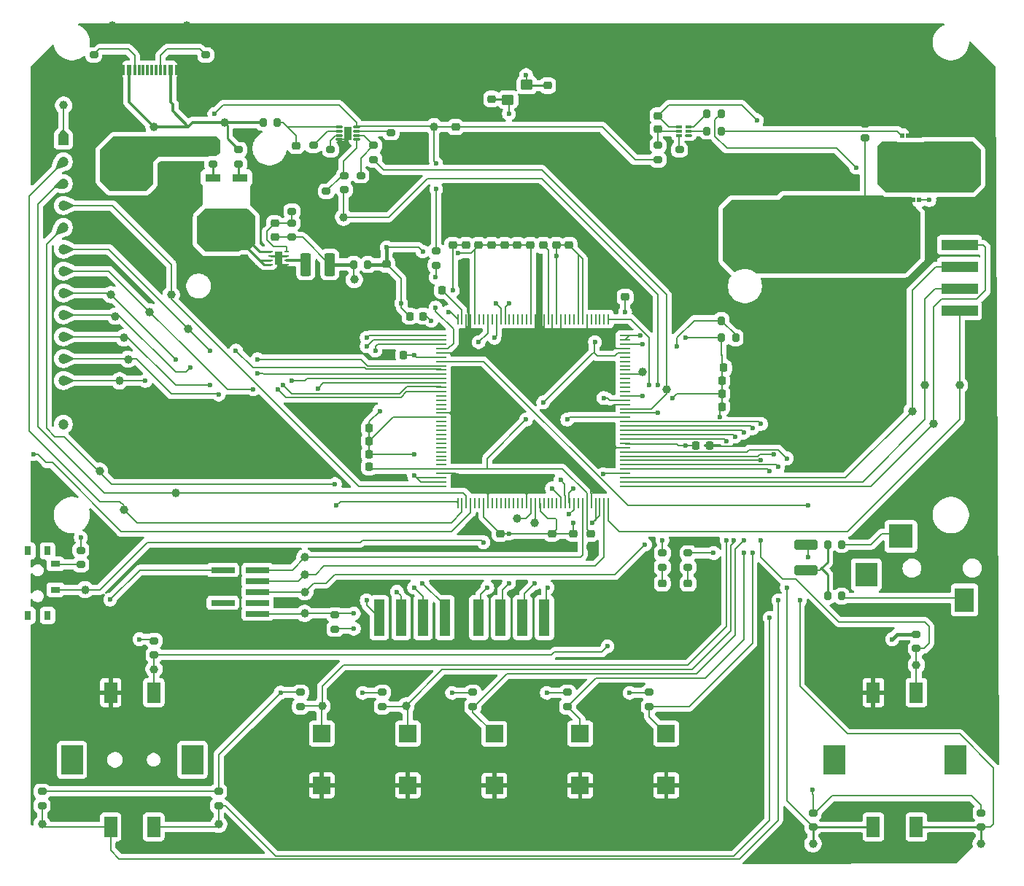
<source format=gbr>
%TF.GenerationSoftware,KiCad,Pcbnew,9.0.5*%
%TF.CreationDate,2025-11-20T02:47:11-08:00*%
%TF.ProjectId,Etch_A_Tune,45746368-5f41-45f5-9475-6e652e6b6963,rev?*%
%TF.SameCoordinates,Original*%
%TF.FileFunction,Copper,L1,Top*%
%TF.FilePolarity,Positive*%
%FSLAX46Y46*%
G04 Gerber Fmt 4.6, Leading zero omitted, Abs format (unit mm)*
G04 Created by KiCad (PCBNEW 9.0.5) date 2025-11-20 02:47:11*
%MOMM*%
%LPD*%
G01*
G04 APERTURE LIST*
G04 Aperture macros list*
%AMRoundRect*
0 Rectangle with rounded corners*
0 $1 Rounding radius*
0 $2 $3 $4 $5 $6 $7 $8 $9 X,Y pos of 4 corners*
0 Add a 4 corners polygon primitive as box body*
4,1,4,$2,$3,$4,$5,$6,$7,$8,$9,$2,$3,0*
0 Add four circle primitives for the rounded corners*
1,1,$1+$1,$2,$3*
1,1,$1+$1,$4,$5*
1,1,$1+$1,$6,$7*
1,1,$1+$1,$8,$9*
0 Add four rect primitives between the rounded corners*
20,1,$1+$1,$2,$3,$4,$5,0*
20,1,$1+$1,$4,$5,$6,$7,0*
20,1,$1+$1,$6,$7,$8,$9,0*
20,1,$1+$1,$8,$9,$2,$3,0*%
%AMFreePoly0*
4,1,37,0.318536,2.203536,0.320000,2.200000,0.320000,1.700000,0.318536,1.696464,0.315000,1.695000,-0.090000,1.695000,-0.090000,1.555000,0.315000,1.555000,0.318536,1.553536,0.320000,1.550000,0.320000,1.050000,0.318536,1.046464,0.315000,1.045000,-0.090000,1.045000,-0.090000,0.905000,0.315000,0.905000,0.318536,0.903536,0.320000,0.900000,0.320000,0.400000,0.318536,0.396464,
0.315000,0.395000,-0.090000,0.395000,-0.090000,0.255000,0.315000,0.255000,0.318536,0.253536,0.320000,0.250000,0.320000,-0.250000,0.318536,-0.253536,0.315000,-0.255000,-1.995000,-0.255000,-1.998536,-0.253536,-2.000000,-0.250000,-2.000000,2.200000,-1.998536,2.203536,-1.995000,2.205000,0.315000,2.205000,0.318536,2.203536,0.318536,2.203536,$1*%
G04 Aperture macros list end*
%TA.AperFunction,SMDPad,CuDef*%
%ADD10C,1.000000*%
%TD*%
%TA.AperFunction,SMDPad,CuDef*%
%ADD11RoundRect,0.200000X-0.200000X-0.275000X0.200000X-0.275000X0.200000X0.275000X-0.200000X0.275000X0*%
%TD*%
%TA.AperFunction,SMDPad,CuDef*%
%ADD12R,1.803400X0.965200*%
%TD*%
%TA.AperFunction,SMDPad,CuDef*%
%ADD13R,0.499999X0.249999*%
%TD*%
%TA.AperFunction,SMDPad,CuDef*%
%ADD14R,0.900001X1.599999*%
%TD*%
%TA.AperFunction,ComponentPad*%
%ADD15C,0.499999*%
%TD*%
%TA.AperFunction,SMDPad,CuDef*%
%ADD16RoundRect,0.225000X0.250000X-0.225000X0.250000X0.225000X-0.250000X0.225000X-0.250000X-0.225000X0*%
%TD*%
%TA.AperFunction,SMDPad,CuDef*%
%ADD17RoundRect,0.200000X-0.275000X0.200000X-0.275000X-0.200000X0.275000X-0.200000X0.275000X0.200000X0*%
%TD*%
%TA.AperFunction,SMDPad,CuDef*%
%ADD18RoundRect,0.200000X0.275000X-0.200000X0.275000X0.200000X-0.275000X0.200000X-0.275000X-0.200000X0*%
%TD*%
%TA.AperFunction,SMDPad,CuDef*%
%ADD19RoundRect,0.225000X0.225000X0.250000X-0.225000X0.250000X-0.225000X-0.250000X0.225000X-0.250000X0*%
%TD*%
%TA.AperFunction,SMDPad,CuDef*%
%ADD20RoundRect,0.070000X0.355000X-0.070000X0.355000X0.070000X-0.355000X0.070000X-0.355000X-0.070000X0*%
%TD*%
%TA.AperFunction,SMDPad,CuDef*%
%ADD21RoundRect,0.070000X0.305000X-0.070000X0.305000X0.070000X-0.305000X0.070000X-0.305000X-0.070000X0*%
%TD*%
%TA.AperFunction,SMDPad,CuDef*%
%ADD22RoundRect,0.035000X-0.345000X-0.105000X0.345000X-0.105000X0.345000X0.105000X-0.345000X0.105000X0*%
%TD*%
%TA.AperFunction,SMDPad,CuDef*%
%ADD23R,0.900000X1.600000*%
%TD*%
%TA.AperFunction,ComponentPad*%
%ADD24C,0.400000*%
%TD*%
%TA.AperFunction,SMDPad,CuDef*%
%ADD25R,2.000000X2.000000*%
%TD*%
%TA.AperFunction,SMDPad,CuDef*%
%ADD26RoundRect,0.225000X-0.250000X0.225000X-0.250000X-0.225000X0.250000X-0.225000X0.250000X0.225000X0*%
%TD*%
%TA.AperFunction,SMDPad,CuDef*%
%ADD27RoundRect,0.225000X-0.225000X-0.250000X0.225000X-0.250000X0.225000X0.250000X-0.225000X0.250000X0*%
%TD*%
%TA.AperFunction,SMDPad,CuDef*%
%ADD28R,1.270000X4.200000*%
%TD*%
%TA.AperFunction,SMDPad,CuDef*%
%ADD29RoundRect,0.218750X0.256250X-0.218750X0.256250X0.218750X-0.256250X0.218750X-0.256250X-0.218750X0*%
%TD*%
%TA.AperFunction,SMDPad,CuDef*%
%ADD30R,0.500000X0.630000*%
%TD*%
%TA.AperFunction,SMDPad,CuDef*%
%ADD31FreePoly0,270.000000*%
%TD*%
%TA.AperFunction,SMDPad,CuDef*%
%ADD32R,0.590000X1.150000*%
%TD*%
%TA.AperFunction,SMDPad,CuDef*%
%ADD33R,0.298000X1.150000*%
%TD*%
%TA.AperFunction,ComponentPad*%
%ADD34O,1.000000X2.200000*%
%TD*%
%TA.AperFunction,ComponentPad*%
%ADD35O,1.000000X1.800000*%
%TD*%
%TA.AperFunction,SMDPad,CuDef*%
%ADD36R,4.200000X1.270000*%
%TD*%
%TA.AperFunction,SMDPad,CuDef*%
%ADD37RoundRect,0.250000X-1.100000X0.325000X-1.100000X-0.325000X1.100000X-0.325000X1.100000X0.325000X0*%
%TD*%
%TA.AperFunction,SMDPad,CuDef*%
%ADD38R,2.770000X0.650000*%
%TD*%
%TA.AperFunction,SMDPad,CuDef*%
%ADD39RoundRect,0.200000X0.200000X0.275000X-0.200000X0.275000X-0.200000X-0.275000X0.200000X-0.275000X0*%
%TD*%
%TA.AperFunction,SMDPad,CuDef*%
%ADD40R,1.500000X2.400000*%
%TD*%
%TA.AperFunction,SMDPad,CuDef*%
%ADD41R,2.500000X3.400000*%
%TD*%
%TA.AperFunction,SMDPad,CuDef*%
%ADD42RoundRect,0.250000X-0.375000X-1.075000X0.375000X-1.075000X0.375000X1.075000X-0.375000X1.075000X0*%
%TD*%
%TA.AperFunction,SMDPad,CuDef*%
%ADD43RoundRect,0.250000X-0.450000X-0.350000X0.450000X-0.350000X0.450000X0.350000X-0.450000X0.350000X0*%
%TD*%
%TA.AperFunction,SMDPad,CuDef*%
%ADD44R,2.200000X2.800000*%
%TD*%
%TA.AperFunction,SMDPad,CuDef*%
%ADD45R,2.800000X2.800000*%
%TD*%
%TA.AperFunction,SMDPad,CuDef*%
%ADD46R,2.600000X2.800000*%
%TD*%
%TA.AperFunction,SMDPad,CuDef*%
%ADD47R,0.228600X1.168400*%
%TD*%
%TA.AperFunction,SMDPad,CuDef*%
%ADD48R,1.168400X0.228600*%
%TD*%
%TA.AperFunction,SMDPad,CuDef*%
%ADD49FreePoly0,90.000000*%
%TD*%
%TA.AperFunction,SMDPad,CuDef*%
%ADD50R,1.100000X0.700000*%
%TD*%
%TA.AperFunction,SMDPad,CuDef*%
%ADD51R,0.800000X1.000000*%
%TD*%
%TA.AperFunction,ComponentPad*%
%ADD52R,1.200000X1.200000*%
%TD*%
%TA.AperFunction,ComponentPad*%
%ADD53C,1.200000*%
%TD*%
%TA.AperFunction,ViaPad*%
%ADD54C,0.600000*%
%TD*%
%TA.AperFunction,Conductor*%
%ADD55C,0.200000*%
%TD*%
%TA.AperFunction,Conductor*%
%ADD56C,0.150000*%
%TD*%
%TA.AperFunction,Conductor*%
%ADD57C,0.250000*%
%TD*%
%TA.AperFunction,Conductor*%
%ADD58C,0.400000*%
%TD*%
%TA.AperFunction,Conductor*%
%ADD59C,0.350000*%
%TD*%
G04 APERTURE END LIST*
D10*
%TO.P,TP41,1,1*%
%TO.N,Net-(U5B-BOOT0)*%
X89227140Y-61740000D03*
%TD*%
D11*
%TO.P,R28,1*%
%TO.N,/Battery/USB_Charge*%
X45215000Y-32740000D03*
%TO.P,R28,2*%
%TO.N,Net-(U6-IN)*%
X46865000Y-32740000D03*
%TD*%
D12*
%TO.P,CR1,1*%
%TO.N,Net-(CR1-Pad1)*%
X39359400Y-39169900D03*
%TO.P,CR1,2*%
%TO.N,Net-(U4-AVIN)*%
X39359400Y-43310100D03*
%TD*%
D13*
%TO.P,U4,1,PGND*%
%TO.N,GND*%
X47940002Y-49240001D03*
%TO.P,U4,2,SW*%
%TO.N,Net-(U4-SW)*%
X47940002Y-48740002D03*
%TO.P,U4,3,AGND*%
%TO.N,GND*%
X47940002Y-48240000D03*
%TO.P,U4,4,FB*%
%TO.N,Net-(U4-FB)*%
X47940002Y-47740001D03*
%TO.P,U4,5,EN*%
%TO.N,Net-(U4-AVIN)*%
X46040000Y-47740001D03*
%TO.P,U4,6,MODE*%
%TO.N,GND*%
X46040000Y-48240000D03*
%TO.P,U4,7,AVIN*%
%TO.N,Net-(U4-AVIN)*%
X46040000Y-48740002D03*
%TO.P,U4,8,PVIN*%
X46040000Y-49240001D03*
D14*
%TO.P,U4,9,PAD*%
%TO.N,GND*%
X46990001Y-48490002D03*
D15*
%TO.P,U4,GND*%
X46990001Y-48889999D03*
X46990001Y-48090000D03*
%TD*%
D16*
%TO.P,C32,1*%
%TO.N,Net-(U5A-VLXSMPS)*%
X77727140Y-47015000D03*
%TO.P,C32,2*%
%TO.N,GND*%
X77727140Y-45465000D03*
%TD*%
D10*
%TO.P,TP8,1,1*%
%TO.N,/Controllers/ROTB1*%
X40040000Y-114240000D03*
%TD*%
%TO.P,TP38,1,1*%
%TO.N,Net-(C5-Pad1)*%
X55790000Y-50990000D03*
%TD*%
%TO.P,TP15,1,1*%
%TO.N,/Controllers/SW2*%
X61790000Y-100490000D03*
%TD*%
D17*
%TO.P,R22,1*%
%TO.N,Net-(J4-CC2)*%
X25540000Y-24915000D03*
%TO.P,R22,2*%
%TO.N,GND*%
X25540000Y-26565000D03*
%TD*%
D10*
%TO.P,TP30,1,1*%
%TO.N,/SD_MISO*%
X120540000Y-66240000D03*
%TD*%
%TO.P,TP20,1,1*%
%TO.N,/SCK*%
X27540000Y-52740000D03*
%TD*%
D17*
%TO.P,R12,1*%
%TO.N,+3.3V*%
X69540000Y-98915000D03*
%TO.P,R12,2*%
%TO.N,/Controllers/SW3*%
X69540000Y-100565000D03*
%TD*%
%TO.P,R20,1*%
%TO.N,+3.3V*%
X94540000Y-82740000D03*
%TO.P,R20,2*%
%TO.N,Net-(D1-A)*%
X94540000Y-84390000D03*
%TD*%
D10*
%TO.P,TP18,1,1*%
%TO.N,/DC{slash}RS*%
X29040000Y-57740000D03*
%TD*%
D17*
%TO.P,R7,1*%
%TO.N,+3.3V*%
X19540000Y-110415000D03*
%TO.P,R7,2*%
%TO.N,/Controllers/ROTA1*%
X19540000Y-112065000D03*
%TD*%
D18*
%TO.P,R6,1*%
%TO.N,Net-(U4-FB)*%
X48540000Y-43065000D03*
%TO.P,R6,2*%
%TO.N,GND*%
X48540000Y-41415000D03*
%TD*%
D10*
%TO.P,TP2,1,1*%
%TO.N,/Battery/USB_Charge*%
X40727140Y-32740000D03*
%TD*%
%TO.P,TP10,1,1*%
%TO.N,/Controllers/ROTA2*%
X109040000Y-116490000D03*
%TD*%
%TO.P,TP17,1,1*%
%TO.N,/RESET*%
X29540000Y-60240000D03*
%TD*%
D19*
%TO.P,C30,1*%
%TO.N,Net-(U5A-VREF+)*%
X66002140Y-52240000D03*
%TO.P,C30,2*%
%TO.N,GND*%
X64452140Y-52240000D03*
%TD*%
D20*
%TO.P,U1,1,NC*%
%TO.N,unconnected-(U1-NC-Pad1)*%
X94565000Y-34240000D03*
D21*
%TO.P,U1,2,Cout*%
%TO.N,/Battery/CHARGE_GATE*%
X94615000Y-33740000D03*
%TO.P,U1,3,Dout*%
%TO.N,/Battery/DISCHARGE_GATE*%
X94615000Y-33240000D03*
%TO.P,U1,4,VSS*%
%TO.N,Net-(U1-VSS)*%
X93465000Y-33240000D03*
%TO.P,U1,5,BAT*%
%TO.N,Net-(U1-BAT)*%
X93465000Y-33740000D03*
%TO.P,U1,6,V-*%
%TO.N,Net-(U1-V-)*%
X93465000Y-34240000D03*
%TD*%
D10*
%TO.P,TP6,1,1*%
%TO.N,Net-(TP6-Pad1)*%
X126540000Y-38240000D03*
%TD*%
D16*
%TO.P,C33,1*%
%TO.N,Net-(U5A-VDDA)*%
X67227140Y-47015000D03*
%TO.P,C33,2*%
%TO.N,GND*%
X67227140Y-45465000D03*
%TD*%
D22*
%TO.P,U6,1,IN*%
%TO.N,Net-(U6-IN)*%
X54070000Y-33240000D03*
%TO.P,U6,2,ISET*%
%TO.N,Net-(U6-ISET)*%
X54070000Y-33740000D03*
%TO.P,U6,3,TS*%
%TO.N,Net-(U6-TS)*%
X54070000Y-34240000D03*
%TO.P,U6,4,GND*%
%TO.N,GND*%
X54070000Y-34740000D03*
%TO.P,U6,5,STAT*%
%TO.N,Net-(U6-STAT)*%
X56040000Y-34740000D03*
%TO.P,U6,6,~{PG}*%
%TO.N,Net-(U6-~{PG})*%
X56040000Y-34240000D03*
%TO.P,U6,7,VSET*%
%TO.N,Net-(U6-VSET)*%
X56040000Y-33740000D03*
%TO.P,U6,8,OUT*%
%TO.N,/Battery/PACK+*%
X56040000Y-33240000D03*
D23*
%TO.P,U6,9,EXP*%
%TO.N,GND*%
X55055000Y-33990000D03*
D24*
%TO.P,U6,10*%
X55055000Y-33440000D03*
%TO.P,U6,11*%
X55055000Y-34540000D03*
%TD*%
D17*
%TO.P,R10,1*%
%TO.N,+3.3V*%
X32540000Y-92915000D03*
%TO.P,R10,2*%
%TO.N,/Controllers/ROTP1*%
X32540000Y-94565000D03*
%TD*%
D16*
%TO.P,C28,1*%
%TO.N,+3.3V*%
X74727140Y-47015000D03*
%TO.P,C28,2*%
%TO.N,GND*%
X74727140Y-45465000D03*
%TD*%
D25*
%TO.P,S5,1,1*%
%TO.N,/Controllers/SW5*%
X91999986Y-103707090D03*
%TO.P,S5,2,2*%
%TO.N,GND*%
X91999986Y-109707090D03*
%TD*%
D10*
%TO.P,TP33,1,1*%
%TO.N,/SWCLK*%
X50040000Y-85240000D03*
%TD*%
D16*
%TO.P,C2,1*%
%TO.N,/Battery/PACK+*%
X67540000Y-33265000D03*
%TO.P,C2,2*%
%TO.N,GND*%
X67540000Y-31715000D03*
%TD*%
D18*
%TO.P,R3,1*%
%TO.N,/Battery/PACK+*%
X91040000Y-37065000D03*
%TO.P,R3,2*%
%TO.N,Net-(U1-BAT)*%
X91040000Y-35415000D03*
%TD*%
D10*
%TO.P,TP1,1,1*%
%TO.N,GND*%
X23040000Y-27240000D03*
%TD*%
D18*
%TO.P,R19,1*%
%TO.N,+3.3V*%
X53540000Y-91565000D03*
%TO.P,R19,2*%
%TO.N,/nRESET*%
X53540000Y-89915000D03*
%TD*%
D17*
%TO.P,R18,1*%
%TO.N,+3.3V*%
X24040000Y-82415000D03*
%TO.P,R18,2*%
%TO.N,Net-(R18-Pad2)*%
X24040000Y-84065000D03*
%TD*%
D18*
%TO.P,R37,1*%
%TO.N,GND*%
X56540000Y-40565000D03*
%TO.P,R37,2*%
%TO.N,Net-(U6-~{PG})*%
X56540000Y-38915000D03*
%TD*%
D16*
%TO.P,C36,1*%
%TO.N,OSC_H_IN*%
X71727140Y-30015000D03*
%TO.P,C36,2*%
%TO.N,GND*%
X71727140Y-28465000D03*
%TD*%
D26*
%TO.P,C37,1*%
%TO.N,OSC_H_OUT*%
X78227140Y-28465000D03*
%TO.P,C37,2*%
%TO.N,GND*%
X78227140Y-30015000D03*
%TD*%
D10*
%TO.P,TP11,1,1*%
%TO.N,/Controllers/ROTB2*%
X128540000Y-116490000D03*
%TD*%
%TO.P,TP36,1,1*%
%TO.N,/Battery/USB_Charge*%
X32540000Y-33240000D03*
%TD*%
D27*
%TO.P,C25,1*%
%TO.N,+3.3V*%
X98452140Y-62740000D03*
%TO.P,C25,2*%
%TO.N,GND*%
X100002140Y-62740000D03*
%TD*%
D10*
%TO.P,TP19,1,1*%
%TO.N,/SDI (MOSI)*%
X28040000Y-55240000D03*
%TD*%
%TO.P,TP16,1,1*%
%TO.N,/CS*%
X28540000Y-62740000D03*
%TD*%
%TO.P,TP26,1,1*%
%TO.N,/T_DO*%
X29040000Y-77740000D03*
%TD*%
D26*
%TO.P,C12,1*%
%TO.N,+3.3V*%
X72727140Y-80465000D03*
%TO.P,C12,2*%
%TO.N,GND*%
X72727140Y-82015000D03*
%TD*%
D11*
%TO.P,R24,1*%
%TO.N,Net-(C8-Pad2)*%
X110715000Y-87740000D03*
%TO.P,R24,2*%
%TO.N,Net-(J5-Pad3)*%
X112365000Y-87740000D03*
%TD*%
D17*
%TO.P,R15,1*%
%TO.N,+3.3V*%
X121040000Y-92165000D03*
%TO.P,R15,2*%
%TO.N,/Controllers/ROTP2*%
X121040000Y-93815000D03*
%TD*%
D10*
%TO.P,TP39,1,1*%
%TO.N,/nRESET*%
X50040000Y-89740000D03*
%TD*%
D19*
%TO.P,FB1,1*%
%TO.N,Net-(U5A-VDDA)*%
X63777140Y-55240000D03*
%TO.P,FB1,2*%
%TO.N,+3.3V*%
X62227140Y-55240000D03*
%TD*%
D10*
%TO.P,TP21,1,1*%
%TO.N,/LED*%
X32040000Y-54740000D03*
%TD*%
%TO.P,TP23,1,1*%
%TO.N,/T_CLK*%
X26227140Y-73240000D03*
%TD*%
%TO.P,TP35,1,1*%
%TO.N,Net-(U5B-VDD50USB)*%
X74727140Y-78740000D03*
%TD*%
D16*
%TO.P,C5,1*%
%TO.N,Net-(C5-Pad1)*%
X46540000Y-46015000D03*
%TO.P,C5,2*%
%TO.N,Net-(U4-FB)*%
X46540000Y-44465000D03*
%TD*%
D11*
%TO.P,R34,1*%
%TO.N,/Battery/DISCHARGE_GATE*%
X96715000Y-31740000D03*
%TO.P,R34,2*%
%TO.N,Net-(R34-Pad2)*%
X98365000Y-31740000D03*
%TD*%
D10*
%TO.P,TP32,1,1*%
%TO.N,/SWDIO*%
X50040000Y-83240000D03*
%TD*%
D16*
%TO.P,C21,1*%
%TO.N,+3.3V*%
X76227140Y-47015000D03*
%TO.P,C21,2*%
%TO.N,GND*%
X76227140Y-45465000D03*
%TD*%
D26*
%TO.P,C18,1*%
%TO.N,GND*%
X87227140Y-51465000D03*
%TO.P,C18,2*%
%TO.N,VCORE*%
X87227140Y-53015000D03*
%TD*%
D16*
%TO.P,C6,1*%
%TO.N,+3.3V*%
X70227140Y-47015000D03*
%TO.P,C6,2*%
%TO.N,GND*%
X70227140Y-45465000D03*
%TD*%
%TO.P,C19,1*%
%TO.N,+3.3V*%
X71717140Y-47015000D03*
%TO.P,C19,2*%
%TO.N,GND*%
X71717140Y-45465000D03*
%TD*%
D17*
%TO.P,R35,1*%
%TO.N,Net-(U6-STAT)*%
X54657140Y-38915000D03*
%TO.P,R35,2*%
%TO.N,/Battery/BAT_DIAG*%
X54657140Y-40565000D03*
%TD*%
D26*
%TO.P,C27,1*%
%TO.N,+3.3V*%
X81227140Y-80465000D03*
%TO.P,C27,2*%
%TO.N,GND*%
X81227140Y-82015000D03*
%TD*%
D18*
%TO.P,R26,1*%
%TO.N,/Battery/BAT_V_SENSE*%
X65290000Y-49315000D03*
%TO.P,R26,2*%
%TO.N,/Battery/PACK+*%
X65290000Y-47665000D03*
%TD*%
D28*
%TO.P,J6,01,01*%
%TO.N,/PA8*%
X70227140Y-90240000D03*
%TO.P,J6,02,02*%
%TO.N,/PA9*%
X72767140Y-90240000D03*
%TO.P,J6,03,03*%
%TO.N,/PA10*%
X75307140Y-90240000D03*
%TO.P,J6,04,04*%
%TO.N,/PA11*%
X77847140Y-90240000D03*
%TD*%
D10*
%TO.P,TP9,1,1*%
%TO.N,/Controllers/ROTP1*%
X32540000Y-96240000D03*
%TD*%
D19*
%TO.P,C24,1*%
%TO.N,+3.3V*%
X61502140Y-59740000D03*
%TO.P,C24,2*%
%TO.N,GND*%
X59952140Y-59740000D03*
%TD*%
D29*
%TO.P,D2,1,K*%
%TO.N,GND*%
X91540000Y-87852500D03*
%TO.P,D2,2,A*%
%TO.N,Net-(D2-A)*%
X91540000Y-86277500D03*
%TD*%
D17*
%TO.P,R21,1*%
%TO.N,Net-(U5A-PE2)*%
X91540000Y-82740000D03*
%TO.P,R21,2*%
%TO.N,Net-(D2-A)*%
X91540000Y-84390000D03*
%TD*%
D11*
%TO.P,R25,1*%
%TO.N,Net-(C8-Pad2)*%
X110715000Y-81740000D03*
%TO.P,R25,2*%
%TO.N,Net-(J5-Pad2)*%
X112365000Y-81740000D03*
%TD*%
D18*
%TO.P,R5,1*%
%TO.N,Net-(C5-Pad1)*%
X48540000Y-46065000D03*
%TO.P,R5,2*%
%TO.N,Net-(U4-FB)*%
X48540000Y-44415000D03*
%TD*%
D30*
%TO.P,U3,1*%
%TO.N,GND*%
X121340000Y-34240000D03*
%TO.P,U3,2*%
X120690000Y-34240000D03*
%TO.P,U3,3*%
X120040000Y-34240000D03*
%TO.P,U3,4*%
%TO.N,Net-(R33-Pad1)*%
X119390000Y-34240000D03*
D31*
%TO.P,U3,5*%
%TO.N,Net-(TP6-Pad1)*%
X119390000Y-37110000D03*
D30*
%TO.P,U3,6*%
X120040000Y-37110000D03*
%TO.P,U3,7*%
X120690000Y-37110000D03*
%TO.P,U3,8*%
X121340000Y-37110000D03*
%TD*%
D26*
%TO.P,C1,1*%
%TO.N,Net-(U6-IN)*%
X49040000Y-35465000D03*
%TO.P,C1,2*%
%TO.N,GND*%
X49040000Y-37015000D03*
%TD*%
D10*
%TO.P,TP3,1,1*%
%TO.N,/Battery/PACK+*%
X65040000Y-33240000D03*
%TD*%
D32*
%TO.P,J4,A1B12,GND1*%
%TO.N,GND*%
X35240000Y-26665000D03*
%TO.P,J4,A4B9,VBUS1*%
%TO.N,/Battery/USB_Charge*%
X34440000Y-26665000D03*
D33*
%TO.P,J4,A5,CC1*%
%TO.N,Net-(J4-CC1)*%
X33290000Y-26665000D03*
%TO.P,J4,A6,DP1*%
%TO.N,unconnected-(J4-DP1-PadA6)*%
X32290000Y-26665000D03*
%TO.P,J4,A7,DN1*%
%TO.N,unconnected-(J4-DN1-PadA7)*%
X31790000Y-26665000D03*
%TO.P,J4,A8,SBU1*%
%TO.N,unconnected-(J4-SBU1-PadA8)*%
X30790000Y-26665000D03*
D32*
%TO.P,J4,B1A12,GND2*%
%TO.N,GND*%
X28840000Y-26665000D03*
%TO.P,J4,B4A9,VBUS2*%
%TO.N,/Battery/USB_Charge*%
X29640000Y-26665000D03*
D33*
%TO.P,J4,B5,CC2*%
%TO.N,Net-(J4-CC2)*%
X30290000Y-26665000D03*
%TO.P,J4,B6,DP2*%
%TO.N,unconnected-(J4-DP2-PadB6)*%
X31290000Y-26665000D03*
%TO.P,J4,B7,DN2*%
%TO.N,unconnected-(J4-DN2-PadB7)*%
X32790000Y-26665000D03*
%TO.P,J4,B8,SBU2*%
%TO.N,unconnected-(J4-SBU2-PadB8)*%
X33790000Y-26665000D03*
D34*
%TO.P,J4,SH1,SHIELD1*%
%TO.N,GND*%
X36360000Y-22090000D03*
%TO.P,J4,SH2,SHIELD2*%
X27720000Y-22090000D03*
D35*
%TO.P,J4,SH3,SHIELD3*%
X36360000Y-26090000D03*
%TO.P,J4,SH4,SHIELD4*%
X27720000Y-26090000D03*
%TD*%
D17*
%TO.P,R2,1*%
%TO.N,Net-(U6-ISET)*%
X51040000Y-35415000D03*
%TO.P,R2,2*%
%TO.N,GND*%
X51040000Y-37065000D03*
%TD*%
D27*
%TO.P,C15,1*%
%TO.N,+3.3V*%
X98452140Y-65740000D03*
%TO.P,C15,2*%
%TO.N,GND*%
X100002140Y-65740000D03*
%TD*%
D11*
%TO.P,R30,1*%
%TO.N,Net-(C5-Pad1)*%
X55715000Y-49240000D03*
%TO.P,R30,2*%
%TO.N,+3.3V*%
X57365000Y-49240000D03*
%TD*%
D25*
%TO.P,S2,1,1*%
%TO.N,/Controllers/SW2*%
X62020179Y-103707090D03*
%TO.P,S2,2,2*%
%TO.N,GND*%
X62020179Y-109707090D03*
%TD*%
D10*
%TO.P,TP34,1,1*%
%TO.N,/SWO*%
X50040000Y-87240000D03*
%TD*%
D16*
%TO.P,C29,1*%
%TO.N,GND*%
X83227140Y-82015000D03*
%TO.P,C29,2*%
%TO.N,VCORE*%
X83227140Y-80465000D03*
%TD*%
D17*
%TO.P,R11,1*%
%TO.N,+3.3V*%
X59040000Y-98915000D03*
%TO.P,R11,2*%
%TO.N,/Controllers/SW2*%
X59040000Y-100565000D03*
%TD*%
D27*
%TO.P,C7,1*%
%TO.N,+3.3V*%
X98452140Y-64240000D03*
%TO.P,C7,2*%
%TO.N,GND*%
X100002140Y-64240000D03*
%TD*%
D17*
%TO.P,R31,1*%
%TO.N,Net-(U6-TS)*%
X53040000Y-35915000D03*
%TO.P,R31,2*%
%TO.N,GND*%
X53040000Y-37565000D03*
%TD*%
%TO.P,R36,1*%
%TO.N,Net-(U6-~{PG})*%
X58040000Y-35415000D03*
%TO.P,R36,2*%
%TO.N,/Battery/PG*%
X58040000Y-37065000D03*
%TD*%
D10*
%TO.P,TP24,1,1*%
%TO.N,/T_CS*%
X34540000Y-52740000D03*
%TD*%
D17*
%TO.P,R9,1*%
%TO.N,+3.3V*%
X49540000Y-98915000D03*
%TO.P,R9,2*%
%TO.N,/Controllers/SW1*%
X49540000Y-100565000D03*
%TD*%
D36*
%TO.P,J2,01,01*%
%TO.N,/SD_CS*%
X126040000Y-54580000D03*
%TO.P,J2,02,02*%
%TO.N,/SD_MOSI*%
X126040000Y-52040000D03*
%TO.P,J2,03,03*%
%TO.N,/SD_MISO*%
X126040000Y-49500000D03*
%TO.P,J2,04,04*%
%TO.N,/SD_SCK*%
X126040000Y-46960000D03*
%TD*%
D37*
%TO.P,C8,1*%
%TO.N,/Microcontroller/DAC_OUT*%
X108227140Y-81765000D03*
%TO.P,C8,2*%
%TO.N,Net-(C8-Pad2)*%
X108227140Y-84715000D03*
%TD*%
D27*
%TO.P,C14,1*%
%TO.N,+3.3V*%
X95452140Y-70240000D03*
%TO.P,C14,2*%
%TO.N,GND*%
X97002140Y-70240000D03*
%TD*%
D38*
%TO.P,J7,1,1*%
%TO.N,+3.3V*%
X40525000Y-84700000D03*
%TO.P,J7,2,2*%
%TO.N,/SWDIO*%
X44555000Y-84700000D03*
%TO.P,J7,3,3*%
%TO.N,GND*%
X40525000Y-85970000D03*
%TO.P,J7,4,4*%
%TO.N,/SWCLK*%
X44555000Y-85970000D03*
%TO.P,J7,5,5*%
%TO.N,GND*%
X40525000Y-87240000D03*
%TO.P,J7,6,6*%
%TO.N,/SWO*%
X44555000Y-87240000D03*
%TO.P,J7,7,7*%
%TO.N,unconnected-(J7-Pad7)*%
X40525000Y-88510000D03*
%TO.P,J7,8,8*%
%TO.N,unconnected-(J7-Pad8)*%
X44555000Y-88510000D03*
%TO.P,J7,9,9*%
%TO.N,GND*%
X40525000Y-89780000D03*
%TO.P,J7,10,10*%
%TO.N,/nRESET*%
X44555000Y-89780000D03*
%TD*%
D39*
%TO.P,R33,1*%
%TO.N,Net-(R33-Pad1)*%
X98365000Y-33740000D03*
%TO.P,R33,2*%
%TO.N,/Battery/CHARGE_GATE*%
X96715000Y-33740000D03*
%TD*%
D17*
%TO.P,R16,1*%
%TO.N,+3.3V*%
X80540000Y-98915000D03*
%TO.P,R16,2*%
%TO.N,/Controllers/SW4*%
X80540000Y-100565000D03*
%TD*%
D29*
%TO.P,D1,1,K*%
%TO.N,GND*%
X94540000Y-87852500D03*
%TO.P,D1,2,A*%
%TO.N,Net-(D1-A)*%
X94540000Y-86277500D03*
%TD*%
D40*
%TO.P,MT1,A*%
%TO.N,/Controllers/ROTA1*%
X27500000Y-114540000D03*
%TO.P,MT1,B*%
%TO.N,/Controllers/ROTB1*%
X32500000Y-114540000D03*
%TO.P,MT1,C*%
%TO.N,GND*%
X30000000Y-114540000D03*
%TO.P,MT1,D*%
X27500000Y-98940000D03*
%TO.P,MT1,E*%
%TO.N,/Controllers/ROTP1*%
X32500000Y-98940000D03*
D41*
%TO.P,MT1,SH1,SHIELD*%
%TO.N,unconnected-(MT1-SHIELD-PadSH1)*%
X23000000Y-106740000D03*
%TO.P,MT1,SH2,SHIELD__1*%
%TO.N,unconnected-(MT1-SHIELD__1-PadSH2)*%
X37000000Y-106740000D03*
%TD*%
D10*
%TO.P,TP4,1,1*%
%TO.N,/Battery/PG*%
X92040000Y-63740000D03*
%TD*%
%TO.P,TP29,1,1*%
%TO.N,/SD_MOSI*%
X122040000Y-63240000D03*
%TD*%
D25*
%TO.P,S4,1,1*%
%TO.N,/Controllers/SW4*%
X82006717Y-103707090D03*
%TO.P,S4,2,2*%
%TO.N,GND*%
X82006717Y-109707090D03*
%TD*%
D19*
%TO.P,C26,1*%
%TO.N,+3.3V*%
X57502140Y-68240000D03*
%TO.P,C26,2*%
%TO.N,GND*%
X55952140Y-68240000D03*
%TD*%
D18*
%TO.P,R38,1*%
%TO.N,GND*%
X52540000Y-42390000D03*
%TO.P,R38,2*%
%TO.N,Net-(U6-STAT)*%
X52540000Y-40740000D03*
%TD*%
D10*
%TO.P,TP22,1,1*%
%TO.N,/SDO(MISO)*%
X36540000Y-56740000D03*
%TD*%
D28*
%TO.P,J3,01,01*%
%TO.N,/PC1*%
X66307140Y-90240000D03*
%TO.P,J3,02,02*%
%TO.N,/PA2*%
X63767140Y-90240000D03*
%TO.P,J3,03,03*%
%TO.N,/PA1*%
X61227140Y-90240000D03*
%TO.P,J3,04,04*%
%TO.N,/PA0*%
X58687140Y-90240000D03*
%TD*%
D25*
%TO.P,S3,1,1*%
%TO.N,/Controllers/SW3*%
X72040000Y-103740000D03*
%TO.P,S3,2,2*%
%TO.N,GND*%
X72040000Y-109740000D03*
%TD*%
D10*
%TO.P,TP7,1,1*%
%TO.N,/Controllers/ROTA1*%
X19540000Y-114240000D03*
%TD*%
D16*
%TO.P,C3,1*%
%TO.N,Net-(U1-BAT)*%
X91040000Y-33515000D03*
%TO.P,C3,2*%
%TO.N,Net-(U1-VSS)*%
X91040000Y-31965000D03*
%TD*%
D19*
%TO.P,C10,1*%
%TO.N,+3.3V*%
X57502140Y-71240000D03*
%TO.P,C10,2*%
%TO.N,GND*%
X55952140Y-71240000D03*
%TD*%
D17*
%TO.P,R17,1*%
%TO.N,+3.3V*%
X90040000Y-98915000D03*
%TO.P,R17,2*%
%TO.N,/Controllers/SW5*%
X90040000Y-100565000D03*
%TD*%
D10*
%TO.P,TP13,1,1*%
%TO.N,/Controllers/SlideSwitch*%
X24540000Y-86990000D03*
%TD*%
D42*
%TO.P,L1,1,1*%
%TO.N,Net-(U4-SW)*%
X50140000Y-49240000D03*
%TO.P,L1,2,2*%
%TO.N,Net-(C5-Pad1)*%
X52940000Y-49240000D03*
%TD*%
D10*
%TO.P,TP27,1,1*%
%TO.N,/T_IRQ*%
X22040000Y-30740000D03*
%TD*%
D16*
%TO.P,C31,1*%
%TO.N,Net-(U5A-VDDA)*%
X68727140Y-47015000D03*
%TO.P,C31,2*%
%TO.N,GND*%
X68727140Y-45465000D03*
%TD*%
D17*
%TO.P,R29,1*%
%TO.N,/Battery/USB_Charge*%
X42359400Y-35915000D03*
%TO.P,R29,2*%
%TO.N,Net-(CR2-Pad1)*%
X42359400Y-37565000D03*
%TD*%
D10*
%TO.P,TP5,1,1*%
%TO.N,/Battery/BAT_DIAG*%
X54540000Y-43740000D03*
%TD*%
D18*
%TO.P,R32,1*%
%TO.N,Net-(U1-VSS)*%
X115040000Y-34565000D03*
%TO.P,R32,2*%
%TO.N,GND*%
X115040000Y-32915000D03*
%TD*%
D26*
%TO.P,C9,1*%
%TO.N,+3.3V*%
X59540000Y-49215000D03*
%TO.P,C9,2*%
%TO.N,GND*%
X59540000Y-50765000D03*
%TD*%
%TO.P,C4,1*%
%TO.N,Net-(U4-AVIN)*%
X43040000Y-46965000D03*
%TO.P,C4,2*%
%TO.N,GND*%
X43040000Y-48515000D03*
%TD*%
D17*
%TO.P,R4,1*%
%TO.N,Net-(U1-V-)*%
X93540000Y-35915000D03*
%TO.P,R4,2*%
%TO.N,GND*%
X93540000Y-37565000D03*
%TD*%
D27*
%TO.P,C16,1*%
%TO.N,GND*%
X55952140Y-72740000D03*
%TO.P,C16,2*%
%TO.N,VCORE*%
X57502140Y-72740000D03*
%TD*%
D11*
%TO.P,R40,1*%
%TO.N,Net-(U5B-PDR_ON)*%
X98402140Y-55740000D03*
%TO.P,R40,2*%
%TO.N,GND*%
X100052140Y-55740000D03*
%TD*%
D26*
%TO.P,C13,1*%
%TO.N,+3.3V*%
X78727140Y-80465000D03*
%TO.P,C13,2*%
%TO.N,GND*%
X78727140Y-82015000D03*
%TD*%
D17*
%TO.P,R27,1*%
%TO.N,/Battery/PACK+*%
X39359400Y-35915000D03*
%TO.P,R27,2*%
%TO.N,Net-(CR1-Pad1)*%
X39359400Y-37565000D03*
%TD*%
%TO.P,R14,1*%
%TO.N,+3.3V*%
X128540000Y-112915000D03*
%TO.P,R14,2*%
%TO.N,/Controllers/ROTB2*%
X128540000Y-114565000D03*
%TD*%
%TO.P,R13,1*%
%TO.N,+3.3V*%
X109040000Y-112915000D03*
%TO.P,R13,2*%
%TO.N,/Controllers/ROTA2*%
X109040000Y-114565000D03*
%TD*%
D16*
%TO.P,C22,1*%
%TO.N,+3.3V*%
X79227140Y-47015000D03*
%TO.P,C22,2*%
%TO.N,GND*%
X79227140Y-45465000D03*
%TD*%
D17*
%TO.P,R1,1*%
%TO.N,Net-(U6-VSET)*%
X60040000Y-33915000D03*
%TO.P,R1,2*%
%TO.N,GND*%
X60040000Y-35565000D03*
%TD*%
D43*
%TO.P,Y2,1,1*%
%TO.N,OSC_H_IN*%
X73627140Y-30090000D03*
%TO.P,Y2,2,2*%
%TO.N,GND*%
X75827140Y-30090000D03*
%TO.P,Y2,3,3*%
%TO.N,OSC_H_OUT*%
X75827140Y-28390000D03*
%TO.P,Y2,4,4*%
%TO.N,GND*%
X73627140Y-28390000D03*
%TD*%
D16*
%TO.P,C23,1*%
%TO.N,+3.3V*%
X80727140Y-47015000D03*
%TO.P,C23,2*%
%TO.N,GND*%
X80727140Y-45465000D03*
%TD*%
%TO.P,C20,1*%
%TO.N,+3.3V*%
X73227140Y-47015000D03*
%TO.P,C20,2*%
%TO.N,GND*%
X73227140Y-45465000D03*
%TD*%
D10*
%TO.P,TP25,1,1*%
%TO.N,/T_DIN*%
X35040000Y-75740000D03*
%TD*%
D27*
%TO.P,C17,1*%
%TO.N,+3.3V*%
X98677140Y-61240000D03*
%TO.P,C17,2*%
%TO.N,GND*%
X100227140Y-61240000D03*
%TD*%
D10*
%TO.P,TP31,1,1*%
%TO.N,/SD_SCK*%
X123040000Y-67740000D03*
%TD*%
D40*
%TO.P,MT2,A*%
%TO.N,/Controllers/ROTA2*%
X116040000Y-114540000D03*
%TO.P,MT2,B*%
%TO.N,/Controllers/ROTB2*%
X121040000Y-114540000D03*
%TO.P,MT2,C*%
%TO.N,GND*%
X118540000Y-114540000D03*
%TO.P,MT2,D*%
X116040000Y-98940000D03*
%TO.P,MT2,E*%
%TO.N,/Controllers/ROTP2*%
X121040000Y-98940000D03*
D41*
%TO.P,MT2,SH1,SHIELD*%
%TO.N,unconnected-(MT2-SHIELD-PadSH1)*%
X111540000Y-106740000D03*
%TO.P,MT2,SH2,SHIELD__1*%
%TO.N,unconnected-(MT2-SHIELD__1-PadSH2)*%
X125540000Y-106740000D03*
%TD*%
D12*
%TO.P,CR2,1*%
%TO.N,Net-(CR2-Pad1)*%
X42540000Y-39169900D03*
%TO.P,CR2,2*%
%TO.N,Net-(U4-AVIN)*%
X42540000Y-43310100D03*
%TD*%
D25*
%TO.P,S1,1,1*%
%TO.N,/Controllers/SW1*%
X52026910Y-103707090D03*
%TO.P,S1,2,2*%
%TO.N,GND*%
X52026910Y-109707090D03*
%TD*%
D10*
%TO.P,TP28,1,1*%
%TO.N,/SD_CS*%
X126040000Y-63240000D03*
%TD*%
D44*
%TO.P,J5,1*%
%TO.N,GND*%
X128627140Y-80790000D03*
D45*
%TO.P,J5,2*%
%TO.N,Net-(J5-Pad2)*%
X119227140Y-80790000D03*
D44*
%TO.P,J5,3*%
%TO.N,Net-(J5-Pad3)*%
X126627140Y-88190000D03*
D46*
%TO.P,J5,4*%
%TO.N,unconnected-(J5-Pad4)*%
X115227140Y-85240000D03*
%TD*%
D39*
%TO.P,R39,1*%
%TO.N,Net-(U5B-PDR_ON)*%
X100052140Y-57740000D03*
%TO.P,R39,2*%
%TO.N,+3.3V*%
X98402140Y-57740000D03*
%TD*%
D10*
%TO.P,TP14,1,1*%
%TO.N,/Controllers/SW1*%
X52040000Y-100490000D03*
%TD*%
D17*
%TO.P,R23,1*%
%TO.N,Net-(J4-CC1)*%
X38540000Y-24915000D03*
%TO.P,R23,2*%
%TO.N,GND*%
X38540000Y-26565000D03*
%TD*%
D47*
%TO.P,U5,1,PE2*%
%TO.N,Net-(U5A-PE2)*%
X85290000Y-55572000D03*
%TO.P,U5,2,PE3*%
%TO.N,unconnected-(U5A-PE3-Pad2)*%
X84790001Y-55572000D03*
%TO.P,U5,3,PE4*%
%TO.N,unconnected-(U5A-PE4-Pad3)*%
X84290000Y-55572000D03*
%TO.P,U5,4,PE5*%
%TO.N,unconnected-(U5A-PE5-Pad4)*%
X83790001Y-55572000D03*
%TO.P,U5,5,PE6*%
%TO.N,unconnected-(U5A-PE6-Pad5)*%
X83289999Y-55572000D03*
%TO.P,U5,6,VSS*%
%TO.N,GND*%
X82790000Y-55572000D03*
%TO.P,U5,7,VDD*%
%TO.N,+3.3V*%
X82290001Y-55572000D03*
%TO.P,U5,8,VBAT*%
X81790000Y-55572000D03*
%TO.P,U5,9,PC13*%
%TO.N,unconnected-(U5A-PC13-Pad9)*%
X81290001Y-55572000D03*
%TO.P,U5,10,PC14-OSC32_IN*%
%TO.N,unconnected-(U5A-PC14-OSC32_IN-Pad10)*%
X80789999Y-55572000D03*
%TO.P,U5,11,PC15-OSC32_OUT*%
%TO.N,unconnected-(U5A-PC15-OSC32_OUT-Pad11)*%
X80290000Y-55572000D03*
%TO.P,U5,12,VSS*%
%TO.N,GND*%
X79790001Y-55572000D03*
%TO.P,U5,13,VDD*%
%TO.N,+3.3V*%
X79290000Y-55572000D03*
%TO.P,U5,14,VSSSMPS*%
%TO.N,GND*%
X78790001Y-55572000D03*
%TO.P,U5,15,VLXSMPS*%
%TO.N,Net-(U5A-VLXSMPS)*%
X78289999Y-55572000D03*
%TO.P,U5,16,VDDSMPS*%
%TO.N,GND*%
X77790000Y-55572000D03*
%TO.P,U5,17,VFBSMPS*%
X77290001Y-55572000D03*
%TO.P,U5,18,VSS*%
X76790000Y-55572000D03*
%TO.P,U5,19,VDD*%
%TO.N,+3.3V*%
X76290000Y-55572000D03*
%TO.P,U5,20,PF6*%
%TO.N,unconnected-(U5A-PF6-Pad20)*%
X75790002Y-55572000D03*
%TO.P,U5,21,PF7*%
%TO.N,unconnected-(U5A-PF7-Pad21)*%
X75290000Y-55572000D03*
%TO.P,U5,22,PF8*%
%TO.N,unconnected-(U5A-PF8-Pad22)*%
X74790001Y-55572000D03*
%TO.P,U5,23,PF9*%
%TO.N,unconnected-(U5A-PF9-Pad23)*%
X74289999Y-55572000D03*
%TO.P,U5,24,PF10*%
%TO.N,unconnected-(U5A-PF10-Pad24)*%
X73790000Y-55572000D03*
%TO.P,U5,25,PH0-OSC_IN*%
%TO.N,OSC_H_IN*%
X73290001Y-55572000D03*
%TO.P,U5,26,PH1-OSC_OUT*%
%TO.N,OSC_H_OUT*%
X72790000Y-55572000D03*
%TO.P,U5,27,NRST*%
%TO.N,/nRESET*%
X72290001Y-55572000D03*
%TO.P,U5,28,PC0*%
%TO.N,unconnected-(U5A-PC0-Pad28)*%
X71789999Y-55572000D03*
%TO.P,U5,29,PC1*%
%TO.N,/PC1*%
X71290000Y-55572000D03*
%TO.P,U5,30,PC2_C*%
%TO.N,unconnected-(U5A-PC2_C-Pad30)*%
X70790001Y-55572000D03*
%TO.P,U5,31,PC3_C*%
%TO.N,unconnected-(U5A-PC3_C-Pad31)*%
X70290000Y-55572000D03*
%TO.P,U5,32,VDD*%
%TO.N,+3.3V*%
X69790001Y-55572000D03*
%TO.P,U5,33,VSS*%
%TO.N,GND*%
X69289999Y-55572000D03*
%TO.P,U5,34,VSSA*%
X68790000Y-55572000D03*
%TO.P,U5,35,VREF+*%
%TO.N,Net-(U5A-VREF+)*%
X68290001Y-55572000D03*
%TO.P,U5,36,VDDA*%
%TO.N,Net-(U5A-VDDA)*%
X67790000Y-55572000D03*
D48*
%TO.P,U5,37,PA0*%
%TO.N,/PA0*%
X65872000Y-57490000D03*
%TO.P,U5,38,PA1*%
%TO.N,/PA1*%
X65872000Y-57989999D03*
%TO.P,U5,39,PA2*%
%TO.N,/PA2*%
X65872000Y-58490000D03*
%TO.P,U5,40,PA3*%
%TO.N,/Battery/BAT_V_SENSE*%
X65872000Y-58989999D03*
%TO.P,U5,41,VSS*%
%TO.N,GND*%
X65872000Y-59490001D03*
%TO.P,U5,42,VDD*%
%TO.N,+3.3V*%
X65872000Y-59990000D03*
%TO.P,U5,43,PA4*%
%TO.N,/Microcontroller/DAC_OUT*%
X65872000Y-60489999D03*
%TO.P,U5,44,PA5*%
%TO.N,/SCK*%
X65872000Y-60990000D03*
%TO.P,U5,45,PA6*%
%TO.N,/SDO(MISO)*%
X65872000Y-61489999D03*
%TO.P,U5,46,PA7*%
%TO.N,/SDI (MOSI)*%
X65872000Y-61990001D03*
%TO.P,U5,47,PC4*%
%TO.N,/CS*%
X65872000Y-62490000D03*
%TO.P,U5,48,PC5*%
%TO.N,/RESET*%
X65872000Y-62989999D03*
%TO.P,U5,49,PB0*%
%TO.N,/DC{slash}RS*%
X65872000Y-63490000D03*
%TO.P,U5,50,PB1*%
%TO.N,/LED*%
X65872000Y-63989999D03*
%TO.P,U5,51,PB2*%
%TO.N,unconnected-(U5A-PB2-Pad51)*%
X65872000Y-64490001D03*
%TO.P,U5,52,PF11*%
%TO.N,unconnected-(U5A-PF11-Pad52)*%
X65872000Y-64990000D03*
%TO.P,U5,53,PF14*%
%TO.N,unconnected-(U5A-PF14-Pad53)*%
X65872000Y-65489999D03*
%TO.P,U5,54,PF15*%
%TO.N,unconnected-(U5A-PF15-Pad54)*%
X65872000Y-65990000D03*
%TO.P,U5,55,VSS*%
%TO.N,GND*%
X65872000Y-66490000D03*
%TO.P,U5,56,VDD*%
%TO.N,+3.3V*%
X65872000Y-66990001D03*
%TO.P,U5,57,PE7*%
%TO.N,unconnected-(U5A-PE7-Pad57)*%
X65872000Y-67490000D03*
%TO.P,U5,58,PE8*%
%TO.N,unconnected-(U5A-PE8-Pad58)*%
X65872000Y-67989999D03*
%TO.P,U5,59,PE9*%
%TO.N,unconnected-(U5A-PE9-Pad59)*%
X65872000Y-68490001D03*
%TO.P,U5,60,PE10*%
%TO.N,unconnected-(U5A-PE10-Pad60)*%
X65872000Y-68990000D03*
%TO.P,U5,61,PE11*%
%TO.N,unconnected-(U5A-PE11-Pad61)*%
X65872000Y-69490001D03*
%TO.P,U5,62,PE12*%
%TO.N,unconnected-(U5A-PE12-Pad62)*%
X65872000Y-69990000D03*
%TO.P,U5,63,PE13*%
%TO.N,unconnected-(U5A-PE13-Pad63)*%
X65872000Y-70489999D03*
%TO.P,U5,64,PE14*%
%TO.N,unconnected-(U5A-PE14-Pad64)*%
X65872000Y-70990001D03*
%TO.P,U5,65,PE15*%
%TO.N,unconnected-(U5A-PE15-Pad65)*%
X65872000Y-71490000D03*
%TO.P,U5,66,PB10*%
%TO.N,unconnected-(U5A-PB10-Pad66)*%
X65872000Y-71990001D03*
%TO.P,U5,67,PB11*%
%TO.N,unconnected-(U5A-PB11-Pad67)*%
X65872000Y-72490000D03*
%TO.P,U5,68,VCAP*%
%TO.N,VCORE*%
X65872000Y-72989999D03*
%TO.P,U5,69,VSS*%
%TO.N,GND*%
X65872000Y-73490001D03*
%TO.P,U5,70,VDDLDO*%
%TO.N,+3.3V*%
X65872000Y-73990000D03*
%TO.P,U5,71,VDD*%
X65872000Y-74490001D03*
%TO.P,U5,72,PB12*%
%TO.N,/T_CS*%
X65872000Y-74990000D03*
D47*
%TO.P,U5,73,PB13*%
%TO.N,/T_CLK*%
X67790000Y-76908000D03*
%TO.P,U5,74,PB14*%
%TO.N,/T_DO*%
X68289999Y-76908000D03*
%TO.P,U5,75,PB15*%
%TO.N,/T_DIN*%
X68790000Y-76908000D03*
%TO.P,U5,76,PD8*%
%TO.N,/T_IRQ*%
X69289999Y-76908000D03*
%TO.P,U5,77,PD9*%
%TO.N,unconnected-(U5B-PD9-Pad77)*%
X69790001Y-76908000D03*
%TO.P,U5,78,PD10*%
%TO.N,unconnected-(U5B-PD10-Pad78)*%
X70290000Y-76908000D03*
%TO.P,U5,79,VDD*%
%TO.N,+3.3V*%
X70789999Y-76908000D03*
%TO.P,U5,80,VSS*%
%TO.N,GND*%
X71290000Y-76908000D03*
%TO.P,U5,81,PD11*%
%TO.N,unconnected-(U5B-PD11-Pad81)*%
X71789999Y-76908000D03*
%TO.P,U5,82,PD12*%
%TO.N,unconnected-(U5B-PD12-Pad82)*%
X72290001Y-76908000D03*
%TO.P,U5,83,PD13*%
%TO.N,unconnected-(U5B-PD13-Pad83)*%
X72790000Y-76908000D03*
%TO.P,U5,84,PD14*%
%TO.N,unconnected-(U5B-PD14-Pad84)*%
X73289999Y-76908000D03*
%TO.P,U5,85,PD15*%
%TO.N,unconnected-(U5B-PD15-Pad85)*%
X73790000Y-76908000D03*
%TO.P,U5,86,PG6*%
%TO.N,unconnected-(U5B-PG6-Pad86)*%
X74289999Y-76908000D03*
%TO.P,U5,87,PG7*%
%TO.N,unconnected-(U5B-PG7-Pad87)*%
X74790001Y-76908000D03*
%TO.P,U5,88,PG8*%
%TO.N,unconnected-(U5B-PG8-Pad88)*%
X75290000Y-76908000D03*
%TO.P,U5,89,VSS*%
%TO.N,GND*%
X75789999Y-76908000D03*
%TO.P,U5,90,VDD50USB*%
%TO.N,Net-(U5B-VDD50USB)*%
X76290000Y-76908000D03*
%TO.P,U5,91,VDD33USB*%
%TO.N,Net-(U5B-VDD33USB)*%
X76790000Y-76908000D03*
%TO.P,U5,92,VDD*%
%TO.N,+3.3V*%
X77290001Y-76908000D03*
%TO.P,U5,93,PC6*%
%TO.N,unconnected-(U5B-PC6-Pad93)*%
X77790000Y-76908000D03*
%TO.P,U5,94,PC7*%
%TO.N,unconnected-(U5B-PC7-Pad94)*%
X78289999Y-76908000D03*
%TO.P,U5,95,PC8*%
%TO.N,unconnected-(U5B-PC8-Pad95)*%
X78790001Y-76908000D03*
%TO.P,U5,96,PC9*%
%TO.N,unconnected-(U5B-PC9-Pad96)*%
X79290000Y-76908000D03*
%TO.P,U5,97,PA8*%
%TO.N,/PA8*%
X79790001Y-76908000D03*
%TO.P,U5,98,PA9*%
%TO.N,/PA9*%
X80290000Y-76908000D03*
%TO.P,U5,99,PA10*%
%TO.N,/PA10*%
X80789999Y-76908000D03*
%TO.P,U5,100,PA11*%
%TO.N,/PA11*%
X81290001Y-76908000D03*
%TO.P,U5,101,PA12*%
%TO.N,unconnected-(U5B-PA12-Pad101)*%
X81790000Y-76908000D03*
%TO.P,U5,102,PA13*%
%TO.N,/SWDIO*%
X82290001Y-76908000D03*
%TO.P,U5,103,VCAP*%
%TO.N,VCORE*%
X82790000Y-76908000D03*
%TO.P,U5,104,VSS*%
%TO.N,GND*%
X83289999Y-76908000D03*
%TO.P,U5,105,VDDLDO*%
%TO.N,+3.3V*%
X83790001Y-76908000D03*
%TO.P,U5,106,VDD*%
X84290000Y-76908000D03*
%TO.P,U5,107,PA14*%
%TO.N,/SWCLK*%
X84790001Y-76908000D03*
%TO.P,U5,108,PA15*%
%TO.N,/SD_CS*%
X85290000Y-76908000D03*
D48*
%TO.P,U5,109,PC10*%
%TO.N,/SD_SCK*%
X87208000Y-74990000D03*
%TO.P,U5,110,PC11*%
%TO.N,/SD_MOSI*%
X87208000Y-74490001D03*
%TO.P,U5,111,PC12*%
%TO.N,/SD_MISO*%
X87208000Y-73990000D03*
%TO.P,U5,112,PD0*%
%TO.N,/Controllers/ROTP1*%
X87208000Y-73490001D03*
%TO.P,U5,113,PD1*%
%TO.N,/Controllers/ROTB1*%
X87208000Y-72989999D03*
%TO.P,U5,114,PD2*%
%TO.N,/Controllers/ROTA1*%
X87208000Y-72490000D03*
%TO.P,U5,115,PD3*%
%TO.N,/Controllers/ROTP2*%
X87208000Y-71990001D03*
%TO.P,U5,116,PD4*%
%TO.N,/Controllers/ROTB2*%
X87208000Y-71490000D03*
%TO.P,U5,117,PD5*%
%TO.N,/Controllers/ROTA2*%
X87208000Y-70990001D03*
%TO.P,U5,118,VSS*%
%TO.N,GND*%
X87208000Y-70489999D03*
%TO.P,U5,119,VDDMMC*%
%TO.N,+3.3V*%
X87208000Y-69990000D03*
%TO.P,U5,120,PD6*%
%TO.N,/Controllers/SW1*%
X87208000Y-69490001D03*
%TO.P,U5,121,PD7*%
%TO.N,/Controllers/SW2*%
X87208000Y-68990000D03*
%TO.P,U5,122,PG9*%
%TO.N,/Controllers/SW3*%
X87208000Y-68490001D03*
%TO.P,U5,123,PG10*%
%TO.N,/Controllers/SW4*%
X87208000Y-67989999D03*
%TO.P,U5,124,PG11*%
%TO.N,/Controllers/SW5*%
X87208000Y-67490000D03*
%TO.P,U5,125,PG12*%
%TO.N,/Controllers/SlideSwitch*%
X87208000Y-66990001D03*
%TO.P,U5,126,PG13*%
%TO.N,/Battery/BAT_DIAG*%
X87208000Y-66490000D03*
%TO.P,U5,127,PG14*%
%TO.N,/Battery/PG*%
X87208000Y-65990000D03*
%TO.P,U5,128,VSS*%
%TO.N,GND*%
X87208000Y-65489999D03*
%TO.P,U5,129,VDD*%
%TO.N,+3.3V*%
X87208000Y-64990000D03*
%TO.P,U5,130,PB3*%
%TO.N,/SWO*%
X87208000Y-64490001D03*
%TO.P,U5,131,PB4*%
%TO.N,unconnected-(U5B-PB4-Pad131)*%
X87208000Y-63989999D03*
%TO.P,U5,132,PB5*%
%TO.N,unconnected-(U5B-PB5-Pad132)*%
X87208000Y-63490000D03*
%TO.P,U5,133,PB6*%
%TO.N,unconnected-(U5B-PB6-Pad133)*%
X87208000Y-62989999D03*
%TO.P,U5,134,PB7*%
%TO.N,unconnected-(U5B-PB7-Pad134)*%
X87208000Y-62490000D03*
%TO.P,U5,135,BOOT0*%
%TO.N,Net-(U5B-BOOT0)*%
X87208000Y-61990001D03*
%TO.P,U5,136,PB8*%
%TO.N,unconnected-(U5B-PB8-Pad136)*%
X87208000Y-61489999D03*
%TO.P,U5,137,PB9*%
%TO.N,unconnected-(U5B-PB9-Pad137)*%
X87208000Y-60990000D03*
%TO.P,U5,138,PE0*%
%TO.N,unconnected-(U5B-PE0-Pad138)*%
X87208000Y-60489999D03*
%TO.P,U5,139,PE1*%
%TO.N,unconnected-(U5B-PE1-Pad139)*%
X87208000Y-59990000D03*
%TO.P,U5,140,VCAP*%
%TO.N,VCORE*%
X87208000Y-59490001D03*
%TO.P,U5,141,VSS*%
%TO.N,GND*%
X87208000Y-58989999D03*
%TO.P,U5,142,PDR_ON*%
%TO.N,Net-(U5B-PDR_ON)*%
X87208000Y-58490000D03*
%TO.P,U5,143,VDDLDO*%
%TO.N,+3.3V*%
X87208000Y-57989999D03*
%TO.P,U5,144,VDD*%
X87208000Y-57490000D03*
%TD*%
D17*
%TO.P,R8,1*%
%TO.N,+3.3V*%
X40040000Y-110415000D03*
%TO.P,R8,2*%
%TO.N,/Controllers/ROTB1*%
X40040000Y-112065000D03*
%TD*%
D30*
%TO.P,U2,1*%
%TO.N,Net-(U1-VSS)*%
X119390000Y-41740000D03*
%TO.P,U2,2*%
X120040000Y-41740000D03*
%TO.P,U2,3*%
X120690000Y-41740000D03*
%TO.P,U2,4*%
%TO.N,Net-(R34-Pad2)*%
X121340000Y-41740000D03*
D49*
%TO.P,U2,5*%
%TO.N,Net-(TP6-Pad1)*%
X121340000Y-38870000D03*
D30*
%TO.P,U2,6*%
X120690000Y-38870000D03*
%TO.P,U2,7*%
X120040000Y-38870000D03*
%TO.P,U2,8*%
X119390000Y-38870000D03*
%TD*%
D10*
%TO.P,TP40,1,1*%
%TO.N,Net-(U5B-VDD33USB)*%
X76727140Y-79240000D03*
%TD*%
D50*
%TO.P,S6,1*%
%TO.N,Net-(R18-Pad2)*%
X21090000Y-83990000D03*
%TO.P,S6,2*%
%TO.N,/Controllers/SlideSwitch*%
X21090000Y-86990000D03*
%TO.P,S6,3*%
%TO.N,GND*%
X21090000Y-88490000D03*
D51*
%TO.P,S6,Z1*%
%TO.N,N/C*%
X17890000Y-89990000D03*
%TO.P,S6,Z2*%
X17890000Y-82490000D03*
%TO.P,S6,Z3*%
X20190000Y-82490000D03*
%TO.P,S6,Z4*%
X20190000Y-89990000D03*
%TD*%
D10*
%TO.P,TP12,1,1*%
%TO.N,/Controllers/ROTP2*%
X121040000Y-95740000D03*
%TD*%
D19*
%TO.P,C11,1*%
%TO.N,+3.3V*%
X57502140Y-69740000D03*
%TO.P,C11,2*%
%TO.N,GND*%
X55952140Y-69740000D03*
%TD*%
D52*
%TO.P,J1,1,1*%
%TO.N,/T_IRQ*%
X22000000Y-34760000D03*
D53*
%TO.P,J1,2,2*%
%TO.N,/T_DO*%
X22000000Y-37300000D03*
%TO.P,J1,3,3*%
%TO.N,/T_DIN*%
X22000000Y-39840000D03*
%TO.P,J1,4,4*%
%TO.N,/T_CS*%
X22000000Y-42380000D03*
%TO.P,J1,5,5*%
%TO.N,/T_CLK*%
X22000000Y-44920000D03*
%TO.P,J1,6,6*%
%TO.N,/SDO(MISO)*%
X22000000Y-47460000D03*
%TO.P,J1,7,7*%
%TO.N,/LED*%
X22000000Y-50000000D03*
%TO.P,J1,8,8*%
%TO.N,/SCK*%
X22000000Y-52540000D03*
%TO.P,J1,9,9*%
%TO.N,/SDI (MOSI)*%
X22000000Y-55080000D03*
%TO.P,J1,10,10*%
%TO.N,/DC{slash}RS*%
X22000000Y-57620000D03*
%TO.P,J1,11,11*%
%TO.N,/RESET*%
X22000000Y-60160000D03*
%TO.P,J1,12,12*%
%TO.N,/CS*%
X22000000Y-62700000D03*
%TO.P,J1,13,13*%
%TO.N,GND*%
X22000000Y-65240000D03*
%TO.P,J1,14,14*%
%TO.N,+3.3V*%
X22000000Y-67780000D03*
%TD*%
D54*
%TO.N,/Battery/BAT_DIAG*%
X91040000Y-66490000D03*
X91040000Y-63240000D03*
%TO.N,/Controllers/ROTB1*%
X104000000Y-73240000D03*
X104000000Y-90240000D03*
%TO.N,/Controllers/ROTA1*%
X105000000Y-88240000D03*
X105000000Y-72740000D03*
%TO.N,/Controllers/ROTA2*%
X106000000Y-71740000D03*
X106000000Y-86740000D03*
%TO.N,/Controllers/ROTB2*%
X104500000Y-71315000D03*
X107500000Y-88240000D03*
%TO.N,/Battery/BAT_V_SENSE*%
X65227140Y-54240000D03*
X65227140Y-50740000D03*
%TO.N,/Controllers/ROTP1*%
X85181954Y-93565000D03*
X84676587Y-73563413D03*
%TO.N,Net-(U1-VSS)*%
X118540000Y-46240000D03*
X118540000Y-43740000D03*
X102540000Y-32490000D03*
X104540000Y-46070000D03*
X107040000Y-42740000D03*
X120540000Y-46240000D03*
X104540000Y-49240000D03*
X107040000Y-46240000D03*
X120540000Y-43740000D03*
X104540000Y-42740000D03*
X107040000Y-49240000D03*
%TO.N,/Controllers/ROTP2*%
X103000000Y-81240000D03*
X103000000Y-71915000D03*
%TO.N,/Controllers/SW1*%
X99000000Y-69740000D03*
X99000000Y-81240000D03*
%TO.N,/Controllers/SW2*%
X100000000Y-69240000D03*
X99800003Y-81240000D03*
%TO.N,/Controllers/SlideSwitch*%
X80500000Y-67240000D03*
X70790000Y-81490000D03*
%TO.N,+3.3V*%
X92727140Y-64740000D03*
X73727140Y-80465000D03*
X83425000Y-79240000D03*
X81227140Y-79240000D03*
X56740000Y-98965000D03*
X109000000Y-110240000D03*
X67140000Y-98965000D03*
X62727140Y-71240000D03*
X94227140Y-57740000D03*
X94227140Y-70240000D03*
X30840000Y-92740000D03*
X61227140Y-53740000D03*
X62727140Y-59740000D03*
X58727140Y-66240000D03*
X79290000Y-48240000D03*
X62727140Y-73740000D03*
X97500000Y-82740000D03*
X67827140Y-47913128D03*
X78140000Y-98965000D03*
X47240000Y-98940000D03*
X59540000Y-47240000D03*
X27440000Y-88140000D03*
X98227140Y-66915000D03*
X55740000Y-91515000D03*
X24040000Y-80940000D03*
X84727140Y-64740000D03*
X118240000Y-92740000D03*
X87740000Y-98965000D03*
X63727140Y-47740000D03*
X88976983Y-57490157D03*
%TO.N,/Controllers/SW3*%
X101000000Y-81240000D03*
X101000000Y-68740000D03*
%TO.N,/Controllers/SW4*%
X101000000Y-82740000D03*
X102000000Y-68240000D03*
%TO.N,GND*%
X51040000Y-38240000D03*
X126540000Y-28740000D03*
X60040000Y-36740000D03*
X91540000Y-89240000D03*
X28040000Y-29240000D03*
X128727140Y-60240000D03*
X76227140Y-41740000D03*
X83227140Y-83240000D03*
X52040000Y-112740000D03*
X51540000Y-23240000D03*
X83227140Y-74240000D03*
X66540000Y-23240000D03*
X77227140Y-82240000D03*
X38040000Y-29240000D03*
X76227140Y-58740000D03*
X68727140Y-57740000D03*
X56540000Y-41740000D03*
X86540000Y-23240000D03*
X33540000Y-21740000D03*
X74727140Y-41740000D03*
X111540000Y-23240000D03*
X106540000Y-23240000D03*
X128727140Y-66240000D03*
X53040000Y-38740000D03*
X82727140Y-65740000D03*
X20227140Y-93240000D03*
X68727140Y-41740000D03*
X71727140Y-41740000D03*
X62040000Y-112740000D03*
X67727140Y-73740000D03*
X104227140Y-60740000D03*
X72227140Y-35740000D03*
X117227140Y-59740000D03*
X80227140Y-58740000D03*
X19727140Y-28240000D03*
X115540000Y-96240000D03*
X90040000Y-87740000D03*
X30040000Y-112740000D03*
X52540000Y-44240000D03*
X93040000Y-87740000D03*
X85727140Y-70740000D03*
X43040000Y-49740000D03*
X23290000Y-88490000D03*
X49040000Y-38240000D03*
X72227140Y-74740000D03*
X28040000Y-95240000D03*
X59540000Y-52490000D03*
X77727140Y-58740000D03*
X93727140Y-43240000D03*
X54227140Y-70740000D03*
X82727140Y-57240000D03*
X128727140Y-99240000D03*
X59727140Y-55740000D03*
X35540000Y-29240000D03*
X72040000Y-112740000D03*
X34040000Y-87240000D03*
X75227140Y-82240000D03*
X74727140Y-74740000D03*
X55040000Y-23240000D03*
X94540000Y-89240000D03*
X25040000Y-95240000D03*
X20227140Y-102740000D03*
X110227140Y-54240000D03*
X61540000Y-23240000D03*
X34040000Y-85740000D03*
X128727140Y-72740000D03*
X101540000Y-23240000D03*
X96040000Y-87740000D03*
X52227140Y-68240000D03*
X34040000Y-89740000D03*
X92040000Y-112740000D03*
X121540000Y-23240000D03*
X128540000Y-78490000D03*
X48640000Y-40140000D03*
X76540000Y-23240000D03*
X30040000Y-116490000D03*
X68727140Y-59240000D03*
X30040000Y-21740000D03*
X48227140Y-54740000D03*
X91540000Y-23240000D03*
X58040000Y-23240000D03*
X84727140Y-58240000D03*
X126540000Y-31740000D03*
X81540000Y-23240000D03*
X71540000Y-23240000D03*
X93540000Y-38740000D03*
X62727140Y-51240000D03*
X82040000Y-112740000D03*
X68227140Y-66740000D03*
X26540000Y-95240000D03*
X77727140Y-41740000D03*
X25540000Y-29240000D03*
X87058518Y-40581285D03*
X52227140Y-66740000D03*
X113540000Y-96240000D03*
X79227140Y-58740000D03*
X116540000Y-23240000D03*
X108227140Y-38740000D03*
X69727140Y-57240000D03*
X126540000Y-25740000D03*
X128540000Y-82740000D03*
X118540000Y-112740000D03*
X43540000Y-23240000D03*
X67227140Y-41740000D03*
X20227140Y-76240000D03*
X96540000Y-23240000D03*
X118540000Y-116490000D03*
X128227140Y-92740000D03*
X70227140Y-41740000D03*
X48040000Y-23240000D03*
X73227140Y-41740000D03*
X117540000Y-96240000D03*
X64227140Y-82240000D03*
X20227140Y-97740000D03*
X93727140Y-48240000D03*
%TO.N,/Controllers/SW5*%
X102000000Y-82740000D03*
X103000000Y-67740000D03*
%TO.N,/RESET*%
X51540000Y-63640000D03*
X40040000Y-64341000D03*
%TO.N,/SDI (MOSI)*%
X36727140Y-61240000D03*
X44540000Y-61840000D03*
%TO.N,/DC{slash}RS*%
X47540000Y-63240000D03*
X39040000Y-63240000D03*
%TO.N,/T_IRQ*%
X18540000Y-71240000D03*
%TO.N,/LED*%
X44040000Y-63740000D03*
X46916301Y-63741000D03*
%TO.N,/T_CLK*%
X53540000Y-74740000D03*
X53727140Y-77240000D03*
%TO.N,/SDO(MISO)*%
X39040000Y-59240000D03*
X42040000Y-59240000D03*
%TO.N,/CS*%
X31540000Y-62740000D03*
X48540000Y-62740000D03*
%TO.N,/SCK*%
X35040000Y-60240000D03*
X44540000Y-60240000D03*
%TO.N,/SWO*%
X89290000Y-64490000D03*
X89540000Y-81740000D03*
%TO.N,/Battery/PACK+*%
X31240000Y-37740000D03*
X32040000Y-36340000D03*
X32040000Y-34940000D03*
X65290000Y-37490000D03*
X39540000Y-34740000D03*
X39540000Y-31740000D03*
X65290000Y-40490000D03*
X29440000Y-37540000D03*
X30640000Y-36140000D03*
%TO.N,/nRESET*%
X55727140Y-89740000D03*
X72040000Y-57740000D03*
%TO.N,VCORE*%
X87227140Y-54740000D03*
X77727140Y-65240000D03*
X75727140Y-67240000D03*
X83727140Y-58240000D03*
%TO.N,Net-(U5A-VDDA)*%
X66727140Y-54740000D03*
X64727140Y-55740000D03*
X67227140Y-52240000D03*
%TO.N,Net-(U5B-PDR_ON)*%
X93227140Y-58740000D03*
X89215000Y-58490000D03*
%TO.N,Net-(U5A-PE2)*%
X90040000Y-63240000D03*
X91540000Y-81240000D03*
%TO.N,/Microcontroller/DAC_OUT*%
X108500000Y-83240000D03*
X108500000Y-77240000D03*
%TO.N,OSC_H_IN*%
X73727140Y-53740000D03*
X73727140Y-31740000D03*
%TO.N,/PC1*%
X63709305Y-86222165D03*
X70227140Y-58240000D03*
%TO.N,/PA1*%
X57227140Y-58740000D03*
X60727140Y-87240000D03*
%TO.N,/PA2*%
X58227140Y-59240000D03*
X62727140Y-86740000D03*
%TO.N,/PA0*%
X57227140Y-57740000D03*
X57227140Y-88240000D03*
%TO.N,OSC_H_OUT*%
X72227140Y-53740000D03*
X75727140Y-27240000D03*
%TO.N,/PA11*%
X78227140Y-86740000D03*
X80727140Y-78240000D03*
%TO.N,/PA10*%
X81227140Y-75240000D03*
X76727140Y-86240000D03*
%TO.N,/PA8*%
X78727140Y-75240000D03*
X71227140Y-86740000D03*
%TO.N,/PA9*%
X73727140Y-86240000D03*
X79727140Y-74240000D03*
%TO.N,Net-(R34-Pad2)*%
X114040000Y-37990000D03*
X122540000Y-41740000D03*
%TD*%
D55*
%TO.N,Net-(U6-IN)*%
X49040000Y-34240000D02*
X48040000Y-33240000D01*
X49040000Y-35465000D02*
X49040000Y-34240000D01*
X47540000Y-32740000D02*
X48040000Y-33240000D01*
X48040000Y-33240000D02*
X54070000Y-33240000D01*
X46865000Y-32740000D02*
X47540000Y-32740000D01*
D56*
%TO.N,/Battery/BAT_DIAG*%
X77540000Y-39240000D02*
X91040000Y-52740000D01*
X91040000Y-52740000D02*
X91040000Y-63240000D01*
X91040000Y-66490000D02*
X87208000Y-66490000D01*
X54540000Y-40565000D02*
X54540000Y-43740000D01*
X64290000Y-39240000D02*
X77540000Y-39240000D01*
X59790000Y-43740000D02*
X64290000Y-39240000D01*
X54540000Y-43740000D02*
X59790000Y-43740000D01*
%TO.N,/Battery/PG*%
X77540000Y-38240000D02*
X92040000Y-52740000D01*
X92040000Y-64240000D02*
X90290000Y-65990000D01*
X58040000Y-37065000D02*
X59215000Y-38240000D01*
X59215000Y-38240000D02*
X77540000Y-38240000D01*
X92040000Y-52740000D02*
X92040000Y-64240000D01*
X90290000Y-65990000D02*
X87208000Y-65990000D01*
D55*
%TO.N,Net-(U6-VSET)*%
X56040000Y-33740000D02*
X59865000Y-33740000D01*
X59865000Y-33740000D02*
X60040000Y-33915000D01*
D56*
%TO.N,/Controllers/ROTB1*%
X46649000Y-117889000D02*
X40825000Y-112065000D01*
D55*
X40040000Y-112065000D02*
X40040000Y-114240000D01*
X32500000Y-114540000D02*
X39740000Y-114540000D01*
X39740000Y-114540000D02*
X40040000Y-114240000D01*
D56*
X104000000Y-113740000D02*
X99851000Y-117889000D01*
X104000000Y-90240000D02*
X104000000Y-113740000D01*
X104000000Y-73240000D02*
X103749999Y-72989999D01*
X99851000Y-117889000D02*
X46649000Y-117889000D01*
X103749999Y-72989999D02*
X87208000Y-72989999D01*
X40825000Y-112065000D02*
X40040000Y-112065000D01*
%TO.N,/Controllers/ROTA1*%
X100500000Y-118240000D02*
X28500000Y-118240000D01*
X27500000Y-117240000D02*
X27500000Y-114540000D01*
X105000000Y-113740000D02*
X100500000Y-118240000D01*
X104750000Y-72490000D02*
X87208000Y-72490000D01*
X105000000Y-72740000D02*
X104750000Y-72490000D01*
D55*
X27500000Y-114540000D02*
X19840000Y-114540000D01*
D56*
X105000000Y-88240000D02*
X105000000Y-113740000D01*
D55*
X19540000Y-112065000D02*
X19540000Y-114240000D01*
D56*
X28500000Y-118240000D02*
X27500000Y-117240000D01*
D55*
X19840000Y-114540000D02*
X19540000Y-114240000D01*
D56*
%TO.N,/Controllers/ROTA2*%
X101601002Y-70740000D02*
X101351001Y-70990001D01*
X106000000Y-111525000D02*
X109040000Y-114565000D01*
X105000000Y-70740000D02*
X101601002Y-70740000D01*
X106000000Y-86740000D02*
X106000000Y-111525000D01*
D57*
X109040000Y-114565000D02*
X109040000Y-116490000D01*
X116040000Y-114540000D02*
X109065000Y-114540000D01*
D56*
X106000000Y-71740000D02*
X105000000Y-70740000D01*
D57*
X109065000Y-114540000D02*
X109040000Y-114565000D01*
D56*
X101351001Y-70990001D02*
X87208000Y-70990001D01*
%TO.N,/Controllers/ROTB2*%
X107500000Y-98240000D02*
X107500000Y-88240000D01*
D57*
X128540000Y-114565000D02*
X128540000Y-116490000D01*
X121040000Y-114540000D02*
X128515000Y-114540000D01*
D56*
X130000000Y-114240000D02*
X130000000Y-107698000D01*
X129675000Y-114565000D02*
X130000000Y-114240000D01*
X126042000Y-103740000D02*
X113000000Y-103740000D01*
X128540000Y-114565000D02*
X129675000Y-114565000D01*
D57*
X128515000Y-114540000D02*
X128540000Y-114565000D01*
D56*
X102610412Y-71490000D02*
X87208000Y-71490000D01*
X130000000Y-107698000D02*
X126042000Y-103740000D01*
X113000000Y-103740000D02*
X107500000Y-98240000D01*
X104425000Y-71240000D02*
X102860412Y-71240000D01*
X102860412Y-71240000D02*
X102610412Y-71490000D01*
X104500000Y-71315000D02*
X104425000Y-71240000D01*
D55*
%TO.N,/Battery/BAT_V_SENSE*%
X67290000Y-58372500D02*
X66672501Y-58989999D01*
X65227140Y-54240000D02*
X65227140Y-54677140D01*
X67290000Y-56740000D02*
X67290000Y-58372500D01*
X65290000Y-49315000D02*
X65290000Y-50677140D01*
X65290000Y-50677140D02*
X65227140Y-50740000D01*
X66672501Y-58989999D02*
X65872000Y-58989999D01*
X65227140Y-54677140D02*
X67290000Y-56740000D01*
D57*
%TO.N,Net-(U4-AVIN)*%
X44790001Y-47740001D02*
X44040000Y-46990000D01*
X45315001Y-49240001D02*
X43040000Y-46965000D01*
X46040000Y-47740001D02*
X44790001Y-47740001D01*
X46040000Y-49240001D02*
X45315001Y-49240001D01*
X46040000Y-48740002D02*
X44815002Y-48740002D01*
D56*
%TO.N,/Controllers/ROTP1*%
X84506954Y-94240000D02*
X79000000Y-94240000D01*
X79000000Y-94240000D02*
X78675000Y-94565000D01*
X84749999Y-73490001D02*
X87208000Y-73490001D01*
X85181954Y-93565000D02*
X84506954Y-94240000D01*
D55*
X32500000Y-94605000D02*
X32540000Y-94565000D01*
D56*
X78675000Y-94565000D02*
X32540000Y-94565000D01*
X84676587Y-73563413D02*
X84749999Y-73490001D01*
D55*
X32500000Y-98940000D02*
X32500000Y-94605000D01*
%TO.N,Net-(U1-VSS)*%
X93465000Y-33240000D02*
X92315000Y-33240000D01*
X100790000Y-30740000D02*
X102540000Y-32490000D01*
X92265000Y-30740000D02*
X100790000Y-30740000D01*
X92315000Y-33240000D02*
X91040000Y-31965000D01*
X115040000Y-34565000D02*
X115040000Y-41740000D01*
X91040000Y-31965000D02*
X92265000Y-30740000D01*
D56*
%TO.N,/Controllers/ROTP2*%
X105500000Y-85740000D02*
X103000000Y-83240000D01*
X122500000Y-91240000D02*
X122000000Y-90740000D01*
X103000000Y-71915000D02*
X102924999Y-71990001D01*
X102924999Y-71990001D02*
X87208000Y-71990001D01*
X103000000Y-83240000D02*
X103000000Y-81240000D01*
X107000000Y-85740000D02*
X105500000Y-85740000D01*
D55*
X121040000Y-98940000D02*
X121040000Y-93815000D01*
D56*
X112000000Y-90740000D02*
X122000000Y-90740000D01*
X122500000Y-93240000D02*
X122500000Y-91240000D01*
X121040000Y-93815000D02*
X121925000Y-93815000D01*
X121925000Y-93815000D02*
X122500000Y-93240000D01*
X107000000Y-85740000D02*
X112000000Y-90740000D01*
D55*
%TO.N,/Controllers/SW1*%
X49615000Y-100490000D02*
X49540000Y-100565000D01*
D56*
X52040000Y-98200000D02*
X52040000Y-100490000D01*
X54500000Y-95740000D02*
X52040000Y-98200000D01*
X99000000Y-69740000D02*
X98750001Y-69490001D01*
D55*
X52040000Y-100490000D02*
X49615000Y-100490000D01*
X52026910Y-100503090D02*
X52040000Y-100490000D01*
X52026910Y-103707090D02*
X52026910Y-100503090D01*
D56*
X99000000Y-91240000D02*
X94500000Y-95740000D01*
X99000000Y-81240000D02*
X99000000Y-91240000D01*
X98750001Y-69490001D02*
X87208000Y-69490001D01*
X94500000Y-95740000D02*
X54500000Y-95740000D01*
%TO.N,/Controllers/SW2*%
X99750000Y-68990000D02*
X87208000Y-68990000D01*
D55*
X61465000Y-100565000D02*
X59040000Y-100565000D01*
D56*
X66000000Y-96240000D02*
X66000000Y-96280000D01*
X99800003Y-81240000D02*
X99800003Y-81540003D01*
X100000000Y-69240000D02*
X99750000Y-68990000D01*
D55*
X61540000Y-100490000D02*
X61465000Y-100565000D01*
D56*
X99500000Y-81840006D02*
X99500000Y-91740000D01*
D55*
X61790000Y-100490000D02*
X61540000Y-100490000D01*
D56*
X95000000Y-96240000D02*
X66000000Y-96240000D01*
X99800003Y-81540003D02*
X99500000Y-81840006D01*
D55*
X62020179Y-103707090D02*
X62020179Y-100720179D01*
X62020179Y-100720179D02*
X61790000Y-100490000D01*
D56*
X99500000Y-91740000D02*
X95000000Y-96240000D01*
X66000000Y-96280000D02*
X61790000Y-100490000D01*
D55*
%TO.N,/Controllers/SlideSwitch*%
X56477140Y-81490000D02*
X56727140Y-81240000D01*
X80500000Y-67240000D02*
X80500002Y-67240000D01*
X26290000Y-86990000D02*
X31790000Y-81490000D01*
X80750001Y-66990001D02*
X87208000Y-66990001D01*
X70540000Y-81240000D02*
X70790000Y-81490000D01*
X31790000Y-81490000D02*
X56477140Y-81490000D01*
X24540000Y-86990000D02*
X26290000Y-86990000D01*
X21090000Y-86990000D02*
X24540000Y-86990000D01*
X80500002Y-67240000D02*
X80750001Y-66990001D01*
X56727140Y-81240000D02*
X70540000Y-81240000D01*
%TO.N,+3.3V*%
X24040000Y-80940000D02*
X24040000Y-82415000D01*
X57502140Y-68240000D02*
X57502140Y-69740000D01*
X111240000Y-110940000D02*
X109265000Y-112915000D01*
X59540000Y-47240000D02*
X63227140Y-47240000D01*
D56*
X78227140Y-78740000D02*
X77399700Y-77912560D01*
D55*
X81790000Y-48077860D02*
X81790000Y-55572000D01*
X61227140Y-53740000D02*
X61227140Y-54240000D01*
X40525000Y-84700000D02*
X30880000Y-84700000D01*
X128540000Y-112915000D02*
X128540000Y-112040000D01*
X84727140Y-64740000D02*
X85227140Y-64740000D01*
X79227140Y-47015000D02*
X80727140Y-47015000D01*
X128540000Y-112040000D02*
X127440000Y-110940000D01*
D56*
X70789999Y-78527859D02*
X70789999Y-76908000D01*
X83790001Y-78874999D02*
X83790001Y-76908000D01*
D55*
X80727140Y-47015000D02*
X81790000Y-48077860D01*
X87765000Y-98940000D02*
X90040000Y-98940000D01*
X67165000Y-98940000D02*
X69440000Y-98940000D01*
X19540000Y-110415000D02*
X40040000Y-110415000D01*
D56*
X81227140Y-80465000D02*
X81227140Y-79240000D01*
D58*
X59540000Y-49215000D02*
X59540000Y-47240000D01*
D56*
X78727140Y-80465000D02*
X79227140Y-79965000D01*
D55*
X98452140Y-64240000D02*
X93227140Y-64240000D01*
X70227140Y-47015000D02*
X76227140Y-47015000D01*
X40040000Y-110415000D02*
X40040000Y-106140000D01*
X79227140Y-47015000D02*
X79227140Y-47740000D01*
X62727140Y-73740000D02*
X63477141Y-74490001D01*
X88976983Y-57490157D02*
X87707842Y-57490157D01*
X93392441Y-70240000D02*
X93227140Y-70074699D01*
X82290001Y-48577861D02*
X80727140Y-47015000D01*
X109000000Y-110740000D02*
X109040000Y-110780000D01*
X127440000Y-110940000D02*
X111240000Y-110940000D01*
X57502140Y-69740000D02*
X57502140Y-71240000D01*
X67827140Y-47913128D02*
X69329012Y-47913128D01*
X70227140Y-47015000D02*
X69790001Y-47452139D01*
X47265000Y-98915000D02*
X49540000Y-98915000D01*
X94227140Y-70240000D02*
X95452140Y-70240000D01*
X62977140Y-73990000D02*
X65872000Y-73990000D01*
X47240000Y-98940000D02*
X47265000Y-98915000D01*
X60252139Y-66990001D02*
X65872000Y-66990001D01*
X32365000Y-92740000D02*
X32540000Y-92915000D01*
X69790001Y-47452139D02*
X69790001Y-55572000D01*
X78165000Y-98940000D02*
X80440000Y-98940000D01*
D56*
X84290000Y-78375000D02*
X83425000Y-79240000D01*
D55*
X63477141Y-74490001D02*
X65872000Y-74490001D01*
X57502140Y-71240000D02*
X62727140Y-71240000D01*
X93227140Y-64240000D02*
X92727140Y-64740000D01*
X79290000Y-48240000D02*
X79290000Y-55572000D01*
D56*
X98452140Y-65740000D02*
X98452140Y-59790000D01*
X62727140Y-73740000D02*
X62977140Y-73990000D01*
D55*
X87707842Y-57490157D02*
X87208000Y-57989999D01*
X61227140Y-50902140D02*
X59540000Y-49215000D01*
D56*
X72727140Y-80465000D02*
X70789999Y-78527859D01*
X98402140Y-59690000D02*
X98452140Y-59740000D01*
D55*
X30880000Y-84700000D02*
X27440000Y-88140000D01*
X82290001Y-55572000D02*
X82290001Y-48577861D01*
D56*
X79122001Y-78740000D02*
X78227140Y-78740000D01*
D55*
X62977140Y-59990000D02*
X65872000Y-59990000D01*
X61227140Y-53740000D02*
X61227140Y-50902140D01*
X97500000Y-82740000D02*
X94540000Y-82740000D01*
D56*
X98402140Y-57740000D02*
X98402140Y-59690000D01*
D55*
X56765000Y-98940000D02*
X59040000Y-98940000D01*
D56*
X79227140Y-79965000D02*
X79227140Y-78845139D01*
D55*
X98227140Y-65965000D02*
X98452140Y-65740000D01*
X72727140Y-80465000D02*
X73727140Y-80465000D01*
X79227140Y-47740000D02*
X79290000Y-47802860D01*
X109040000Y-110780000D02*
X109040000Y-112915000D01*
X73727140Y-80465000D02*
X81227140Y-80465000D01*
D58*
X121040000Y-92165000D02*
X118815000Y-92165000D01*
D55*
X61227140Y-54240000D02*
X62227140Y-55240000D01*
D56*
X77399700Y-77912560D02*
X77399700Y-77017699D01*
D55*
X87208157Y-57490157D02*
X87208000Y-57490000D01*
X85477140Y-64990000D02*
X87208000Y-64990000D01*
X63227140Y-47240000D02*
X63727140Y-47740000D01*
X57502140Y-69740000D02*
X60252139Y-66990001D01*
X55715000Y-91540000D02*
X53440000Y-91540000D01*
X109000000Y-110240000D02*
X109000000Y-110740000D01*
X76290000Y-47077860D02*
X76290000Y-55572000D01*
X62727140Y-59740000D02*
X62977140Y-59990000D01*
D56*
X79227140Y-78845139D02*
X79122001Y-78740000D01*
D55*
X57502140Y-67465000D02*
X57502140Y-68240000D01*
X93227140Y-70074699D02*
X87292699Y-70074699D01*
D56*
X83425000Y-79240000D02*
X83790001Y-78874999D01*
D58*
X118815000Y-92165000D02*
X118240000Y-92740000D01*
D56*
X98452140Y-59790000D02*
X98402140Y-59740000D01*
D55*
X95452140Y-70240000D02*
X93392441Y-70240000D01*
X98402140Y-57740000D02*
X94227140Y-57740000D01*
D58*
X59515000Y-49240000D02*
X59540000Y-49215000D01*
D55*
X69329012Y-47913128D02*
X70227140Y-47015000D01*
D56*
X84290000Y-76908000D02*
X84290000Y-78375000D01*
D55*
X98227140Y-66915000D02*
X98227140Y-65965000D01*
X85227140Y-64740000D02*
X85477140Y-64990000D01*
X61502140Y-59740000D02*
X62727140Y-59740000D01*
D58*
X57365000Y-49240000D02*
X59515000Y-49240000D01*
D55*
X79290000Y-47802860D02*
X79290000Y-48240000D01*
X30840000Y-92740000D02*
X32365000Y-92740000D01*
X58727140Y-66240000D02*
X57502140Y-67465000D01*
X87292699Y-70074699D02*
X87208000Y-69990000D01*
X40040000Y-106140000D02*
X47240000Y-98940000D01*
D56*
X77399700Y-77017699D02*
X77290001Y-76908000D01*
D55*
X88976983Y-57490157D02*
X87208157Y-57490157D01*
X109265000Y-112915000D02*
X109040000Y-112915000D01*
%TO.N,/Controllers/SW3*%
X72040000Y-103740000D02*
X69540000Y-101240000D01*
D56*
X95500000Y-96740000D02*
X73500000Y-96740000D01*
X101000000Y-68740000D02*
X100750001Y-68490001D01*
X69675000Y-100565000D02*
X69540000Y-100565000D01*
X100750001Y-68490001D02*
X87208000Y-68490001D01*
X73500000Y-96740000D02*
X69675000Y-100565000D01*
X100000000Y-82240000D02*
X100000000Y-92240000D01*
X101000000Y-81240000D02*
X100000000Y-82240000D01*
D55*
X69540000Y-101240000D02*
X69540000Y-100565000D01*
D56*
X100000000Y-92240000D02*
X95500000Y-96740000D01*
D55*
%TO.N,/Controllers/SW4*%
X82006717Y-103707090D02*
X82006717Y-102031717D01*
D56*
X83865000Y-97240000D02*
X96500000Y-97240000D01*
X101749999Y-67989999D02*
X87208000Y-67989999D01*
X96500000Y-97240000D02*
X101000000Y-92740000D01*
X102000000Y-68240000D02*
X101749999Y-67989999D01*
D55*
X82006717Y-102031717D02*
X80540000Y-100565000D01*
D56*
X101000000Y-92740000D02*
X101000000Y-82740000D01*
X80540000Y-100565000D02*
X83865000Y-97240000D01*
D55*
%TO.N,GND*%
X63727140Y-52240000D02*
X62727140Y-51240000D01*
X85477139Y-58989999D02*
X87208000Y-58989999D01*
X67477141Y-73490001D02*
X67727140Y-73740000D01*
X82790000Y-57177140D02*
X82727140Y-57240000D01*
X85827084Y-65489999D02*
X85077083Y-66240000D01*
X93540000Y-37565000D02*
X93540000Y-38740000D01*
X65872000Y-59490001D02*
X68477139Y-59490001D01*
X53040000Y-37565000D02*
X53040000Y-38740000D01*
X43040000Y-48515000D02*
X43040000Y-49740000D01*
X82790000Y-55572000D02*
X82790000Y-57177140D01*
X54855000Y-34740000D02*
X55055000Y-34540000D01*
X76790000Y-55572000D02*
X76790000Y-58177140D01*
D57*
X47940002Y-48240000D02*
X47140001Y-48240000D01*
D55*
X85977141Y-70489999D02*
X85727140Y-70740000D01*
X65872000Y-66490000D02*
X67977140Y-66490000D01*
X65872000Y-73490001D02*
X67477141Y-73490001D01*
D56*
X56540000Y-40565000D02*
X56540000Y-41740000D01*
D55*
X49040000Y-37015000D02*
X49040000Y-38240000D01*
X71290000Y-75677140D02*
X72227140Y-74740000D01*
X68790000Y-57677140D02*
X68727140Y-57740000D01*
X54070000Y-34740000D02*
X54855000Y-34740000D01*
X48540000Y-41415000D02*
X48540000Y-40240000D01*
X52540000Y-42390000D02*
X52540000Y-44240000D01*
X83227140Y-75740000D02*
X83289999Y-75802859D01*
X78790001Y-55572000D02*
X78790001Y-58302861D01*
X60040000Y-35565000D02*
X60040000Y-36740000D01*
X64452140Y-52240000D02*
X63727140Y-52240000D01*
X87208000Y-65489999D02*
X85827084Y-65489999D01*
X69289999Y-55572000D02*
X69289999Y-56802859D01*
X87208000Y-70489999D02*
X85977141Y-70489999D01*
X101126140Y-70341000D02*
X101227140Y-70240000D01*
X75789999Y-76908000D02*
X75789999Y-75802859D01*
X68477139Y-59490001D02*
X68727140Y-59240000D01*
X77290001Y-58302861D02*
X77727140Y-58740000D01*
X40525000Y-89780000D02*
X34080000Y-89780000D01*
X83289999Y-75802859D02*
X83289999Y-76908000D01*
X34080000Y-89780000D02*
X34040000Y-89740000D01*
X67540000Y-31715000D02*
X67540000Y-30240000D01*
X79790001Y-55572000D02*
X79790001Y-58302861D01*
X48540000Y-40240000D02*
X48640000Y-40140000D01*
X97002140Y-70240000D02*
X97103140Y-70341000D01*
D56*
X51040000Y-37065000D02*
X51040000Y-38240000D01*
D55*
X77790000Y-55572000D02*
X77790000Y-58677140D01*
X76790000Y-58177140D02*
X76227140Y-58740000D01*
X79790001Y-58302861D02*
X80227140Y-58740000D01*
X71290000Y-76908000D02*
X71290000Y-75677140D01*
X69289999Y-56802859D02*
X69727140Y-57240000D01*
X67977140Y-66490000D02*
X68227140Y-66740000D01*
X85077083Y-66240000D02*
X83227140Y-66240000D01*
X77290001Y-55572000D02*
X77290001Y-58302861D01*
D57*
X47940002Y-49240001D02*
X47340003Y-49240001D01*
D55*
X68790000Y-55572000D02*
X68790000Y-57677140D01*
X115040000Y-32915000D02*
X115040000Y-29740000D01*
X77790000Y-58677140D02*
X77727140Y-58740000D01*
X83227140Y-74240000D02*
X83227140Y-75740000D01*
X75789999Y-75802859D02*
X74727140Y-74740000D01*
X78790001Y-58302861D02*
X79227140Y-58740000D01*
X83227140Y-66240000D02*
X82727140Y-65740000D01*
X97103140Y-70341000D02*
X101126140Y-70341000D01*
D56*
X59540000Y-50815000D02*
X59540000Y-52490000D01*
D57*
X46040000Y-48240000D02*
X46840001Y-48240000D01*
D55*
X67540000Y-30240000D02*
X67540000Y-29490000D01*
X84727140Y-58240000D02*
X85477139Y-58989999D01*
D56*
%TO.N,/Controllers/SW5*%
X94675000Y-100565000D02*
X102000000Y-93240000D01*
X90040000Y-100565000D02*
X94675000Y-100565000D01*
X102750000Y-67490000D02*
X87208000Y-67490000D01*
X103000000Y-67740000D02*
X102750000Y-67490000D01*
D55*
X91999986Y-103707090D02*
X90040000Y-101747104D01*
X90040000Y-101747104D02*
X90040000Y-100565000D01*
D56*
X102000000Y-93240000D02*
X102000000Y-82740000D01*
D55*
%TO.N,/Battery/DISCHARGE_GATE*%
X95215000Y-33240000D02*
X96715000Y-31740000D01*
X94615000Y-33240000D02*
X95215000Y-33240000D01*
%TO.N,Net-(U1-V-)*%
X93465000Y-34240000D02*
X93465000Y-35840000D01*
X93465000Y-35840000D02*
X93540000Y-35915000D01*
%TO.N,Net-(U1-BAT)*%
X93465000Y-33740000D02*
X91265000Y-33740000D01*
X91265000Y-33740000D02*
X91040000Y-33515000D01*
X91040000Y-33515000D02*
X91040000Y-35415000D01*
%TO.N,/RESET*%
X30460000Y-60160000D02*
X22000000Y-60160000D01*
X34540000Y-64240000D02*
X30460000Y-60160000D01*
X39939000Y-64240000D02*
X34540000Y-64240000D01*
X40040000Y-64341000D02*
X39939000Y-64240000D01*
X51540000Y-63640000D02*
X52190001Y-62989999D01*
X52190001Y-62989999D02*
X65872000Y-62989999D01*
%TO.N,/SDI (MOSI)*%
X44540000Y-61840000D02*
X45139998Y-61840000D01*
X45139998Y-61840000D02*
X45289999Y-61990001D01*
X36727140Y-61240000D02*
X36227140Y-61740000D01*
X28380000Y-55080000D02*
X22000000Y-55080000D01*
X36227140Y-61740000D02*
X35040000Y-61740000D01*
X45289999Y-61990001D02*
X65872000Y-61990001D01*
X35040000Y-61740000D02*
X28380000Y-55080000D01*
%TO.N,/DC{slash}RS*%
X22000000Y-57620000D02*
X29420000Y-57620000D01*
X35040000Y-63240000D02*
X39040000Y-63240000D01*
X51789943Y-64240000D02*
X61040000Y-64240000D01*
X64986800Y-63390999D02*
X64986800Y-63405299D01*
X61889001Y-63390999D02*
X64986800Y-63390999D01*
X64986800Y-63405299D02*
X65787299Y-63405299D01*
X65787299Y-63405299D02*
X65872000Y-63490000D01*
X47540000Y-63240000D02*
X48540000Y-64240000D01*
X51290057Y-64240000D02*
X51291057Y-64241000D01*
X51291057Y-64241000D02*
X51788943Y-64241000D01*
X48540000Y-64240000D02*
X51290057Y-64240000D01*
X61040000Y-64240000D02*
X61889001Y-63390999D01*
X29420000Y-57620000D02*
X35040000Y-63240000D01*
X51788943Y-64241000D02*
X51789943Y-64240000D01*
%TO.N,/T_IRQ*%
X69289999Y-78021745D02*
X67071744Y-80240000D01*
X19997329Y-72197329D02*
X19040000Y-71240000D01*
X22000000Y-30780000D02*
X22040000Y-30740000D01*
X28727140Y-80240000D02*
X20727140Y-72240000D01*
X69289999Y-76908000D02*
X69289999Y-78021745D01*
X22000000Y-34760000D02*
X22000000Y-30780000D01*
X19040000Y-71240000D02*
X18540000Y-71240000D01*
D56*
X19997329Y-72240000D02*
X19997329Y-72197329D01*
D55*
X20727140Y-72240000D02*
X19997329Y-72240000D01*
X67071744Y-80240000D02*
X28727140Y-80240000D01*
%TO.N,/LED*%
X47817301Y-64642000D02*
X46916301Y-63741000D01*
X61205100Y-64642000D02*
X47817301Y-64642000D01*
X44040000Y-63740000D02*
X41040000Y-63740000D01*
X41040000Y-63740000D02*
X27300000Y-50000000D01*
X61857101Y-63989999D02*
X61205100Y-64642000D01*
X27300000Y-50000000D02*
X22000000Y-50000000D01*
X65872000Y-63989999D02*
X61857101Y-63989999D01*
%TO.N,/T_CLK*%
X54227140Y-76740000D02*
X67622000Y-76740000D01*
X22000000Y-44920000D02*
X20040000Y-46880000D01*
X20040000Y-68240000D02*
X21040000Y-69240000D01*
X53727140Y-77240000D02*
X54227140Y-76740000D01*
X27633570Y-74740000D02*
X53540000Y-74740000D01*
X22133570Y-69240000D02*
X27633570Y-74740000D01*
X67622000Y-76740000D02*
X67790000Y-76908000D01*
X20040000Y-46880000D02*
X20040000Y-68240000D01*
X21040000Y-69240000D02*
X22133570Y-69240000D01*
%TO.N,/SDO(MISO)*%
X64986800Y-61405300D02*
X65787301Y-61405300D01*
X39040000Y-59240000D02*
X27260000Y-47460000D01*
X44040000Y-61240000D02*
X56972900Y-61240000D01*
X57123900Y-61391000D02*
X64986800Y-61391000D01*
X42040000Y-59240000D02*
X44040000Y-61240000D01*
X56972900Y-61240000D02*
X57123900Y-61391000D01*
X64986800Y-61391000D02*
X64986800Y-61405300D01*
X65787301Y-61405300D02*
X65872000Y-61489999D01*
X27260000Y-47460000D02*
X22000000Y-47460000D01*
%TO.N,/T_CS*%
X34540000Y-53240000D02*
X56290000Y-74990000D01*
X34540000Y-49240000D02*
X34540000Y-53240000D01*
X22000000Y-42380000D02*
X27680000Y-42380000D01*
X56290000Y-74990000D02*
X65872000Y-74990000D01*
X27680000Y-42380000D02*
X34540000Y-49240000D01*
%TO.N,/T_DIN*%
X21440000Y-39840000D02*
X19040000Y-42240000D01*
X26727140Y-75740000D02*
X68422499Y-75740000D01*
X68790000Y-76107501D02*
X68790000Y-76908000D01*
X22000000Y-39840000D02*
X21440000Y-39840000D01*
X68422499Y-75740000D02*
X68790000Y-76107501D01*
X19040000Y-68052860D02*
X26727140Y-75740000D01*
X19040000Y-42240000D02*
X19040000Y-68052860D01*
%TO.N,/T_DO*%
X30540000Y-79240000D02*
X67040000Y-79240000D01*
X22000000Y-37300000D02*
X18040000Y-41260000D01*
X67040000Y-79240000D02*
X68289999Y-77990001D01*
X18040000Y-68552860D02*
X26227140Y-76740000D01*
X68289999Y-77990001D02*
X68289999Y-76908000D01*
X26227140Y-76740000D02*
X28540000Y-76740000D01*
X29040000Y-77740000D02*
X30540000Y-79240000D01*
X18040000Y-41260000D02*
X18040000Y-68552860D01*
X28540000Y-76740000D02*
X29040000Y-77240000D01*
X29040000Y-77240000D02*
X29040000Y-77740000D01*
%TO.N,/CS*%
X50040000Y-62740000D02*
X50290000Y-62490000D01*
X50290000Y-62490000D02*
X65872000Y-62490000D01*
D56*
X31500000Y-62700000D02*
X31540000Y-62740000D01*
D55*
X48540000Y-62740000D02*
X50040000Y-62740000D01*
X22000000Y-62700000D02*
X31500000Y-62700000D01*
%TO.N,/SCK*%
X56540000Y-60240000D02*
X57290000Y-60990000D01*
X27540000Y-52740000D02*
X35040000Y-60240000D01*
X27340000Y-52540000D02*
X27540000Y-52740000D01*
X44540000Y-60240000D02*
X56540000Y-60240000D01*
X22000000Y-52540000D02*
X27340000Y-52540000D01*
X57290000Y-60990000D02*
X65872000Y-60990000D01*
%TO.N,/SD_MISO*%
X112790000Y-73990000D02*
X120540000Y-66240000D01*
X87208000Y-73990000D02*
X112790000Y-73990000D01*
X120540000Y-52240000D02*
X123280000Y-49500000D01*
X123280000Y-49500000D02*
X126040000Y-49500000D01*
X120540000Y-66240000D02*
X120540000Y-52240000D01*
%TO.N,/SD_MOSI*%
X123240000Y-52040000D02*
X126040000Y-52040000D01*
X87208000Y-74490001D02*
X114789999Y-74490001D01*
X122040000Y-53240000D02*
X123240000Y-52040000D01*
X114789999Y-74490001D02*
X122040000Y-67240000D01*
X122040000Y-67240000D02*
X122040000Y-53240000D01*
%TO.N,/SD_SCK*%
X129040000Y-47240000D02*
X129040000Y-52240000D01*
X123040000Y-67740000D02*
X115790000Y-74990000D01*
X129040000Y-52240000D02*
X128040000Y-53240000D01*
X128760000Y-46960000D02*
X129040000Y-47240000D01*
X115790000Y-74990000D02*
X87208000Y-74990000D01*
X126040000Y-46960000D02*
X128760000Y-46960000D01*
X123040000Y-54144000D02*
X123040000Y-67740000D01*
X123944000Y-53240000D02*
X123040000Y-54144000D01*
X128040000Y-53240000D02*
X123944000Y-53240000D01*
%TO.N,/SD_CS*%
X113040000Y-80240000D02*
X126040000Y-67240000D01*
X85290000Y-76908000D02*
X85290000Y-78990000D01*
X85290000Y-78990000D02*
X86540000Y-80240000D01*
X126040000Y-67240000D02*
X126040000Y-54580000D01*
X86540000Y-80240000D02*
X113040000Y-80240000D01*
%TO.N,/SWDIO*%
X50040000Y-83240000D02*
X82040000Y-83240000D01*
X82290001Y-82989999D02*
X82290001Y-76908000D01*
X48580000Y-84700000D02*
X50040000Y-83240000D01*
X82040000Y-83240000D02*
X82290001Y-82989999D01*
X44555000Y-84700000D02*
X48580000Y-84700000D01*
%TO.N,/SWCLK*%
X44555000Y-85970000D02*
X49310000Y-85970000D01*
X52290000Y-84240000D02*
X83727140Y-84240000D01*
X84790001Y-83177139D02*
X84790001Y-76908000D01*
X49310000Y-85970000D02*
X50040000Y-85240000D01*
X51290000Y-85240000D02*
X52290000Y-84240000D01*
X50040000Y-85240000D02*
X51290000Y-85240000D01*
X83727140Y-84240000D02*
X84790001Y-83177139D01*
%TO.N,/SWO*%
X44555000Y-87240000D02*
X50040000Y-87240000D01*
X51040000Y-86240000D02*
X52500000Y-86240000D01*
X52500000Y-86240000D02*
X53500000Y-85240000D01*
X87208000Y-64490001D02*
X89290000Y-64490000D01*
X50040000Y-87240000D02*
X51040000Y-86240000D01*
X86040000Y-85240000D02*
X89540000Y-81740000D01*
X53500000Y-85240000D02*
X86040000Y-85240000D01*
%TO.N,Net-(J4-CC1)*%
X33290000Y-26665000D02*
X33290000Y-24990000D01*
X34040000Y-24240000D02*
X37865000Y-24240000D01*
X33290000Y-24990000D02*
X34040000Y-24240000D01*
X37865000Y-24240000D02*
X38540000Y-24915000D01*
%TO.N,Net-(J4-CC2)*%
X30290000Y-24990000D02*
X29540000Y-24240000D01*
X26215000Y-24240000D02*
X25540000Y-24915000D01*
X30290000Y-26665000D02*
X30290000Y-24990000D01*
X29540000Y-24240000D02*
X26215000Y-24240000D01*
D56*
%TO.N,/Battery/PACK+*%
X65290000Y-37490000D02*
X65040000Y-37240000D01*
D55*
X54040000Y-30740000D02*
X40540000Y-30740000D01*
X84565000Y-33265000D02*
X88365000Y-37065000D01*
X40540000Y-30740000D02*
X39540000Y-31740000D01*
X56040000Y-33240000D02*
X56040000Y-32740000D01*
X65014000Y-33214000D02*
X65040000Y-33240000D01*
X67540000Y-33265000D02*
X84565000Y-33265000D01*
X56040000Y-32740000D02*
X54040000Y-30740000D01*
X56040000Y-33240000D02*
X56066000Y-33214000D01*
X65040000Y-33240000D02*
X67515000Y-33240000D01*
X56066000Y-33214000D02*
X65014000Y-33214000D01*
D56*
X65040000Y-37240000D02*
X65040000Y-33240000D01*
D55*
X88365000Y-37065000D02*
X91040000Y-37065000D01*
D56*
X65290000Y-47665000D02*
X65290000Y-40490000D01*
D55*
X67515000Y-33240000D02*
X67540000Y-33265000D01*
%TO.N,Net-(U4-FB)*%
X46590000Y-44415000D02*
X46540000Y-44465000D01*
D56*
X46540000Y-44465000D02*
X45640000Y-45365000D01*
X46440000Y-47140000D02*
X47840000Y-47140000D01*
D55*
X48540000Y-44415000D02*
X46590000Y-44415000D01*
D56*
X47840000Y-47140000D02*
X47940002Y-47240002D01*
X47940002Y-47240002D02*
X47940002Y-47740001D01*
X45640000Y-45365000D02*
X45640000Y-46340000D01*
D55*
X48540000Y-43065000D02*
X48540000Y-44415000D01*
D56*
X45640000Y-46340000D02*
X46440000Y-47140000D01*
D59*
%TO.N,Net-(U4-SW)*%
X47940002Y-48740002D02*
X49640002Y-48740002D01*
X49640002Y-48740002D02*
X50140000Y-49240000D01*
D55*
%TO.N,Net-(J5-Pad2)*%
X119152500Y-80540000D02*
X116990000Y-80540000D01*
X115790000Y-81740000D02*
X112365000Y-81740000D01*
X116990000Y-80540000D02*
X115790000Y-81740000D01*
%TO.N,Net-(J5-Pad3)*%
X126552500Y-87940000D02*
X112565000Y-87940000D01*
X112565000Y-87940000D02*
X112365000Y-87740000D01*
%TO.N,/Battery/CHARGE_GATE*%
X96715000Y-33740000D02*
X94615000Y-33740000D01*
%TO.N,/nRESET*%
X50000000Y-89780000D02*
X50040000Y-89740000D01*
X72040000Y-57740000D02*
X72290001Y-57489999D01*
X55727140Y-89740000D02*
X50040000Y-89740000D01*
X44555000Y-89780000D02*
X50000000Y-89780000D01*
X72290001Y-57489999D02*
X72290001Y-55572000D01*
%TO.N,VCORE*%
X86407499Y-59490001D02*
X87208000Y-59490001D01*
X71227140Y-72989999D02*
X79977139Y-72989999D01*
X83626140Y-58341000D02*
X83626140Y-59488943D01*
X71227140Y-71740000D02*
X75727140Y-67240000D01*
X79977139Y-72989999D02*
X82790000Y-75802860D01*
D56*
X57502140Y-72740000D02*
X57752139Y-72989999D01*
D55*
X65872000Y-72989999D02*
X71227140Y-72989999D01*
X83727140Y-58240000D02*
X83626140Y-58341000D01*
X83978197Y-59841000D02*
X86056500Y-59841000D01*
X83626140Y-59488943D02*
X83978197Y-59841000D01*
D56*
X82790000Y-80027860D02*
X82790000Y-76908000D01*
D55*
X87227140Y-53015000D02*
X87227140Y-54740000D01*
D56*
X83227140Y-80465000D02*
X82790000Y-80027860D01*
D55*
X86056500Y-59841000D02*
X86407499Y-59490001D01*
X83478197Y-59488943D02*
X83626140Y-59488943D01*
X77727140Y-65240000D02*
X83478197Y-59488943D01*
X71227140Y-72989999D02*
X71227140Y-71740000D01*
X82790000Y-75802860D02*
X82790000Y-76908000D01*
X57752139Y-72989999D02*
X65872000Y-72989999D01*
D56*
%TO.N,Net-(U5A-VREF+)*%
X68290001Y-54527861D02*
X68290001Y-55572000D01*
X66002140Y-52240000D02*
X68290001Y-54527861D01*
D55*
%TO.N,Net-(U5A-VDDA)*%
X63777140Y-55240000D02*
X64227140Y-55240000D01*
X67227140Y-47015000D02*
X67227140Y-52240000D01*
X64227140Y-55240000D02*
X64727140Y-55740000D01*
X66727140Y-54740000D02*
X66958000Y-54740000D01*
X66958000Y-54740000D02*
X67790000Y-55572000D01*
X68727140Y-47015000D02*
X67227140Y-47015000D01*
%TO.N,Net-(U5A-VLXSMPS)*%
X78289999Y-55572000D02*
X78289999Y-47577859D01*
X78289999Y-47577859D02*
X77727140Y-47015000D01*
%TO.N,Net-(U6-ISET)*%
X52715000Y-33740000D02*
X51040000Y-35415000D01*
X54070000Y-33740000D02*
X52715000Y-33740000D01*
%TO.N,Net-(U5B-PDR_ON)*%
X93227140Y-58740000D02*
X93227140Y-57740000D01*
X93227140Y-57740000D02*
X95227140Y-55740000D01*
D56*
X100052140Y-57740000D02*
X100052140Y-57390000D01*
D55*
X95227140Y-55740000D02*
X98402140Y-55740000D01*
X89215000Y-58490000D02*
X87208000Y-58490000D01*
D56*
X100052140Y-57390000D02*
X98402140Y-55740000D01*
%TO.N,Net-(U5A-PE2)*%
X85290000Y-55572000D02*
X87872000Y-55572000D01*
X90040000Y-57740000D02*
X90040000Y-63240000D01*
X87872000Y-55572000D02*
X90040000Y-57740000D01*
D55*
X91540000Y-81240000D02*
X91540000Y-82740000D01*
%TO.N,Net-(U5B-VDD50USB)*%
X75664280Y-78740000D02*
X74727140Y-78740000D01*
X76290000Y-76908000D02*
X76290000Y-78114280D01*
X76290000Y-78114280D02*
X75664280Y-78740000D01*
%TO.N,Net-(U5B-VDD33USB)*%
X76790000Y-79177140D02*
X76727140Y-79240000D01*
X76790000Y-76908000D02*
X76790000Y-79177140D01*
%TO.N,Net-(U5B-BOOT0)*%
X88977139Y-61990001D02*
X89227140Y-61740000D01*
X87208000Y-61990001D02*
X88977139Y-61990001D01*
D56*
%TO.N,/Microcontroller/DAC_OUT*%
X108500000Y-77240000D02*
X87540000Y-77240000D01*
X70789999Y-60489999D02*
X65872000Y-60489999D01*
D55*
X108500000Y-82037860D02*
X108227140Y-81765000D01*
X108500000Y-83240000D02*
X108500000Y-82037860D01*
D56*
X87540000Y-77240000D02*
X70789999Y-60489999D01*
%TO.N,OSC_H_IN*%
X73627140Y-30090000D02*
X73727140Y-30190000D01*
X73727140Y-30190000D02*
X73727140Y-31740000D01*
D57*
X71727140Y-30015000D02*
X73552140Y-30015000D01*
D56*
X73727140Y-53740000D02*
X73290001Y-54177139D01*
D57*
X73552140Y-30015000D02*
X73627140Y-30090000D01*
D56*
X73290001Y-54177139D02*
X73290001Y-55572000D01*
X73477140Y-30240000D02*
X73627140Y-30090000D01*
%TO.N,/PC1*%
X66307140Y-88820000D02*
X66307140Y-90240000D01*
X63709305Y-86222165D02*
X66307140Y-88820000D01*
X71290000Y-55572000D02*
X71290000Y-57177140D01*
X71290000Y-57177140D02*
X70227140Y-58240000D01*
%TO.N,/PA1*%
X57977141Y-57989999D02*
X57727140Y-58240000D01*
X57727140Y-58240000D02*
X57227140Y-58740000D01*
X65872000Y-57989999D02*
X57977141Y-57989999D01*
X60727140Y-87240000D02*
X61227140Y-87740000D01*
X61227140Y-87740000D02*
X61227140Y-90240000D01*
%TO.N,/PA2*%
X65872000Y-58490000D02*
X58477140Y-58490000D01*
X62727140Y-86740000D02*
X63767140Y-87780000D01*
X58227140Y-58740000D02*
X58227140Y-59240000D01*
X58477140Y-58490000D02*
X58227140Y-58740000D01*
X63767140Y-87780000D02*
X63767140Y-90240000D01*
%TO.N,/PA0*%
X57227140Y-88240000D02*
X57227140Y-88780000D01*
X57227140Y-88780000D02*
X58687140Y-90240000D01*
X65872000Y-57490000D02*
X57477140Y-57490000D01*
X57477140Y-57490000D02*
X57227140Y-57740000D01*
%TO.N,OSC_H_OUT*%
X75827140Y-28390000D02*
X75827140Y-27340000D01*
X72790000Y-54302860D02*
X72790000Y-55572000D01*
D57*
X78227140Y-28465000D02*
X75902140Y-28465000D01*
D56*
X72227140Y-53740000D02*
X72790000Y-54302860D01*
X75827140Y-27340000D02*
X75727140Y-27240000D01*
D57*
X75902140Y-28465000D02*
X75827140Y-28390000D01*
D56*
X75977140Y-28240000D02*
X75827140Y-28390000D01*
%TO.N,/PA11*%
X80727140Y-78240000D02*
X81290001Y-77677139D01*
X81290001Y-77677139D02*
X81290001Y-76908000D01*
X78037140Y-90240000D02*
X78037140Y-86930000D01*
X78037140Y-86930000D02*
X78227140Y-86740000D01*
%TO.N,/PA10*%
X75497140Y-90240000D02*
X75497140Y-87470000D01*
X80727140Y-76845141D02*
X80789999Y-76908000D01*
X80727140Y-75740000D02*
X80727140Y-76845141D01*
X75497140Y-87470000D02*
X76727140Y-86240000D01*
X81227140Y-75240000D02*
X80727140Y-75740000D01*
%TO.N,/PA8*%
X70417140Y-90240000D02*
X70417140Y-87550000D01*
X79790001Y-76302861D02*
X79790001Y-76908000D01*
X78727140Y-75240000D02*
X79790001Y-76302861D01*
X70417140Y-87550000D02*
X71227140Y-86740000D01*
%TO.N,/PA9*%
X72957140Y-90240000D02*
X72957140Y-87010000D01*
X80227140Y-74740000D02*
X80227140Y-75425412D01*
X80290000Y-76117448D02*
X80290000Y-76908000D01*
X80151140Y-75978588D02*
X80290000Y-76117448D01*
X79727140Y-74240000D02*
X80227140Y-74740000D01*
X72957140Y-87010000D02*
X73727140Y-86240000D01*
X80151140Y-75501412D02*
X80151140Y-75978588D01*
X80227140Y-75425412D02*
X80151140Y-75501412D01*
D55*
%TO.N,Net-(U6-TS)*%
X53040000Y-34843854D02*
X53040000Y-35915000D01*
X54070000Y-34240000D02*
X53643854Y-34240000D01*
X53643854Y-34240000D02*
X53040000Y-34843854D01*
D56*
%TO.N,Net-(C5-Pad1)*%
X55715000Y-50915000D02*
X55790000Y-50990000D01*
D55*
X48490000Y-46015000D02*
X48540000Y-46065000D01*
X46540000Y-46015000D02*
X48490000Y-46015000D01*
X48540000Y-46065000D02*
X49765000Y-46065000D01*
D58*
X52940000Y-49240000D02*
X55715000Y-49240000D01*
D56*
X55715000Y-49240000D02*
X55715000Y-50915000D01*
D55*
X49765000Y-46065000D02*
X52940000Y-49240000D01*
D57*
%TO.N,Net-(C8-Pad2)*%
X110715000Y-85215000D02*
X110715000Y-87740000D01*
X110015000Y-84515000D02*
X110715000Y-83815000D01*
D55*
X108227140Y-84715000D02*
X109815000Y-84715000D01*
D57*
X110715000Y-83815000D02*
X110715000Y-81740000D01*
X110015000Y-84515000D02*
X110715000Y-85215000D01*
D55*
X109815000Y-84715000D02*
X110015000Y-84515000D01*
D57*
%TO.N,Net-(CR1-Pad1)*%
X39359400Y-37565000D02*
X39359400Y-39169900D01*
%TO.N,Net-(CR2-Pad1)*%
X42359400Y-38989300D02*
X42540000Y-39169900D01*
X42359400Y-37565000D02*
X42359400Y-38989300D01*
D55*
%TO.N,Net-(R18-Pad2)*%
X21165000Y-84065000D02*
X21090000Y-83990000D01*
X24040000Y-84065000D02*
X21165000Y-84065000D01*
%TO.N,Net-(D1-A)*%
X94540000Y-84390000D02*
X94540000Y-86277500D01*
%TO.N,Net-(D2-A)*%
X91540000Y-84390000D02*
X91540000Y-86277500D01*
D59*
%TO.N,/Battery/USB_Charge*%
X34727140Y-30627140D02*
X34727140Y-31427140D01*
X29640000Y-30340000D02*
X32540000Y-33240000D01*
X34440000Y-30340000D02*
X34727140Y-30627140D01*
X37040000Y-32740000D02*
X45215000Y-32740000D01*
D57*
X40727140Y-32740000D02*
X41040000Y-33052860D01*
D59*
X36540000Y-33240000D02*
X37040000Y-32740000D01*
X34727140Y-31427140D02*
X36540000Y-33240000D01*
X29640000Y-26665000D02*
X29640000Y-30340000D01*
D57*
X41040000Y-34595600D02*
X42359400Y-35915000D01*
D59*
X32540000Y-33240000D02*
X36540000Y-33240000D01*
D57*
X41040000Y-33052860D02*
X41040000Y-34595600D01*
D59*
X34440000Y-26665000D02*
X34440000Y-30340000D01*
D55*
%TO.N,Net-(R33-Pad1)*%
X119290000Y-34240000D02*
X118790000Y-33740000D01*
X119390000Y-34240000D02*
X119290000Y-34240000D01*
X118790000Y-33740000D02*
X98365000Y-33740000D01*
%TO.N,Net-(R34-Pad2)*%
X97664000Y-32441000D02*
X97664000Y-34364000D01*
X97664000Y-34364000D02*
X99040000Y-35740000D01*
X99040000Y-35740000D02*
X111790000Y-35740000D01*
X111790000Y-35740000D02*
X114040000Y-37990000D01*
X98365000Y-31740000D02*
X97664000Y-32441000D01*
X122540000Y-41740000D02*
X121340000Y-41740000D01*
%TO.N,Net-(U6-STAT)*%
X56040000Y-35740000D02*
X54540000Y-37240000D01*
X56040000Y-34740000D02*
X56040000Y-35740000D01*
X54540000Y-37240000D02*
X54540000Y-38915000D01*
X54365000Y-38915000D02*
X52540000Y-40740000D01*
X54540000Y-38915000D02*
X54365000Y-38915000D01*
D56*
%TO.N,Net-(U6-~{PG})*%
X56540000Y-36915000D02*
X56540000Y-38915000D01*
X56865000Y-34240000D02*
X58040000Y-35415000D01*
X58040000Y-35415000D02*
X56540000Y-36915000D01*
X56040000Y-34240000D02*
X56865000Y-34240000D01*
%TD*%
%TA.AperFunction,Conductor*%
%TO.N,/SCK*%
G36*
X22342425Y-52045354D02*
G01*
X23181717Y-52436849D01*
X23187766Y-52443452D01*
X23188471Y-52447452D01*
X23188471Y-52632547D01*
X23185044Y-52640820D01*
X23181717Y-52643150D01*
X22342426Y-53034644D01*
X22333480Y-53035036D01*
X22327761Y-53030555D01*
X22068129Y-52643150D01*
X22003364Y-52546512D01*
X22001606Y-52537733D01*
X22003364Y-52533488D01*
X22327762Y-52049442D01*
X22335213Y-52044480D01*
X22342425Y-52045354D01*
G37*
%TD.AperFunction*%
%TD*%
%TA.AperFunction,Conductor*%
%TO.N,/T_DO*%
G36*
X21993014Y-37297774D02*
G01*
X22000466Y-37302738D01*
X22002225Y-37306985D01*
X22115111Y-37878636D01*
X22113352Y-37887417D01*
X22107633Y-37891898D01*
X21237338Y-38208538D01*
X21228392Y-38208146D01*
X21225065Y-38205816D01*
X21094183Y-38074934D01*
X21090756Y-38066661D01*
X21091459Y-38062667D01*
X21408102Y-37192364D01*
X21414150Y-37185763D01*
X21421363Y-37184888D01*
X21993014Y-37297774D01*
G37*
%TD.AperFunction*%
%TD*%
%TA.AperFunction,Conductor*%
%TO.N,Net-(U1-VSS)*%
G36*
X117170191Y-41259685D02*
G01*
X117185231Y-41271153D01*
X117185254Y-41271127D01*
X117185754Y-41271552D01*
X117186010Y-41271748D01*
X117186500Y-41272188D01*
X117186510Y-41272196D01*
X117207147Y-41288826D01*
X117232851Y-41307361D01*
X117251026Y-41320467D01*
X117381903Y-41380238D01*
X117448942Y-41399923D01*
X117448946Y-41399924D01*
X117591362Y-41420400D01*
X120465500Y-41420400D01*
X120532539Y-41440085D01*
X120578294Y-41492889D01*
X120589500Y-41544400D01*
X120589500Y-42102870D01*
X120589501Y-42102876D01*
X120595908Y-42162483D01*
X120646202Y-42297328D01*
X120646206Y-42297335D01*
X120732452Y-42412544D01*
X120732455Y-42412547D01*
X120847664Y-42498793D01*
X120847671Y-42498797D01*
X120959333Y-42540444D01*
X121015267Y-42582315D01*
X121039684Y-42647779D01*
X121040000Y-42656626D01*
X121040000Y-42740000D01*
X121503681Y-43203681D01*
X121537166Y-43265004D01*
X121540000Y-43291362D01*
X121540000Y-48438638D01*
X121520315Y-48505677D01*
X121503681Y-48526319D01*
X119826319Y-50203681D01*
X119764996Y-50237166D01*
X119738638Y-50240000D01*
X102472369Y-50240000D01*
X102405330Y-50220315D01*
X102396883Y-50214376D01*
X102239883Y-50093906D01*
X102015619Y-49964427D01*
X102015609Y-49964423D01*
X101776364Y-49865324D01*
X101651297Y-49831813D01*
X101526228Y-49798301D01*
X101526222Y-49798300D01*
X101526217Y-49798299D01*
X101269491Y-49764501D01*
X101269486Y-49764500D01*
X101269481Y-49764500D01*
X101010519Y-49764500D01*
X101010513Y-49764500D01*
X101010508Y-49764501D01*
X100753782Y-49798299D01*
X100753775Y-49798300D01*
X100753772Y-49798301D01*
X100700908Y-49812465D01*
X100503635Y-49865324D01*
X100264390Y-49964423D01*
X100264380Y-49964427D01*
X100040109Y-50093910D01*
X100037068Y-50095942D01*
X99970387Y-50116811D01*
X99903010Y-50098316D01*
X99880511Y-50080511D01*
X98576319Y-48776319D01*
X98542834Y-48714996D01*
X98540000Y-48688638D01*
X98540000Y-42791362D01*
X98559685Y-42724323D01*
X98576319Y-42703681D01*
X99503681Y-41776319D01*
X99565004Y-41742834D01*
X99591362Y-41740000D01*
X105040000Y-41740000D01*
X105503681Y-41276319D01*
X105565004Y-41242834D01*
X105591362Y-41240000D01*
X117103152Y-41240000D01*
X117170191Y-41259685D01*
G37*
%TD.AperFunction*%
%TD*%
%TA.AperFunction,Conductor*%
%TO.N,/T_CS*%
G36*
X22342425Y-41885354D02*
G01*
X23181717Y-42276849D01*
X23187766Y-42283452D01*
X23188471Y-42287452D01*
X23188471Y-42472547D01*
X23185044Y-42480820D01*
X23181717Y-42483150D01*
X22342426Y-42874644D01*
X22333480Y-42875036D01*
X22327761Y-42870555D01*
X22068129Y-42483150D01*
X22003364Y-42386512D01*
X22001606Y-42377733D01*
X22003364Y-42373488D01*
X22327762Y-41889442D01*
X22335213Y-41884480D01*
X22342425Y-41885354D01*
G37*
%TD.AperFunction*%
%TD*%
%TA.AperFunction,Conductor*%
%TO.N,/Battery/PACK+*%
G36*
X39768177Y-34359685D02*
G01*
X39788819Y-34376319D01*
X40203681Y-34791181D01*
X40237166Y-34852504D01*
X40240000Y-34878862D01*
X40240000Y-36225044D01*
X40220315Y-36292083D01*
X40186600Y-36326983D01*
X39731117Y-36642439D01*
X39664797Y-36664426D01*
X39660517Y-36664500D01*
X39027784Y-36664500D01*
X39008545Y-36666248D01*
X38957207Y-36670913D01*
X38794793Y-36721522D01*
X38794158Y-36721906D01*
X38793805Y-36722119D01*
X38792914Y-36722367D01*
X38787955Y-36724600D01*
X38787615Y-36723844D01*
X38729660Y-36740000D01*
X33039999Y-36740000D01*
X32440000Y-37339999D01*
X32440000Y-39838638D01*
X32420315Y-39905677D01*
X32403681Y-39926319D01*
X31626319Y-40703681D01*
X31564996Y-40737166D01*
X31538638Y-40740000D01*
X27491362Y-40740000D01*
X27424323Y-40720315D01*
X27403681Y-40703681D01*
X26276319Y-39576319D01*
X26242834Y-39514996D01*
X26240000Y-39488638D01*
X26240000Y-35991362D01*
X26259685Y-35924323D01*
X26276319Y-35903681D01*
X27803681Y-34376319D01*
X27865004Y-34342834D01*
X27891362Y-34340000D01*
X39701138Y-34340000D01*
X39768177Y-34359685D01*
G37*
%TD.AperFunction*%
%TD*%
%TA.AperFunction,Conductor*%
%TO.N,GND*%
G36*
X29998361Y-95740000D02*
G01*
X29998361Y-100740000D01*
X28498361Y-102240000D01*
X25998361Y-102240000D01*
X23998361Y-101240000D01*
X23998361Y-100187844D01*
X26250000Y-100187844D01*
X26256401Y-100247372D01*
X26256403Y-100247379D01*
X26306645Y-100382086D01*
X26306649Y-100382093D01*
X26392809Y-100497187D01*
X26392812Y-100497190D01*
X26507906Y-100583350D01*
X26507913Y-100583354D01*
X26642620Y-100633596D01*
X26642627Y-100633598D01*
X26702155Y-100639999D01*
X26702172Y-100640000D01*
X27250000Y-100640000D01*
X27750000Y-100640000D01*
X28297828Y-100640000D01*
X28297844Y-100639999D01*
X28357372Y-100633598D01*
X28357379Y-100633596D01*
X28492086Y-100583354D01*
X28492093Y-100583350D01*
X28607187Y-100497190D01*
X28607190Y-100497187D01*
X28693350Y-100382093D01*
X28693354Y-100382086D01*
X28743596Y-100247379D01*
X28743598Y-100247372D01*
X28749999Y-100187844D01*
X28750000Y-100187827D01*
X28750000Y-99190000D01*
X27750000Y-99190000D01*
X27750000Y-100640000D01*
X27250000Y-100640000D01*
X27250000Y-99190000D01*
X26250000Y-99190000D01*
X26250000Y-100187844D01*
X23998361Y-100187844D01*
X23998361Y-97692155D01*
X26250000Y-97692155D01*
X26250000Y-98690000D01*
X27250000Y-98690000D01*
X27750000Y-98690000D01*
X28750000Y-98690000D01*
X28750000Y-97692172D01*
X28749999Y-97692155D01*
X28743598Y-97632627D01*
X28743596Y-97632620D01*
X28693354Y-97497913D01*
X28693350Y-97497906D01*
X28607190Y-97382812D01*
X28607187Y-97382809D01*
X28492093Y-97296649D01*
X28492086Y-97296645D01*
X28357379Y-97246403D01*
X28357372Y-97246401D01*
X28297844Y-97240000D01*
X27750000Y-97240000D01*
X27750000Y-98690000D01*
X27250000Y-98690000D01*
X27250000Y-97240000D01*
X26702155Y-97240000D01*
X26642627Y-97246401D01*
X26642620Y-97246403D01*
X26507913Y-97296645D01*
X26507906Y-97296649D01*
X26392812Y-97382809D01*
X26392809Y-97382812D01*
X26306649Y-97497906D01*
X26306645Y-97497913D01*
X26256403Y-97632620D01*
X26256401Y-97632627D01*
X26250000Y-97692155D01*
X23998361Y-97692155D01*
X23998361Y-95240000D01*
X24998361Y-94240000D01*
X28998361Y-94240000D01*
X29998361Y-95740000D01*
G37*
%TD.AperFunction*%
%TD*%
%TA.AperFunction,Conductor*%
%TO.N,GND*%
G36*
X118540000Y-96740000D02*
G01*
X118540000Y-101740000D01*
X117115500Y-103164500D01*
X114464500Y-103164500D01*
X112540000Y-101240000D01*
X112540000Y-100187844D01*
X114790000Y-100187844D01*
X114796401Y-100247372D01*
X114796403Y-100247379D01*
X114846645Y-100382086D01*
X114846649Y-100382093D01*
X114932809Y-100497187D01*
X114932812Y-100497190D01*
X115047906Y-100583350D01*
X115047913Y-100583354D01*
X115182620Y-100633596D01*
X115182627Y-100633598D01*
X115242155Y-100639999D01*
X115242172Y-100640000D01*
X115790000Y-100640000D01*
X116290000Y-100640000D01*
X116837828Y-100640000D01*
X116837844Y-100639999D01*
X116897372Y-100633598D01*
X116897379Y-100633596D01*
X117032086Y-100583354D01*
X117032093Y-100583350D01*
X117147187Y-100497190D01*
X117147190Y-100497187D01*
X117233350Y-100382093D01*
X117233354Y-100382086D01*
X117283596Y-100247379D01*
X117283598Y-100247372D01*
X117289999Y-100187844D01*
X117290000Y-100187827D01*
X117290000Y-99190000D01*
X116290000Y-99190000D01*
X116290000Y-100640000D01*
X115790000Y-100640000D01*
X115790000Y-99190000D01*
X114790000Y-99190000D01*
X114790000Y-100187844D01*
X112540000Y-100187844D01*
X112540000Y-97692155D01*
X114790000Y-97692155D01*
X114790000Y-98690000D01*
X115790000Y-98690000D01*
X116290000Y-98690000D01*
X117290000Y-98690000D01*
X117290000Y-97692172D01*
X117289999Y-97692155D01*
X117283598Y-97632627D01*
X117283596Y-97632620D01*
X117233354Y-97497913D01*
X117233350Y-97497906D01*
X117147190Y-97382812D01*
X117147187Y-97382809D01*
X117032093Y-97296649D01*
X117032086Y-97296645D01*
X116897379Y-97246403D01*
X116897372Y-97246401D01*
X116837844Y-97240000D01*
X116290000Y-97240000D01*
X116290000Y-98690000D01*
X115790000Y-98690000D01*
X115790000Y-97240000D01*
X115242155Y-97240000D01*
X115182627Y-97246401D01*
X115182620Y-97246403D01*
X115047913Y-97296645D01*
X115047906Y-97296649D01*
X114932812Y-97382809D01*
X114932809Y-97382812D01*
X114846649Y-97497906D01*
X114846645Y-97497913D01*
X114796403Y-97632620D01*
X114796401Y-97632627D01*
X114790000Y-97692155D01*
X112540000Y-97692155D01*
X112540000Y-96240000D01*
X113540000Y-95240000D01*
X117540000Y-95240000D01*
X118540000Y-96740000D01*
G37*
%TD.AperFunction*%
%TD*%
%TA.AperFunction,Conductor*%
%TO.N,/LED*%
G36*
X22342425Y-49505354D02*
G01*
X23181717Y-49896849D01*
X23187766Y-49903452D01*
X23188471Y-49907452D01*
X23188471Y-50092547D01*
X23185044Y-50100820D01*
X23181717Y-50103150D01*
X22342426Y-50494644D01*
X22333480Y-50495036D01*
X22327761Y-50490555D01*
X22068129Y-50103150D01*
X22003364Y-50006512D01*
X22001606Y-49997733D01*
X22003364Y-49993488D01*
X22327762Y-49509442D01*
X22335213Y-49504480D01*
X22342425Y-49505354D01*
G37*
%TD.AperFunction*%
%TD*%
%TA.AperFunction,Conductor*%
%TO.N,/T_CLK*%
G36*
X21993014Y-44917774D02*
G01*
X22000466Y-44922738D01*
X22002225Y-44926985D01*
X22115111Y-45498636D01*
X22113352Y-45507417D01*
X22107633Y-45511898D01*
X21237338Y-45828538D01*
X21228392Y-45828146D01*
X21225065Y-45825816D01*
X21094183Y-45694934D01*
X21090756Y-45686661D01*
X21091459Y-45682667D01*
X21408102Y-44812364D01*
X21414150Y-44805763D01*
X21421363Y-44804888D01*
X21993014Y-44917774D01*
G37*
%TD.AperFunction*%
%TD*%
%TA.AperFunction,Conductor*%
%TO.N,GND*%
G36*
X20297664Y-87783793D02*
G01*
X20297671Y-87783797D01*
X20432517Y-87834091D01*
X20432516Y-87834091D01*
X20439444Y-87834835D01*
X20492127Y-87840500D01*
X21687872Y-87840499D01*
X21747483Y-87834091D01*
X21882331Y-87783796D01*
X21940835Y-87740000D01*
X23735991Y-87740000D01*
X24110991Y-88115000D01*
X24110991Y-88958750D01*
X23829741Y-89240000D01*
X21028056Y-89240000D01*
X20947547Y-89132455D01*
X20947544Y-89132452D01*
X20832335Y-89046206D01*
X20832328Y-89046202D01*
X20697482Y-88995908D01*
X20697483Y-88995908D01*
X20637883Y-88989501D01*
X20637881Y-88989500D01*
X20637873Y-88989500D01*
X20637864Y-88989500D01*
X19985491Y-88989500D01*
X19860991Y-88865000D01*
X19860991Y-88021250D01*
X20142241Y-87740000D01*
X20239165Y-87740000D01*
X20297664Y-87783793D01*
G37*
%TD.AperFunction*%
%TD*%
%TA.AperFunction,Conductor*%
%TO.N,GND*%
G36*
X129790000Y-82740000D02*
G01*
X127290000Y-82740000D01*
X127290000Y-78490000D01*
X129790000Y-78490000D01*
X129790000Y-82740000D01*
G37*
%TD.AperFunction*%
%TD*%
%TA.AperFunction,Conductor*%
%TO.N,Net-(TP6-Pad1)*%
G36*
X118811367Y-34934585D02*
G01*
X118818624Y-34939623D01*
X118897668Y-34998795D01*
X118897671Y-34998797D01*
X118942618Y-35015561D01*
X119032517Y-35049091D01*
X119092127Y-35055500D01*
X119687872Y-35055499D01*
X119701741Y-35054008D01*
X119728250Y-35054008D01*
X119742127Y-35055500D01*
X120337872Y-35055499D01*
X120351741Y-35054008D01*
X120378250Y-35054008D01*
X120392127Y-35055500D01*
X120987872Y-35055499D01*
X121001741Y-35054008D01*
X121028250Y-35054008D01*
X121042127Y-35055500D01*
X121637872Y-35055499D01*
X121697483Y-35049091D01*
X121832331Y-34998796D01*
X121911362Y-34939633D01*
X121976824Y-34915216D01*
X121985672Y-34914900D01*
X127488638Y-34914900D01*
X127555677Y-34934585D01*
X127576319Y-34951219D01*
X128503681Y-35878581D01*
X128537166Y-35939904D01*
X128540000Y-35966262D01*
X128540000Y-39863538D01*
X128520315Y-39930577D01*
X128503681Y-39951219D01*
X127576319Y-40878581D01*
X127514996Y-40912066D01*
X127488638Y-40914900D01*
X117591362Y-40914900D01*
X117524323Y-40895215D01*
X117503681Y-40878581D01*
X116576319Y-39951219D01*
X116542834Y-39889896D01*
X116540000Y-39863538D01*
X116540000Y-35466262D01*
X116559685Y-35399223D01*
X116576319Y-35378581D01*
X117003681Y-34951219D01*
X117065004Y-34917734D01*
X117091362Y-34914900D01*
X118744328Y-34914900D01*
X118811367Y-34934585D01*
G37*
%TD.AperFunction*%
%TD*%
%TA.AperFunction,Conductor*%
%TO.N,/SDI (MOSI)*%
G36*
X22342425Y-54585354D02*
G01*
X23181717Y-54976849D01*
X23187766Y-54983452D01*
X23188471Y-54987452D01*
X23188471Y-55172547D01*
X23185044Y-55180820D01*
X23181717Y-55183150D01*
X22342426Y-55574644D01*
X22333480Y-55575036D01*
X22327761Y-55570555D01*
X22068129Y-55183150D01*
X22003364Y-55086512D01*
X22001606Y-55077733D01*
X22003364Y-55073488D01*
X22327762Y-54589442D01*
X22335213Y-54584480D01*
X22342425Y-54585354D01*
G37*
%TD.AperFunction*%
%TD*%
%TA.AperFunction,Conductor*%
%TO.N,GND*%
G36*
X97040000Y-87802500D02*
G01*
X97040000Y-89490000D01*
X96290000Y-90240000D01*
X89602500Y-90240000D01*
X89040000Y-89677500D01*
X89040000Y-87990000D01*
X89790000Y-87240000D01*
X96477500Y-87240000D01*
X97040000Y-87802500D01*
G37*
%TD.AperFunction*%
%TD*%
%TA.AperFunction,Conductor*%
%TO.N,GND*%
G36*
X94540000Y-106740000D02*
G01*
X97540000Y-109740000D01*
X97540000Y-113740000D01*
X96040000Y-115240000D01*
X47540000Y-115240000D01*
X46040000Y-113740000D01*
X46040000Y-110754934D01*
X50526910Y-110754934D01*
X50533311Y-110814462D01*
X50533313Y-110814469D01*
X50583555Y-110949176D01*
X50583559Y-110949183D01*
X50669719Y-111064277D01*
X50669722Y-111064280D01*
X50784816Y-111150440D01*
X50784823Y-111150444D01*
X50919530Y-111200686D01*
X50919537Y-111200688D01*
X50979065Y-111207089D01*
X50979082Y-111207090D01*
X51776910Y-111207090D01*
X52276910Y-111207090D01*
X53074738Y-111207090D01*
X53074754Y-111207089D01*
X53134282Y-111200688D01*
X53134289Y-111200686D01*
X53268996Y-111150444D01*
X53269003Y-111150440D01*
X53384097Y-111064280D01*
X53384100Y-111064277D01*
X53470260Y-110949183D01*
X53470264Y-110949176D01*
X53520506Y-110814469D01*
X53520508Y-110814462D01*
X53526909Y-110754934D01*
X60520179Y-110754934D01*
X60526580Y-110814462D01*
X60526582Y-110814469D01*
X60576824Y-110949176D01*
X60576828Y-110949183D01*
X60662988Y-111064277D01*
X60662991Y-111064280D01*
X60778085Y-111150440D01*
X60778092Y-111150444D01*
X60912799Y-111200686D01*
X60912806Y-111200688D01*
X60972334Y-111207089D01*
X60972351Y-111207090D01*
X61770179Y-111207090D01*
X62270179Y-111207090D01*
X63068007Y-111207090D01*
X63068023Y-111207089D01*
X63127551Y-111200688D01*
X63127558Y-111200686D01*
X63262265Y-111150444D01*
X63262272Y-111150440D01*
X63377366Y-111064280D01*
X63377369Y-111064277D01*
X63463529Y-110949183D01*
X63463533Y-110949176D01*
X63513775Y-110814469D01*
X63513777Y-110814462D01*
X63516639Y-110787844D01*
X70540000Y-110787844D01*
X70546401Y-110847372D01*
X70546403Y-110847379D01*
X70596645Y-110982086D01*
X70596649Y-110982093D01*
X70682809Y-111097187D01*
X70682812Y-111097190D01*
X70797906Y-111183350D01*
X70797913Y-111183354D01*
X70932620Y-111233596D01*
X70932627Y-111233598D01*
X70992155Y-111239999D01*
X70992172Y-111240000D01*
X71790000Y-111240000D01*
X72290000Y-111240000D01*
X73087828Y-111240000D01*
X73087844Y-111239999D01*
X73147372Y-111233598D01*
X73147379Y-111233596D01*
X73282086Y-111183354D01*
X73282093Y-111183350D01*
X73397187Y-111097190D01*
X73397190Y-111097187D01*
X73483350Y-110982093D01*
X73483354Y-110982086D01*
X73533596Y-110847379D01*
X73533598Y-110847372D01*
X73539999Y-110787844D01*
X73540000Y-110787827D01*
X73540000Y-110754934D01*
X80506717Y-110754934D01*
X80513118Y-110814462D01*
X80513120Y-110814469D01*
X80563362Y-110949176D01*
X80563366Y-110949183D01*
X80649526Y-111064277D01*
X80649529Y-111064280D01*
X80764623Y-111150440D01*
X80764630Y-111150444D01*
X80899337Y-111200686D01*
X80899344Y-111200688D01*
X80958872Y-111207089D01*
X80958889Y-111207090D01*
X81756717Y-111207090D01*
X82256717Y-111207090D01*
X83054545Y-111207090D01*
X83054561Y-111207089D01*
X83114089Y-111200688D01*
X83114096Y-111200686D01*
X83248803Y-111150444D01*
X83248810Y-111150440D01*
X83363904Y-111064280D01*
X83363907Y-111064277D01*
X83450067Y-110949183D01*
X83450071Y-110949176D01*
X83500313Y-110814469D01*
X83500315Y-110814462D01*
X83506716Y-110754934D01*
X90499986Y-110754934D01*
X90506387Y-110814462D01*
X90506389Y-110814469D01*
X90556631Y-110949176D01*
X90556635Y-110949183D01*
X90642795Y-111064277D01*
X90642798Y-111064280D01*
X90757892Y-111150440D01*
X90757899Y-111150444D01*
X90892606Y-111200686D01*
X90892613Y-111200688D01*
X90952141Y-111207089D01*
X90952158Y-111207090D01*
X91749986Y-111207090D01*
X92249986Y-111207090D01*
X93047814Y-111207090D01*
X93047830Y-111207089D01*
X93107358Y-111200688D01*
X93107365Y-111200686D01*
X93242072Y-111150444D01*
X93242079Y-111150440D01*
X93357173Y-111064280D01*
X93357176Y-111064277D01*
X93443336Y-110949183D01*
X93443340Y-110949176D01*
X93493582Y-110814469D01*
X93493584Y-110814462D01*
X93499985Y-110754934D01*
X93499986Y-110754917D01*
X93499986Y-109957090D01*
X92249986Y-109957090D01*
X92249986Y-111207090D01*
X91749986Y-111207090D01*
X91749986Y-109957090D01*
X90499986Y-109957090D01*
X90499986Y-110754934D01*
X83506716Y-110754934D01*
X83506717Y-110754917D01*
X83506717Y-109957090D01*
X82256717Y-109957090D01*
X82256717Y-111207090D01*
X81756717Y-111207090D01*
X81756717Y-109957090D01*
X80506717Y-109957090D01*
X80506717Y-110754934D01*
X73540000Y-110754934D01*
X73540000Y-109990000D01*
X72290000Y-109990000D01*
X72290000Y-111240000D01*
X71790000Y-111240000D01*
X71790000Y-109990000D01*
X70540000Y-109990000D01*
X70540000Y-110787844D01*
X63516639Y-110787844D01*
X63520178Y-110754934D01*
X63520179Y-110754917D01*
X63520179Y-109957090D01*
X62270179Y-109957090D01*
X62270179Y-111207090D01*
X61770179Y-111207090D01*
X61770179Y-109957090D01*
X60520179Y-109957090D01*
X60520179Y-110754934D01*
X53526909Y-110754934D01*
X53526910Y-110754917D01*
X53526910Y-109957090D01*
X52276910Y-109957090D01*
X52276910Y-111207090D01*
X51776910Y-111207090D01*
X51776910Y-109957090D01*
X50526910Y-109957090D01*
X50526910Y-110754934D01*
X46040000Y-110754934D01*
X46040000Y-109240000D01*
X46505655Y-108659245D01*
X50526910Y-108659245D01*
X50526910Y-109457090D01*
X51776910Y-109457090D01*
X52276910Y-109457090D01*
X53526910Y-109457090D01*
X53526910Y-108659262D01*
X53526909Y-108659245D01*
X60520179Y-108659245D01*
X60520179Y-109457090D01*
X61770179Y-109457090D01*
X62270179Y-109457090D01*
X63520179Y-109457090D01*
X63520179Y-108692155D01*
X70540000Y-108692155D01*
X70540000Y-109490000D01*
X71790000Y-109490000D01*
X72290000Y-109490000D01*
X73540000Y-109490000D01*
X73540000Y-108692172D01*
X73539999Y-108692169D01*
X73537530Y-108669195D01*
X73537530Y-108669193D01*
X73536460Y-108659245D01*
X80506717Y-108659245D01*
X80506717Y-109457090D01*
X81756717Y-109457090D01*
X82256717Y-109457090D01*
X83506717Y-109457090D01*
X83506717Y-108659262D01*
X83506716Y-108659245D01*
X90499986Y-108659245D01*
X90499986Y-109457090D01*
X91749986Y-109457090D01*
X92249986Y-109457090D01*
X93499986Y-109457090D01*
X93499986Y-108659262D01*
X93499985Y-108659245D01*
X93493584Y-108599717D01*
X93493582Y-108599710D01*
X93443340Y-108465003D01*
X93443336Y-108464996D01*
X93357176Y-108349902D01*
X93357173Y-108349899D01*
X93242079Y-108263739D01*
X93242072Y-108263735D01*
X93107365Y-108213493D01*
X93107358Y-108213491D01*
X93047830Y-108207090D01*
X92249986Y-108207090D01*
X92249986Y-109457090D01*
X91749986Y-109457090D01*
X91749986Y-108207090D01*
X90952141Y-108207090D01*
X90892613Y-108213491D01*
X90892606Y-108213493D01*
X90757899Y-108263735D01*
X90757892Y-108263739D01*
X90642798Y-108349899D01*
X90642795Y-108349902D01*
X90556635Y-108464996D01*
X90556631Y-108465003D01*
X90506389Y-108599710D01*
X90506387Y-108599717D01*
X90499986Y-108659245D01*
X83506716Y-108659245D01*
X83500315Y-108599717D01*
X83500313Y-108599710D01*
X83450071Y-108465003D01*
X83450067Y-108464996D01*
X83363907Y-108349902D01*
X83363904Y-108349899D01*
X83248810Y-108263739D01*
X83248803Y-108263735D01*
X83114096Y-108213493D01*
X83114089Y-108213491D01*
X83054561Y-108207090D01*
X82256717Y-108207090D01*
X82256717Y-109457090D01*
X81756717Y-109457090D01*
X81756717Y-108207090D01*
X80958872Y-108207090D01*
X80899344Y-108213491D01*
X80899337Y-108213493D01*
X80764630Y-108263735D01*
X80764623Y-108263739D01*
X80649529Y-108349899D01*
X80649526Y-108349902D01*
X80563366Y-108464996D01*
X80563362Y-108465003D01*
X80513120Y-108599710D01*
X80513118Y-108599717D01*
X80506717Y-108659245D01*
X73536460Y-108659245D01*
X73533598Y-108632626D01*
X73533596Y-108632620D01*
X73483354Y-108497913D01*
X73483350Y-108497906D01*
X73397190Y-108382812D01*
X73397187Y-108382809D01*
X73282093Y-108296649D01*
X73282086Y-108296645D01*
X73147379Y-108246403D01*
X73147372Y-108246401D01*
X73087844Y-108240000D01*
X72290000Y-108240000D01*
X72290000Y-109490000D01*
X71790000Y-109490000D01*
X71790000Y-108240000D01*
X70992155Y-108240000D01*
X70932627Y-108246401D01*
X70932620Y-108246403D01*
X70797913Y-108296645D01*
X70797906Y-108296649D01*
X70682812Y-108382809D01*
X70682809Y-108382812D01*
X70596649Y-108497906D01*
X70596645Y-108497913D01*
X70546403Y-108632620D01*
X70546401Y-108632627D01*
X70540000Y-108692155D01*
X63520179Y-108692155D01*
X63520179Y-108659262D01*
X63520178Y-108659245D01*
X63513777Y-108599717D01*
X63513775Y-108599710D01*
X63463533Y-108465003D01*
X63463529Y-108464996D01*
X63377369Y-108349902D01*
X63377366Y-108349899D01*
X63262272Y-108263739D01*
X63262265Y-108263735D01*
X63127558Y-108213493D01*
X63127551Y-108213491D01*
X63068023Y-108207090D01*
X62270179Y-108207090D01*
X62270179Y-109457090D01*
X61770179Y-109457090D01*
X61770179Y-108207090D01*
X60972334Y-108207090D01*
X60912806Y-108213491D01*
X60912799Y-108213493D01*
X60778092Y-108263735D01*
X60778085Y-108263739D01*
X60662991Y-108349899D01*
X60662988Y-108349902D01*
X60576828Y-108464996D01*
X60576824Y-108465003D01*
X60526582Y-108599710D01*
X60526580Y-108599717D01*
X60520179Y-108659245D01*
X53526909Y-108659245D01*
X53520508Y-108599717D01*
X53520506Y-108599710D01*
X53470264Y-108465003D01*
X53470260Y-108464996D01*
X53384100Y-108349902D01*
X53384097Y-108349899D01*
X53269003Y-108263739D01*
X53268996Y-108263735D01*
X53134289Y-108213493D01*
X53134282Y-108213491D01*
X53074754Y-108207090D01*
X52276910Y-108207090D01*
X52276910Y-109457090D01*
X51776910Y-109457090D01*
X51776910Y-108207090D01*
X50979065Y-108207090D01*
X50919537Y-108213491D01*
X50919530Y-108213493D01*
X50784823Y-108263735D01*
X50784816Y-108263739D01*
X50669722Y-108349899D01*
X50669719Y-108349902D01*
X50583559Y-108464996D01*
X50583555Y-108465003D01*
X50533313Y-108599710D01*
X50533311Y-108599717D01*
X50526910Y-108659245D01*
X46505655Y-108659245D01*
X48062824Y-106717176D01*
X94540000Y-106740000D01*
G37*
%TD.AperFunction*%
%TD*%
%TA.AperFunction,Conductor*%
%TO.N,/T_IRQ*%
G36*
X22102793Y-33563427D02*
G01*
X22103508Y-33564210D01*
X22593165Y-34151798D01*
X22595829Y-34160347D01*
X22592457Y-34167554D01*
X22008280Y-34752706D01*
X22000010Y-34756140D01*
X21991734Y-34752720D01*
X21991720Y-34752706D01*
X21407542Y-34167554D01*
X21404122Y-34159278D01*
X21406833Y-34151800D01*
X21896492Y-33564210D01*
X21904421Y-33560048D01*
X21905480Y-33560000D01*
X22094520Y-33560000D01*
X22102793Y-33563427D01*
G37*
%TD.AperFunction*%
%TD*%
%TA.AperFunction,Conductor*%
%TO.N,GND*%
G36*
X38726004Y-85320185D02*
G01*
X38758232Y-85350190D01*
X38782449Y-85382541D01*
X38782452Y-85382544D01*
X38782454Y-85382546D01*
X38782457Y-85382548D01*
X38897664Y-85468793D01*
X38897671Y-85468797D01*
X39032517Y-85519091D01*
X39032516Y-85519091D01*
X39039444Y-85519835D01*
X39092127Y-85525500D01*
X41856749Y-85525499D01*
X42040000Y-85708750D01*
X42040000Y-87115000D01*
X41470500Y-87684500D01*
X39092129Y-87684500D01*
X39092123Y-87684501D01*
X39032516Y-87690908D01*
X38900894Y-87740000D01*
X33508750Y-87740000D01*
X33040000Y-87271250D01*
X33040000Y-85865000D01*
X33604500Y-85300500D01*
X38658965Y-85300500D01*
X38726004Y-85320185D01*
G37*
%TD.AperFunction*%
%TD*%
%TA.AperFunction,Conductor*%
%TO.N,GND*%
G36*
X105780703Y-112120028D02*
G01*
X105787181Y-112126060D01*
X108028181Y-114367060D01*
X108061666Y-114428383D01*
X108064500Y-114454741D01*
X108064500Y-114821613D01*
X108070913Y-114892192D01*
X108070913Y-114892194D01*
X108070914Y-114892196D01*
X108121522Y-115054606D01*
X108199646Y-115183839D01*
X108209530Y-115200188D01*
X108329811Y-115320469D01*
X108329813Y-115320470D01*
X108329815Y-115320472D01*
X108354650Y-115335485D01*
X108361914Y-115343417D01*
X108371703Y-115347888D01*
X108385100Y-115368734D01*
X108401837Y-115387010D01*
X108404656Y-115399165D01*
X108409477Y-115406666D01*
X108414500Y-115441601D01*
X108414500Y-115649216D01*
X108394815Y-115716255D01*
X108378181Y-115736897D01*
X108262863Y-115852214D01*
X108262860Y-115852218D01*
X108153371Y-116016079D01*
X108153364Y-116016092D01*
X108077950Y-116198160D01*
X108077947Y-116198170D01*
X108039500Y-116391456D01*
X108039500Y-116391459D01*
X108039500Y-116588541D01*
X108039500Y-116588543D01*
X108039499Y-116588543D01*
X108077947Y-116781829D01*
X108077950Y-116781839D01*
X108153364Y-116963907D01*
X108153371Y-116963920D01*
X108262860Y-117127781D01*
X108262863Y-117127785D01*
X108402214Y-117267136D01*
X108402218Y-117267139D01*
X108566079Y-117376628D01*
X108566092Y-117376635D01*
X108748160Y-117452049D01*
X108748165Y-117452051D01*
X108748169Y-117452051D01*
X108748170Y-117452052D01*
X108941456Y-117490500D01*
X108941459Y-117490500D01*
X109138543Y-117490500D01*
X109281140Y-117462135D01*
X109331835Y-117452051D01*
X109513914Y-117376632D01*
X109677782Y-117267139D01*
X109817139Y-117127782D01*
X109926632Y-116963914D01*
X109932289Y-116950258D01*
X109999639Y-116787658D01*
X110002051Y-116781835D01*
X110040500Y-116588541D01*
X110040500Y-116391459D01*
X110040500Y-116391456D01*
X110002052Y-116198170D01*
X110002051Y-116198169D01*
X110002051Y-116198165D01*
X109960373Y-116097544D01*
X109926635Y-116016092D01*
X109926628Y-116016079D01*
X109817139Y-115852218D01*
X109817136Y-115852214D01*
X109701819Y-115736897D01*
X109687115Y-115709969D01*
X109670523Y-115684151D01*
X109669631Y-115677950D01*
X109668334Y-115675574D01*
X109665500Y-115649216D01*
X109665500Y-115441601D01*
X109685185Y-115374562D01*
X109725348Y-115335485D01*
X109750185Y-115320472D01*
X109806157Y-115264500D01*
X109868839Y-115201819D01*
X109930162Y-115168334D01*
X109956520Y-115165500D01*
X114665501Y-115165500D01*
X114732540Y-115185185D01*
X114778295Y-115237989D01*
X114789501Y-115289500D01*
X114789501Y-115787876D01*
X114795908Y-115847483D01*
X114846202Y-115982328D01*
X114846206Y-115982335D01*
X114932452Y-116097544D01*
X114932455Y-116097547D01*
X115047664Y-116183793D01*
X115047671Y-116183797D01*
X115182517Y-116234091D01*
X115182516Y-116234091D01*
X115189444Y-116234835D01*
X115242127Y-116240500D01*
X116837872Y-116240499D01*
X116897483Y-116234091D01*
X117032331Y-116183796D01*
X117147546Y-116097546D01*
X117233796Y-115982331D01*
X117284091Y-115847483D01*
X117290000Y-115792523D01*
X117290000Y-116740000D01*
X119790000Y-116740000D01*
X119790000Y-115792518D01*
X119795908Y-115847483D01*
X119846202Y-115982328D01*
X119846206Y-115982335D01*
X119932452Y-116097544D01*
X119932455Y-116097547D01*
X120047664Y-116183793D01*
X120047671Y-116183797D01*
X120182517Y-116234091D01*
X120182516Y-116234091D01*
X120189444Y-116234835D01*
X120242127Y-116240500D01*
X121837872Y-116240499D01*
X121897483Y-116234091D01*
X122032331Y-116183796D01*
X122147546Y-116097546D01*
X122233796Y-115982331D01*
X122284091Y-115847483D01*
X122290500Y-115787873D01*
X122290500Y-115289500D01*
X122310185Y-115222461D01*
X122362989Y-115176706D01*
X122414500Y-115165500D01*
X127623480Y-115165500D01*
X127650246Y-115173359D01*
X127677760Y-115178011D01*
X127685937Y-115183839D01*
X127690519Y-115185185D01*
X127706971Y-115197820D01*
X127709479Y-115200104D01*
X127709528Y-115200185D01*
X127829815Y-115320472D01*
X127865029Y-115341759D01*
X127873991Y-115349921D01*
X127886099Y-115369825D01*
X127901837Y-115387010D01*
X127905093Y-115401049D01*
X127910303Y-115409613D01*
X127909993Y-115422171D01*
X127914500Y-115441601D01*
X127914500Y-115649216D01*
X127894815Y-115716255D01*
X127878181Y-115736897D01*
X127762863Y-115852214D01*
X127762860Y-115852218D01*
X127653371Y-116016079D01*
X127653364Y-116016092D01*
X127577950Y-116198160D01*
X127577947Y-116198170D01*
X127539500Y-116391456D01*
X127539500Y-116391459D01*
X127539500Y-116588541D01*
X127539500Y-116588543D01*
X127539499Y-116588543D01*
X127577947Y-116781828D01*
X127577949Y-116781834D01*
X127579070Y-116784541D01*
X127579234Y-116786070D01*
X127579716Y-116787658D01*
X127579414Y-116787749D01*
X127586533Y-116854011D01*
X127555253Y-116916488D01*
X127552605Y-116919246D01*
X125763350Y-118725712D01*
X125702188Y-118759490D01*
X125675801Y-118762450D01*
X100981589Y-118872202D01*
X100914463Y-118852815D01*
X100868474Y-118800215D01*
X100858223Y-118731102D01*
X100886965Y-118667418D01*
X100893344Y-118660535D01*
X105460515Y-114093365D01*
X105536281Y-113962135D01*
X105575500Y-113815767D01*
X105575500Y-113664234D01*
X105575500Y-112213741D01*
X105595185Y-112146702D01*
X105647989Y-112100947D01*
X105717147Y-112091003D01*
X105780703Y-112120028D01*
G37*
%TD.AperFunction*%
%TA.AperFunction,Conductor*%
G36*
X39190519Y-111035185D02*
G01*
X39211161Y-111051819D01*
X39311661Y-111152319D01*
X39345146Y-111213642D01*
X39340162Y-111283334D01*
X39311661Y-111327681D01*
X39209531Y-111429810D01*
X39209530Y-111429811D01*
X39121522Y-111575393D01*
X39070913Y-111737807D01*
X39065782Y-111794275D01*
X39064516Y-111808215D01*
X39064500Y-111808386D01*
X39064500Y-112321613D01*
X39070913Y-112392192D01*
X39070913Y-112392194D01*
X39070914Y-112392196D01*
X39081259Y-112425394D01*
X39121522Y-112554606D01*
X39209530Y-112700188D01*
X39329811Y-112820469D01*
X39329813Y-112820470D01*
X39329815Y-112820472D01*
X39379650Y-112850598D01*
X39426838Y-112902126D01*
X39439500Y-112956715D01*
X39439500Y-113374216D01*
X39419815Y-113441255D01*
X39403181Y-113461897D01*
X39262863Y-113602214D01*
X39262860Y-113602218D01*
X39153371Y-113766079D01*
X39153364Y-113766092D01*
X39113245Y-113862952D01*
X39069405Y-113917356D01*
X39003111Y-113939421D01*
X38998684Y-113939500D01*
X33874499Y-113939500D01*
X33807460Y-113919815D01*
X33761705Y-113867011D01*
X33750499Y-113815500D01*
X33750499Y-113292129D01*
X33750498Y-113292123D01*
X33750497Y-113292116D01*
X33744091Y-113232517D01*
X33721376Y-113171616D01*
X33693797Y-113097671D01*
X33693793Y-113097664D01*
X33607547Y-112982455D01*
X33607544Y-112982452D01*
X33492335Y-112896206D01*
X33492328Y-112896202D01*
X33357482Y-112845908D01*
X33357483Y-112845908D01*
X33297883Y-112839501D01*
X33297881Y-112839500D01*
X33297873Y-112839500D01*
X33297864Y-112839500D01*
X31702129Y-112839500D01*
X31702123Y-112839501D01*
X31642516Y-112845908D01*
X31507671Y-112896202D01*
X31507664Y-112896206D01*
X31392455Y-112982452D01*
X31392452Y-112982455D01*
X31306206Y-113097664D01*
X31306202Y-113097671D01*
X31290000Y-113141111D01*
X31290000Y-112490000D01*
X28790000Y-112490000D01*
X28790000Y-116740000D01*
X31290000Y-116740000D01*
X31290000Y-115938888D01*
X31306202Y-115982328D01*
X31306206Y-115982335D01*
X31392452Y-116097544D01*
X31392455Y-116097547D01*
X31507664Y-116183793D01*
X31507671Y-116183797D01*
X31642517Y-116234091D01*
X31642516Y-116234091D01*
X31649444Y-116234835D01*
X31702127Y-116240500D01*
X33297872Y-116240499D01*
X33357483Y-116234091D01*
X33492331Y-116183796D01*
X33607546Y-116097546D01*
X33693796Y-115982331D01*
X33744091Y-115847483D01*
X33750500Y-115787873D01*
X33750500Y-115264500D01*
X33770185Y-115197461D01*
X33822989Y-115151706D01*
X33874500Y-115140500D01*
X39574902Y-115140500D01*
X39622354Y-115149939D01*
X39737950Y-115197820D01*
X39748165Y-115202051D01*
X39748169Y-115202051D01*
X39748170Y-115202052D01*
X39941456Y-115240500D01*
X39941459Y-115240500D01*
X40138543Y-115240500D01*
X40268582Y-115214632D01*
X40331835Y-115202051D01*
X40513914Y-115126632D01*
X40677782Y-115017139D01*
X40817139Y-114877782D01*
X40926632Y-114713914D01*
X41002051Y-114531835D01*
X41027603Y-114403379D01*
X41040500Y-114338543D01*
X41040500Y-114141456D01*
X41002052Y-113948170D01*
X41002051Y-113948169D01*
X41002051Y-113948165D01*
X40973063Y-113878181D01*
X40926635Y-113766092D01*
X40926628Y-113766079D01*
X40817139Y-113602218D01*
X40817136Y-113602214D01*
X40676819Y-113461897D01*
X40643334Y-113400574D01*
X40640500Y-113374216D01*
X40640500Y-112993742D01*
X40660185Y-112926703D01*
X40712989Y-112880948D01*
X40782147Y-112871004D01*
X40845703Y-112900029D01*
X40852181Y-112906061D01*
X45398939Y-117452819D01*
X45432424Y-117514142D01*
X45427440Y-117583834D01*
X45385568Y-117639767D01*
X45320104Y-117664184D01*
X45311258Y-117664500D01*
X28789742Y-117664500D01*
X28722703Y-117644815D01*
X28702061Y-117628181D01*
X28111819Y-117037939D01*
X28078334Y-116976616D01*
X28075500Y-116950258D01*
X28075500Y-116364499D01*
X28095185Y-116297460D01*
X28147989Y-116251705D01*
X28199500Y-116240499D01*
X28297871Y-116240499D01*
X28297872Y-116240499D01*
X28357483Y-116234091D01*
X28492331Y-116183796D01*
X28607546Y-116097546D01*
X28693796Y-115982331D01*
X28744091Y-115847483D01*
X28750500Y-115787873D01*
X28750499Y-113292128D01*
X28744091Y-113232517D01*
X28721376Y-113171616D01*
X28693797Y-113097671D01*
X28693793Y-113097664D01*
X28607547Y-112982455D01*
X28607544Y-112982452D01*
X28492335Y-112896206D01*
X28492328Y-112896202D01*
X28357482Y-112845908D01*
X28357483Y-112845908D01*
X28297883Y-112839501D01*
X28297881Y-112839500D01*
X28297873Y-112839500D01*
X28297864Y-112839500D01*
X26702129Y-112839500D01*
X26702123Y-112839501D01*
X26642516Y-112845908D01*
X26507671Y-112896202D01*
X26507664Y-112896206D01*
X26392455Y-112982452D01*
X26392452Y-112982455D01*
X26306206Y-113097664D01*
X26306202Y-113097671D01*
X26255908Y-113232517D01*
X26249501Y-113292116D01*
X26249501Y-113292123D01*
X26249500Y-113292135D01*
X26249500Y-113815500D01*
X26229815Y-113882539D01*
X26177011Y-113928294D01*
X26125500Y-113939500D01*
X20581316Y-113939500D01*
X20514277Y-113919815D01*
X20468522Y-113867011D01*
X20466755Y-113862952D01*
X20426635Y-113766092D01*
X20426628Y-113766079D01*
X20317139Y-113602218D01*
X20317136Y-113602214D01*
X20176819Y-113461897D01*
X20143334Y-113400574D01*
X20140500Y-113374216D01*
X20140500Y-112956715D01*
X20160185Y-112889676D01*
X20200349Y-112850598D01*
X20250185Y-112820472D01*
X20370472Y-112700185D01*
X20458478Y-112554606D01*
X20509086Y-112392196D01*
X20515500Y-112321616D01*
X20515500Y-111808384D01*
X20509086Y-111737804D01*
X20458478Y-111575394D01*
X20370472Y-111429815D01*
X20370470Y-111429813D01*
X20370469Y-111429811D01*
X20268339Y-111327681D01*
X20264000Y-111319735D01*
X20256753Y-111314310D01*
X20247518Y-111289550D01*
X20234854Y-111266358D01*
X20235499Y-111257328D01*
X20232336Y-111248846D01*
X20237952Y-111223025D01*
X20239838Y-111196666D01*
X20245656Y-111187612D01*
X20247188Y-111180573D01*
X20268339Y-111152319D01*
X20368839Y-111051819D01*
X20430162Y-111018334D01*
X20456520Y-111015500D01*
X39123480Y-111015500D01*
X39190519Y-111035185D01*
G37*
%TD.AperFunction*%
%TA.AperFunction,Conductor*%
G36*
X102780703Y-83835029D02*
G01*
X102787181Y-83841061D01*
X105039485Y-86093365D01*
X105146635Y-86200515D01*
X105197197Y-86229707D01*
X105222230Y-86244160D01*
X105270446Y-86294727D01*
X105283668Y-86363334D01*
X105274792Y-86398999D01*
X105230263Y-86506503D01*
X105230262Y-86506506D01*
X105230262Y-86506507D01*
X105230261Y-86506510D01*
X105199500Y-86661153D01*
X105199500Y-86818846D01*
X105230261Y-86973489D01*
X105230264Y-86973501D01*
X105290602Y-87119172D01*
X105290609Y-87119185D01*
X105378210Y-87250288D01*
X105378212Y-87250291D01*
X105388178Y-87260256D01*
X105402882Y-87287183D01*
X105419477Y-87313005D01*
X105420368Y-87319203D01*
X105421665Y-87321578D01*
X105424500Y-87347940D01*
X105424500Y-87363799D01*
X105404815Y-87430838D01*
X105352011Y-87476593D01*
X105282853Y-87486537D01*
X105253051Y-87478362D01*
X105241314Y-87473501D01*
X105233497Y-87470263D01*
X105233493Y-87470262D01*
X105233489Y-87470261D01*
X105078845Y-87439500D01*
X105078842Y-87439500D01*
X104921158Y-87439500D01*
X104921155Y-87439500D01*
X104766510Y-87470261D01*
X104766498Y-87470264D01*
X104620827Y-87530602D01*
X104620814Y-87530609D01*
X104489711Y-87618210D01*
X104489707Y-87618213D01*
X104378213Y-87729707D01*
X104378210Y-87729711D01*
X104290609Y-87860814D01*
X104290602Y-87860827D01*
X104230264Y-88006498D01*
X104230261Y-88006510D01*
X104199500Y-88161153D01*
X104199500Y-88318846D01*
X104230261Y-88473489D01*
X104230264Y-88473501D01*
X104290602Y-88619172D01*
X104290609Y-88619185D01*
X104378210Y-88750288D01*
X104378212Y-88750291D01*
X104388178Y-88760256D01*
X104421665Y-88821578D01*
X104424500Y-88847940D01*
X104424500Y-89363799D01*
X104404815Y-89430838D01*
X104352011Y-89476593D01*
X104282853Y-89486537D01*
X104253051Y-89478362D01*
X104242654Y-89474056D01*
X104233497Y-89470263D01*
X104233493Y-89470262D01*
X104233489Y-89470261D01*
X104078845Y-89439500D01*
X104078842Y-89439500D01*
X103921158Y-89439500D01*
X103921155Y-89439500D01*
X103766510Y-89470261D01*
X103766498Y-89470264D01*
X103620827Y-89530602D01*
X103620814Y-89530609D01*
X103489711Y-89618210D01*
X103489707Y-89618213D01*
X103378213Y-89729707D01*
X103378210Y-89729711D01*
X103290609Y-89860814D01*
X103290602Y-89860827D01*
X103230264Y-90006498D01*
X103230261Y-90006510D01*
X103199500Y-90161153D01*
X103199500Y-90318846D01*
X103230261Y-90473489D01*
X103230264Y-90473501D01*
X103290602Y-90619172D01*
X103290609Y-90619185D01*
X103378210Y-90750288D01*
X103378212Y-90750291D01*
X103388178Y-90760256D01*
X103421665Y-90821578D01*
X103424500Y-90847940D01*
X103424500Y-113450258D01*
X103404815Y-113517297D01*
X103388181Y-113537939D01*
X99648939Y-117277181D01*
X99587616Y-117310666D01*
X99561258Y-117313500D01*
X46938742Y-117313500D01*
X46871703Y-117293815D01*
X46851061Y-117277181D01*
X41178367Y-111604487D01*
X41178365Y-111604485D01*
X41112750Y-111566602D01*
X41047136Y-111528719D01*
X40955876Y-111504266D01*
X40896406Y-111468109D01*
X40888168Y-111459088D01*
X40870472Y-111429815D01*
X40766349Y-111325692D01*
X40764455Y-111323618D01*
X40750303Y-111294653D01*
X40734853Y-111266358D01*
X40735060Y-111263454D01*
X40733783Y-111260840D01*
X40737537Y-111228821D01*
X40739837Y-111196666D01*
X40741636Y-111193866D01*
X40741920Y-111191446D01*
X40747752Y-111184348D01*
X40768336Y-111152320D01*
X40870472Y-111050185D01*
X40958478Y-110904606D01*
X41009086Y-110742196D01*
X41015500Y-110671616D01*
X41015500Y-110158384D01*
X41009086Y-110087804D01*
X40958478Y-109925394D01*
X40870472Y-109779815D01*
X40870470Y-109779813D01*
X40870469Y-109779811D01*
X40750188Y-109659530D01*
X40700348Y-109629400D01*
X40653162Y-109577871D01*
X40640500Y-109523284D01*
X40640500Y-109240000D01*
X46040000Y-109240000D01*
X46040000Y-113740000D01*
X47540000Y-115240000D01*
X96040000Y-115240000D01*
X97540000Y-113740000D01*
X97540000Y-109740000D01*
X94540000Y-106740000D01*
X48062824Y-106717176D01*
X46040000Y-109240000D01*
X40640500Y-109240000D01*
X40640500Y-106440097D01*
X40660185Y-106373058D01*
X40676819Y-106352416D01*
X43948406Y-103080829D01*
X47254664Y-99774571D01*
X47315985Y-99741088D01*
X47318152Y-99740637D01*
X47318841Y-99740500D01*
X47318842Y-99740500D01*
X47473497Y-99709737D01*
X47606973Y-99654450D01*
X47619172Y-99649397D01*
X47619172Y-99649396D01*
X47619179Y-99649394D01*
X47750289Y-99561789D01*
X47752656Y-99559422D01*
X47760260Y-99551819D01*
X47821583Y-99518334D01*
X47847941Y-99515500D01*
X48623480Y-99515500D01*
X48652920Y-99524144D01*
X48682907Y-99530668D01*
X48687922Y-99534422D01*
X48690519Y-99535185D01*
X48711161Y-99551819D01*
X48811661Y-99652319D01*
X48845146Y-99713642D01*
X48840162Y-99783334D01*
X48811661Y-99827681D01*
X48709531Y-99929810D01*
X48709530Y-99929811D01*
X48621522Y-100075393D01*
X48570913Y-100237807D01*
X48564500Y-100308386D01*
X48564500Y-100821613D01*
X48570913Y-100892192D01*
X48570913Y-100892194D01*
X48570914Y-100892196D01*
X48621522Y-101054606D01*
X48667200Y-101130167D01*
X48709530Y-101200188D01*
X48829811Y-101320469D01*
X48829813Y-101320470D01*
X48829815Y-101320472D01*
X48975394Y-101408478D01*
X49137804Y-101459086D01*
X49208384Y-101465500D01*
X49208387Y-101465500D01*
X49871613Y-101465500D01*
X49871616Y-101465500D01*
X49942196Y-101459086D01*
X50104606Y-101408478D01*
X50250185Y-101320472D01*
X50370472Y-101200185D01*
X50400598Y-101150349D01*
X50452126Y-101103162D01*
X50506715Y-101090500D01*
X51174216Y-101090500D01*
X51203659Y-101099145D01*
X51233642Y-101105668D01*
X51238657Y-101109422D01*
X51241255Y-101110185D01*
X51261897Y-101126818D01*
X51262860Y-101127781D01*
X51262861Y-101127782D01*
X51390092Y-101255013D01*
X51423576Y-101316334D01*
X51426410Y-101342693D01*
X51426410Y-102082590D01*
X51406725Y-102149629D01*
X51353921Y-102195384D01*
X51302410Y-102206590D01*
X50979040Y-102206590D01*
X50979033Y-102206591D01*
X50919426Y-102212998D01*
X50784581Y-102263292D01*
X50784574Y-102263296D01*
X50669365Y-102349542D01*
X50669362Y-102349545D01*
X50583116Y-102464754D01*
X50583112Y-102464761D01*
X50532818Y-102599607D01*
X50526411Y-102659206D01*
X50526411Y-102659213D01*
X50526410Y-102659225D01*
X50526410Y-104754960D01*
X50526411Y-104754966D01*
X50532818Y-104814573D01*
X50583112Y-104949418D01*
X50583116Y-104949425D01*
X50669362Y-105064634D01*
X50669365Y-105064637D01*
X50784574Y-105150883D01*
X50784581Y-105150887D01*
X50919427Y-105201181D01*
X50919426Y-105201181D01*
X50926354Y-105201925D01*
X50979037Y-105207590D01*
X53074782Y-105207589D01*
X53134393Y-105201181D01*
X53269241Y-105150886D01*
X53384456Y-105064636D01*
X53470706Y-104949421D01*
X53521001Y-104814573D01*
X53527410Y-104754963D01*
X53527409Y-102659218D01*
X53521001Y-102599607D01*
X53482981Y-102497671D01*
X53470707Y-102464761D01*
X53470703Y-102464754D01*
X53384457Y-102349545D01*
X53384454Y-102349542D01*
X53269245Y-102263296D01*
X53269238Y-102263292D01*
X53134392Y-102212998D01*
X53134393Y-102212998D01*
X53074793Y-102206591D01*
X53074791Y-102206590D01*
X53074783Y-102206590D01*
X53074775Y-102206590D01*
X52751410Y-102206590D01*
X52684371Y-102186905D01*
X52638616Y-102134101D01*
X52627410Y-102082590D01*
X52627410Y-101367075D01*
X52647095Y-101300036D01*
X52674246Y-101272423D01*
X52673078Y-101270999D01*
X52677776Y-101267142D01*
X52677782Y-101267139D01*
X52817139Y-101127782D01*
X52926632Y-100963914D01*
X53002051Y-100781835D01*
X53024568Y-100668637D01*
X53040500Y-100588543D01*
X53040500Y-100391456D01*
X53002052Y-100198170D01*
X53002051Y-100198169D01*
X53002051Y-100198165D01*
X52951198Y-100075393D01*
X52926635Y-100016092D01*
X52926628Y-100016079D01*
X52817139Y-99852218D01*
X52817136Y-99852214D01*
X52677785Y-99712863D01*
X52677781Y-99712860D01*
X52670604Y-99708064D01*
X52625802Y-99654450D01*
X52615500Y-99604965D01*
X52615500Y-98489742D01*
X52635185Y-98422703D01*
X52651819Y-98402061D01*
X54702061Y-96351819D01*
X54763384Y-96318334D01*
X54789742Y-96315500D01*
X64851258Y-96315500D01*
X64918297Y-96335185D01*
X64964052Y-96387989D01*
X64973996Y-96457147D01*
X64944971Y-96520703D01*
X64938939Y-96527181D01*
X62008872Y-99457246D01*
X61947549Y-99490731D01*
X61897002Y-99491182D01*
X61888541Y-99489500D01*
X61691459Y-99489500D01*
X61691457Y-99489500D01*
X61498170Y-99527947D01*
X61498160Y-99527950D01*
X61316092Y-99603364D01*
X61316079Y-99603371D01*
X61152218Y-99712860D01*
X61152214Y-99712863D01*
X61012863Y-99852214D01*
X61012859Y-99852219D01*
X60974661Y-99909389D01*
X60921049Y-99954195D01*
X60871558Y-99964500D01*
X59956520Y-99964500D01*
X59927079Y-99955855D01*
X59897093Y-99949332D01*
X59892077Y-99945577D01*
X59889481Y-99944815D01*
X59868839Y-99928181D01*
X59768339Y-99827681D01*
X59734854Y-99766358D01*
X59739838Y-99696666D01*
X59768339Y-99652319D01*
X59870468Y-99550189D01*
X59870469Y-99550188D01*
X59870472Y-99550185D01*
X59958478Y-99404606D01*
X60009086Y-99242196D01*
X60015500Y-99171616D01*
X60015500Y-98658384D01*
X60009086Y-98587804D01*
X59958478Y-98425394D01*
X59870472Y-98279815D01*
X59870470Y-98279813D01*
X59870469Y-98279811D01*
X59750188Y-98159530D01*
X59604606Y-98071522D01*
X59442196Y-98020914D01*
X59442194Y-98020913D01*
X59442192Y-98020913D01*
X59392778Y-98016423D01*
X59371616Y-98014500D01*
X58708384Y-98014500D01*
X58689145Y-98016248D01*
X58637807Y-98020913D01*
X58475393Y-98071522D01*
X58329811Y-98159530D01*
X58209531Y-98279810D01*
X58204906Y-98285715D01*
X58203882Y-98284912D01*
X58158096Y-98326840D01*
X58103511Y-98339500D01*
X57282350Y-98339500D01*
X57215311Y-98319815D01*
X57213459Y-98318602D01*
X57119184Y-98255609D01*
X57119172Y-98255602D01*
X56973501Y-98195264D01*
X56973489Y-98195261D01*
X56818845Y-98164500D01*
X56818842Y-98164500D01*
X56661158Y-98164500D01*
X56661155Y-98164500D01*
X56506510Y-98195261D01*
X56506498Y-98195264D01*
X56360827Y-98255602D01*
X56360814Y-98255609D01*
X56229711Y-98343210D01*
X56229707Y-98343213D01*
X56118213Y-98454707D01*
X56118210Y-98454711D01*
X56030609Y-98585814D01*
X56030602Y-98585827D01*
X55970264Y-98731498D01*
X55970261Y-98731510D01*
X55939500Y-98886153D01*
X55939500Y-99043846D01*
X55970261Y-99198489D01*
X55970264Y-99198501D01*
X56030602Y-99344172D01*
X56030609Y-99344185D01*
X56118210Y-99475288D01*
X56118213Y-99475292D01*
X56229707Y-99586786D01*
X56229711Y-99586789D01*
X56360814Y-99674390D01*
X56360827Y-99674397D01*
X56506498Y-99734735D01*
X56506503Y-99734737D01*
X56652989Y-99763875D01*
X56661153Y-99765499D01*
X56661156Y-99765500D01*
X56661158Y-99765500D01*
X56818844Y-99765500D01*
X56818845Y-99765499D01*
X56973497Y-99734737D01*
X57119179Y-99674394D01*
X57250289Y-99586789D01*
X57250292Y-99586786D01*
X57260260Y-99576819D01*
X57321583Y-99543334D01*
X57347941Y-99540500D01*
X58148480Y-99540500D01*
X58177920Y-99549144D01*
X58207907Y-99555668D01*
X58212922Y-99559422D01*
X58215519Y-99560185D01*
X58236161Y-99576819D01*
X58311661Y-99652319D01*
X58345146Y-99713642D01*
X58340162Y-99783334D01*
X58311661Y-99827681D01*
X58209531Y-99929810D01*
X58209530Y-99929811D01*
X58121522Y-100075393D01*
X58070913Y-100237807D01*
X58064500Y-100308386D01*
X58064500Y-100821613D01*
X58070913Y-100892192D01*
X58070913Y-100892194D01*
X58070914Y-100892196D01*
X58121522Y-101054606D01*
X58167200Y-101130167D01*
X58209530Y-101200188D01*
X58329811Y-101320469D01*
X58329813Y-101320470D01*
X58329815Y-101320472D01*
X58475394Y-101408478D01*
X58637804Y-101459086D01*
X58708384Y-101465500D01*
X58708387Y-101465500D01*
X59371613Y-101465500D01*
X59371616Y-101465500D01*
X59442196Y-101459086D01*
X59604606Y-101408478D01*
X59750185Y-101320472D01*
X59803523Y-101267134D01*
X59868839Y-101201819D01*
X59930162Y-101168334D01*
X59956520Y-101165500D01*
X60999217Y-101165500D01*
X61066256Y-101185185D01*
X61086893Y-101201814D01*
X61140090Y-101255011D01*
X61152219Y-101267140D01*
X61288997Y-101358532D01*
X61316086Y-101376632D01*
X61343132Y-101387834D01*
X61397534Y-101431673D01*
X61419600Y-101497967D01*
X61419679Y-101502395D01*
X61419679Y-102082590D01*
X61399994Y-102149629D01*
X61347190Y-102195384D01*
X61295679Y-102206590D01*
X60972309Y-102206590D01*
X60972302Y-102206591D01*
X60912695Y-102212998D01*
X60777850Y-102263292D01*
X60777843Y-102263296D01*
X60662634Y-102349542D01*
X60662631Y-102349545D01*
X60576385Y-102464754D01*
X60576381Y-102464761D01*
X60526087Y-102599607D01*
X60519680Y-102659206D01*
X60519680Y-102659213D01*
X60519679Y-102659225D01*
X60519679Y-104754960D01*
X60519680Y-104754966D01*
X60526087Y-104814573D01*
X60576381Y-104949418D01*
X60576385Y-104949425D01*
X60662631Y-105064634D01*
X60662634Y-105064637D01*
X60777843Y-105150883D01*
X60777850Y-105150887D01*
X60912696Y-105201181D01*
X60912695Y-105201181D01*
X60919623Y-105201925D01*
X60972306Y-105207590D01*
X63068051Y-105207589D01*
X63127662Y-105201181D01*
X63262510Y-105150886D01*
X63377725Y-105064636D01*
X63463975Y-104949421D01*
X63514270Y-104814573D01*
X63520679Y-104754963D01*
X63520678Y-102659218D01*
X63514270Y-102599607D01*
X63476250Y-102497671D01*
X63463976Y-102464761D01*
X63463972Y-102464754D01*
X63377726Y-102349545D01*
X63377723Y-102349542D01*
X63262514Y-102263296D01*
X63262507Y-102263292D01*
X63127661Y-102212998D01*
X63127662Y-102212998D01*
X63068062Y-102206591D01*
X63068060Y-102206590D01*
X63068052Y-102206590D01*
X63068044Y-102206590D01*
X62744679Y-102206590D01*
X62677640Y-102186905D01*
X62631885Y-102134101D01*
X62620679Y-102082590D01*
X62620679Y-101085268D01*
X62640364Y-101018229D01*
X62641578Y-101016376D01*
X62676627Y-100963922D01*
X62676628Y-100963919D01*
X62676632Y-100963914D01*
X62752051Y-100781835D01*
X62774568Y-100668637D01*
X62790500Y-100588543D01*
X62790500Y-100391460D01*
X62789753Y-100387703D01*
X62788817Y-100382999D01*
X62795043Y-100313409D01*
X62822751Y-100271127D01*
X66242061Y-96851819D01*
X66303384Y-96818334D01*
X66329742Y-96815500D01*
X72311258Y-96815500D01*
X72378297Y-96835185D01*
X72424052Y-96887989D01*
X72433996Y-96957147D01*
X72404971Y-97020703D01*
X72398939Y-97027181D01*
X70723723Y-98702396D01*
X70662400Y-98735881D01*
X70592708Y-98730897D01*
X70536775Y-98689025D01*
X70512551Y-98625937D01*
X70509591Y-98593367D01*
X70509086Y-98587804D01*
X70458478Y-98425394D01*
X70370472Y-98279815D01*
X70370470Y-98279813D01*
X70370469Y-98279811D01*
X70250188Y-98159530D01*
X70104606Y-98071522D01*
X69942196Y-98020914D01*
X69942194Y-98020913D01*
X69942192Y-98020913D01*
X69892778Y-98016423D01*
X69871616Y-98014500D01*
X69208384Y-98014500D01*
X69189145Y-98016248D01*
X69137807Y-98020913D01*
X68975393Y-98071522D01*
X68829811Y-98159530D01*
X68709531Y-98279810D01*
X68704906Y-98285715D01*
X68703882Y-98284912D01*
X68658096Y-98326840D01*
X68603511Y-98339500D01*
X67682350Y-98339500D01*
X67615311Y-98319815D01*
X67613459Y-98318602D01*
X67519184Y-98255609D01*
X67519172Y-98255602D01*
X67373501Y-98195264D01*
X67373489Y-98195261D01*
X67218845Y-98164500D01*
X67218842Y-98164500D01*
X67061158Y-98164500D01*
X67061155Y-98164500D01*
X66906510Y-98195261D01*
X66906498Y-98195264D01*
X66760827Y-98255602D01*
X66760814Y-98255609D01*
X66629711Y-98343210D01*
X66629707Y-98343213D01*
X66518213Y-98454707D01*
X66518210Y-98454711D01*
X66430609Y-98585814D01*
X66430602Y-98585827D01*
X66370264Y-98731498D01*
X66370261Y-98731510D01*
X66339500Y-98886153D01*
X66339500Y-99043846D01*
X66370261Y-99198489D01*
X66370264Y-99198501D01*
X66430602Y-99344172D01*
X66430609Y-99344185D01*
X66518210Y-99475288D01*
X66518213Y-99475292D01*
X66629707Y-99586786D01*
X66629711Y-99586789D01*
X66760814Y-99674390D01*
X66760827Y-99674397D01*
X66906498Y-99734735D01*
X66906503Y-99734737D01*
X67052989Y-99763875D01*
X67061153Y-99765499D01*
X67061156Y-99765500D01*
X67061158Y-99765500D01*
X67218844Y-99765500D01*
X67218845Y-99765499D01*
X67373497Y-99734737D01*
X67519179Y-99674394D01*
X67650289Y-99586789D01*
X67650292Y-99586786D01*
X67660260Y-99576819D01*
X67721583Y-99543334D01*
X67747941Y-99540500D01*
X68648480Y-99540500D01*
X68677920Y-99549144D01*
X68707907Y-99555668D01*
X68712922Y-99559422D01*
X68715519Y-99560185D01*
X68736161Y-99576819D01*
X68811661Y-99652319D01*
X68845146Y-99713642D01*
X68840162Y-99783334D01*
X68811661Y-99827681D01*
X68709531Y-99929810D01*
X68709530Y-99929811D01*
X68621522Y-100075393D01*
X68570913Y-100237807D01*
X68564500Y-100308386D01*
X68564500Y-100821613D01*
X68570913Y-100892192D01*
X68570913Y-100892194D01*
X68570914Y-100892196D01*
X68621522Y-101054606D01*
X68667200Y-101130167D01*
X68709530Y-101200188D01*
X68829813Y-101320471D01*
X68829817Y-101320474D01*
X68918443Y-101374050D01*
X68965631Y-101425577D01*
X68967303Y-101429129D01*
X68971458Y-101438329D01*
X68980423Y-101471785D01*
X69005558Y-101515319D01*
X69008637Y-101520653D01*
X69008643Y-101520665D01*
X69059475Y-101608709D01*
X69059481Y-101608717D01*
X69178349Y-101727585D01*
X69178355Y-101727590D01*
X70503181Y-103052416D01*
X70536666Y-103113739D01*
X70539500Y-103140097D01*
X70539500Y-104787870D01*
X70539501Y-104787876D01*
X70545908Y-104847483D01*
X70596202Y-104982328D01*
X70596206Y-104982335D01*
X70682452Y-105097544D01*
X70682455Y-105097547D01*
X70797664Y-105183793D01*
X70797671Y-105183797D01*
X70932517Y-105234091D01*
X70932516Y-105234091D01*
X70939444Y-105234835D01*
X70992127Y-105240500D01*
X73087872Y-105240499D01*
X73147483Y-105234091D01*
X73282331Y-105183796D01*
X73397546Y-105097546D01*
X73483796Y-104982331D01*
X73534091Y-104847483D01*
X73540500Y-104787873D01*
X73540499Y-102692128D01*
X73534091Y-102632517D01*
X73521816Y-102599607D01*
X73483797Y-102497671D01*
X73483793Y-102497664D01*
X73397547Y-102382455D01*
X73397544Y-102382452D01*
X73282335Y-102296206D01*
X73282328Y-102296202D01*
X73147482Y-102245908D01*
X73147483Y-102245908D01*
X73087883Y-102239501D01*
X73087881Y-102239500D01*
X73087873Y-102239500D01*
X73087865Y-102239500D01*
X71440097Y-102239500D01*
X71373058Y-102219815D01*
X71352416Y-102203181D01*
X70431234Y-101281999D01*
X70397749Y-101220676D01*
X70402733Y-101150984D01*
X70412796Y-101130171D01*
X70458478Y-101054606D01*
X70509086Y-100892196D01*
X70515500Y-100821616D01*
X70515500Y-100589742D01*
X70535185Y-100522703D01*
X70551819Y-100502061D01*
X73702061Y-97351819D01*
X73763384Y-97318334D01*
X73789742Y-97315500D01*
X82676258Y-97315500D01*
X82743297Y-97335185D01*
X82789052Y-97387989D01*
X82798996Y-97457147D01*
X82769971Y-97520703D01*
X82763939Y-97527181D01*
X81700273Y-98590846D01*
X81638950Y-98624331D01*
X81569258Y-98619347D01*
X81513325Y-98577475D01*
X81494208Y-98540057D01*
X81458478Y-98425394D01*
X81370472Y-98279815D01*
X81370470Y-98279813D01*
X81370469Y-98279811D01*
X81250188Y-98159530D01*
X81104606Y-98071522D01*
X80942196Y-98020914D01*
X80942194Y-98020913D01*
X80942192Y-98020913D01*
X80892778Y-98016423D01*
X80871616Y-98014500D01*
X80208384Y-98014500D01*
X80189145Y-98016248D01*
X80137807Y-98020913D01*
X79975393Y-98071522D01*
X79829811Y-98159530D01*
X79709531Y-98279810D01*
X79704906Y-98285715D01*
X79703882Y-98284912D01*
X79658096Y-98326840D01*
X79603511Y-98339500D01*
X78682350Y-98339500D01*
X78615311Y-98319815D01*
X78613459Y-98318602D01*
X78519184Y-98255609D01*
X78519172Y-98255602D01*
X78373501Y-98195264D01*
X78373489Y-98195261D01*
X78218845Y-98164500D01*
X78218842Y-98164500D01*
X78061158Y-98164500D01*
X78061155Y-98164500D01*
X77906510Y-98195261D01*
X77906498Y-98195264D01*
X77760827Y-98255602D01*
X77760814Y-98255609D01*
X77629711Y-98343210D01*
X77629707Y-98343213D01*
X77518213Y-98454707D01*
X77518210Y-98454711D01*
X77430609Y-98585814D01*
X77430602Y-98585827D01*
X77370264Y-98731498D01*
X77370261Y-98731510D01*
X77339500Y-98886153D01*
X77339500Y-99043846D01*
X77370261Y-99198489D01*
X77370264Y-99198501D01*
X77430602Y-99344172D01*
X77430609Y-99344185D01*
X77518210Y-99475288D01*
X77518213Y-99475292D01*
X77629707Y-99586786D01*
X77629711Y-99586789D01*
X77760814Y-99674390D01*
X77760827Y-99674397D01*
X77906498Y-99734735D01*
X77906503Y-99734737D01*
X78052989Y-99763875D01*
X78061153Y-99765499D01*
X78061156Y-99765500D01*
X78061158Y-99765500D01*
X78218844Y-99765500D01*
X78218845Y-99765499D01*
X78373497Y-99734737D01*
X78519179Y-99674394D01*
X78650289Y-99586789D01*
X78650292Y-99586786D01*
X78660260Y-99576819D01*
X78721583Y-99543334D01*
X78747941Y-99540500D01*
X79648480Y-99540500D01*
X79677920Y-99549144D01*
X79707907Y-99555668D01*
X79712922Y-99559422D01*
X79715519Y-99560185D01*
X79736161Y-99576819D01*
X79811661Y-99652319D01*
X79845146Y-99713642D01*
X79840162Y-99783334D01*
X79811661Y-99827681D01*
X79709531Y-99929810D01*
X79709530Y-99929811D01*
X79621522Y-100075393D01*
X79570913Y-100237807D01*
X79564500Y-100308386D01*
X79564500Y-100821613D01*
X79570913Y-100892192D01*
X79570913Y-100892194D01*
X79570914Y-100892196D01*
X79621522Y-101054606D01*
X79667200Y-101130167D01*
X79709530Y-101200188D01*
X79829811Y-101320469D01*
X79829813Y-101320470D01*
X79829815Y-101320472D01*
X79975394Y-101408478D01*
X80137804Y-101459086D01*
X80208384Y-101465500D01*
X80539903Y-101465500D01*
X80606942Y-101485185D01*
X80627584Y-101501819D01*
X81120674Y-101994909D01*
X81154159Y-102056232D01*
X81149175Y-102125924D01*
X81107303Y-102181857D01*
X81041839Y-102206274D01*
X81032995Y-102206590D01*
X80958847Y-102206590D01*
X80958840Y-102206591D01*
X80899233Y-102212998D01*
X80764388Y-102263292D01*
X80764381Y-102263296D01*
X80649172Y-102349542D01*
X80649169Y-102349545D01*
X80562923Y-102464754D01*
X80562919Y-102464761D01*
X80512625Y-102599607D01*
X80506218Y-102659206D01*
X80506218Y-102659213D01*
X80506217Y-102659225D01*
X80506217Y-104754960D01*
X80506218Y-104754966D01*
X80512625Y-104814573D01*
X80562919Y-104949418D01*
X80562923Y-104949425D01*
X80649169Y-105064634D01*
X80649172Y-105064637D01*
X80764381Y-105150883D01*
X80764388Y-105150887D01*
X80899234Y-105201181D01*
X80899233Y-105201181D01*
X80906161Y-105201925D01*
X80958844Y-105207590D01*
X83054589Y-105207589D01*
X83114200Y-105201181D01*
X83249048Y-105150886D01*
X83364263Y-105064636D01*
X83450513Y-104949421D01*
X83500808Y-104814573D01*
X83507217Y-104754963D01*
X83507216Y-102659218D01*
X83500808Y-102599607D01*
X83462788Y-102497671D01*
X83450514Y-102464761D01*
X83450510Y-102464754D01*
X83364264Y-102349545D01*
X83364261Y-102349542D01*
X83249052Y-102263296D01*
X83249045Y-102263292D01*
X83114199Y-102212998D01*
X83114200Y-102212998D01*
X83054600Y-102206591D01*
X83054598Y-102206590D01*
X83054590Y-102206590D01*
X83054582Y-102206590D01*
X82731217Y-102206590D01*
X82664178Y-102186905D01*
X82618423Y-102134101D01*
X82607217Y-102082590D01*
X82607217Y-101952662D01*
X82607217Y-101952660D01*
X82566294Y-101799933D01*
X82566294Y-101799932D01*
X82520445Y-101720520D01*
X82487237Y-101663001D01*
X82375433Y-101551197D01*
X82375432Y-101551196D01*
X82371102Y-101546866D01*
X82371091Y-101546856D01*
X81551819Y-100727584D01*
X81537115Y-100700656D01*
X81520523Y-100674838D01*
X81519631Y-100668637D01*
X81518334Y-100666261D01*
X81515500Y-100639903D01*
X81515500Y-100454742D01*
X81535185Y-100387703D01*
X81551819Y-100367061D01*
X84067061Y-97851819D01*
X84128384Y-97818334D01*
X84154742Y-97815500D01*
X89482267Y-97815500D01*
X89549306Y-97835185D01*
X89595061Y-97887989D01*
X89605005Y-97957147D01*
X89575980Y-98020703D01*
X89519157Y-98057885D01*
X89475394Y-98071522D01*
X89329811Y-98159530D01*
X89209531Y-98279810D01*
X89204906Y-98285715D01*
X89203882Y-98284912D01*
X89158096Y-98326840D01*
X89103511Y-98339500D01*
X88282350Y-98339500D01*
X88215311Y-98319815D01*
X88213459Y-98318602D01*
X88119184Y-98255609D01*
X88119172Y-98255602D01*
X87973501Y-98195264D01*
X87973489Y-98195261D01*
X87818845Y-98164500D01*
X87818842Y-98164500D01*
X87661158Y-98164500D01*
X87661155Y-98164500D01*
X87506510Y-98195261D01*
X87506498Y-98195264D01*
X87360827Y-98255602D01*
X87360814Y-98255609D01*
X87229711Y-98343210D01*
X87229707Y-98343213D01*
X87118213Y-98454707D01*
X87118210Y-98454711D01*
X87030609Y-98585814D01*
X87030602Y-98585827D01*
X86970264Y-98731498D01*
X86970261Y-98731510D01*
X86939500Y-98886153D01*
X86939500Y-99043846D01*
X86970261Y-99198489D01*
X86970264Y-99198501D01*
X87030602Y-99344172D01*
X87030609Y-99344185D01*
X87118210Y-99475288D01*
X87118213Y-99475292D01*
X87229707Y-99586786D01*
X87229711Y-99586789D01*
X87360814Y-99674390D01*
X87360827Y-99674397D01*
X87506498Y-99734735D01*
X87506503Y-99734737D01*
X87652989Y-99763875D01*
X87661153Y-99765499D01*
X87661156Y-99765500D01*
X87661158Y-99765500D01*
X87818844Y-99765500D01*
X87818845Y-99765499D01*
X87973497Y-99734737D01*
X88119179Y-99674394D01*
X88250289Y-99586789D01*
X88250292Y-99586786D01*
X88260260Y-99576819D01*
X88321583Y-99543334D01*
X88347941Y-99540500D01*
X89148480Y-99540500D01*
X89177920Y-99549144D01*
X89207907Y-99555668D01*
X89212922Y-99559422D01*
X89215519Y-99560185D01*
X89236161Y-99576819D01*
X89311661Y-99652319D01*
X89345146Y-99713642D01*
X89340162Y-99783334D01*
X89311661Y-99827681D01*
X89209531Y-99929810D01*
X89209530Y-99929811D01*
X89121522Y-100075393D01*
X89070913Y-100237807D01*
X89064500Y-100308386D01*
X89064500Y-100821613D01*
X89070913Y-100892192D01*
X89070913Y-100892194D01*
X89070914Y-100892196D01*
X89121522Y-101054606D01*
X89167200Y-101130167D01*
X89209530Y-101200188D01*
X89329811Y-101320469D01*
X89329813Y-101320470D01*
X89329815Y-101320472D01*
X89379650Y-101350598D01*
X89386916Y-101358532D01*
X89396703Y-101363002D01*
X89410100Y-101383849D01*
X89426838Y-101402126D01*
X89429657Y-101414280D01*
X89434477Y-101421780D01*
X89439500Y-101456715D01*
X89439500Y-101660434D01*
X89439499Y-101660452D01*
X89439499Y-101826158D01*
X89439498Y-101826158D01*
X89439499Y-101826161D01*
X89480423Y-101978889D01*
X89489672Y-101994909D01*
X89509358Y-102029004D01*
X89509359Y-102029008D01*
X89509360Y-102029008D01*
X89525077Y-102056232D01*
X89559479Y-102115818D01*
X89559481Y-102115821D01*
X89678349Y-102234689D01*
X89678355Y-102234694D01*
X90463167Y-103019506D01*
X90496652Y-103080829D01*
X90499486Y-103107187D01*
X90499486Y-104754960D01*
X90499487Y-104754966D01*
X90505894Y-104814573D01*
X90556188Y-104949418D01*
X90556192Y-104949425D01*
X90642438Y-105064634D01*
X90642441Y-105064637D01*
X90757650Y-105150883D01*
X90757657Y-105150887D01*
X90892503Y-105201181D01*
X90892502Y-105201181D01*
X90899430Y-105201925D01*
X90952113Y-105207590D01*
X93047858Y-105207589D01*
X93107469Y-105201181D01*
X93242317Y-105150886D01*
X93357532Y-105064636D01*
X93443782Y-104949421D01*
X93494077Y-104814573D01*
X93500486Y-104754963D01*
X93500485Y-102659218D01*
X93494077Y-102599607D01*
X93456057Y-102497671D01*
X93443783Y-102464761D01*
X93443779Y-102464754D01*
X93357533Y-102349545D01*
X93357530Y-102349542D01*
X93242321Y-102263296D01*
X93242314Y-102263292D01*
X93107468Y-102212998D01*
X93107469Y-102212998D01*
X93047869Y-102206591D01*
X93047867Y-102206590D01*
X93047859Y-102206590D01*
X93047851Y-102206590D01*
X91400084Y-102206590D01*
X91333045Y-102186905D01*
X91312403Y-102170271D01*
X90682870Y-101540738D01*
X90649385Y-101479415D01*
X90654369Y-101409723D01*
X90696241Y-101353790D01*
X90706395Y-101346943D01*
X90750185Y-101320472D01*
X90870472Y-101200185D01*
X90870474Y-101200180D01*
X90875094Y-101194285D01*
X90876117Y-101195087D01*
X90921904Y-101153160D01*
X90976489Y-101140500D01*
X94750764Y-101140500D01*
X94750766Y-101140500D01*
X94897135Y-101101281D01*
X95028365Y-101025515D01*
X102460514Y-93593366D01*
X102460804Y-93592865D01*
X102536281Y-93462135D01*
X102551696Y-93404606D01*
X102575500Y-93315767D01*
X102575500Y-93164234D01*
X102575500Y-93164233D01*
X102575500Y-83928742D01*
X102595185Y-83861703D01*
X102647989Y-83815948D01*
X102717147Y-83806004D01*
X102780703Y-83835029D01*
G37*
%TD.AperFunction*%
%TA.AperFunction,Conductor*%
G36*
X18961129Y-72010476D02*
G01*
X18964315Y-72013551D01*
X19446975Y-72496211D01*
X19466681Y-72521892D01*
X19516806Y-72608712D01*
X19516808Y-72608715D01*
X19516809Y-72608716D01*
X19628613Y-72720520D01*
X19628615Y-72720521D01*
X19628619Y-72720524D01*
X19755324Y-72793676D01*
X19765545Y-72799577D01*
X19918272Y-72840500D01*
X20427043Y-72840500D01*
X20494082Y-72860185D01*
X20514724Y-72876819D01*
X23742786Y-76104881D01*
X23776271Y-76166204D01*
X23771287Y-76235896D01*
X23729415Y-76291829D01*
X23663951Y-76316246D01*
X23623012Y-76312337D01*
X23499934Y-76279359D01*
X23410666Y-76255440D01*
X23410660Y-76255439D01*
X23410655Y-76255438D01*
X23137684Y-76219501D01*
X23137679Y-76219500D01*
X23137674Y-76219500D01*
X22862326Y-76219500D01*
X22862320Y-76219500D01*
X22862315Y-76219501D01*
X22589344Y-76255438D01*
X22589337Y-76255439D01*
X22589334Y-76255440D01*
X22533125Y-76270500D01*
X22323369Y-76326704D01*
X22068982Y-76432075D01*
X22068971Y-76432080D01*
X21830516Y-76569754D01*
X21612073Y-76737370D01*
X21612066Y-76737376D01*
X21417376Y-76932066D01*
X21417370Y-76932073D01*
X21249754Y-77150516D01*
X21112080Y-77388971D01*
X21112075Y-77388982D01*
X21006704Y-77643369D01*
X20935441Y-77909331D01*
X20935438Y-77909344D01*
X20899501Y-78182315D01*
X20899500Y-78182332D01*
X20899500Y-78457667D01*
X20899501Y-78457684D01*
X20935438Y-78730655D01*
X20935439Y-78730660D01*
X20935440Y-78730666D01*
X20945812Y-78769375D01*
X21006704Y-78996630D01*
X21112075Y-79251017D01*
X21112080Y-79251028D01*
X21185264Y-79377785D01*
X21249751Y-79489479D01*
X21249753Y-79489482D01*
X21249754Y-79489483D01*
X21417370Y-79707926D01*
X21417376Y-79707933D01*
X21612066Y-79902623D01*
X21612071Y-79902627D01*
X21612072Y-79902628D01*
X21830521Y-80070249D01*
X21950467Y-80139500D01*
X22068971Y-80207919D01*
X22068976Y-80207921D01*
X22068979Y-80207923D01*
X22323368Y-80313295D01*
X22589334Y-80384560D01*
X22862326Y-80420500D01*
X22862333Y-80420500D01*
X23137667Y-80420500D01*
X23137674Y-80420500D01*
X23190272Y-80413575D01*
X23259306Y-80424340D01*
X23311562Y-80470720D01*
X23330448Y-80537988D01*
X23321018Y-80583966D01*
X23270264Y-80706498D01*
X23270261Y-80706510D01*
X23239500Y-80861153D01*
X23239500Y-81018846D01*
X23270261Y-81173489D01*
X23270264Y-81173501D01*
X23330602Y-81319172D01*
X23330609Y-81319185D01*
X23418602Y-81450874D01*
X23424252Y-81468920D01*
X23434477Y-81484830D01*
X23438928Y-81515789D01*
X23439480Y-81517551D01*
X23439500Y-81519765D01*
X23439500Y-81523284D01*
X23419815Y-81590323D01*
X23379652Y-81629400D01*
X23329811Y-81659530D01*
X23209530Y-81779811D01*
X23121522Y-81925393D01*
X23070913Y-82087807D01*
X23064500Y-82158386D01*
X23064500Y-82671613D01*
X23070913Y-82742192D01*
X23070913Y-82742194D01*
X23070914Y-82742196D01*
X23121522Y-82904606D01*
X23202084Y-83037872D01*
X23209530Y-83050188D01*
X23311661Y-83152319D01*
X23315999Y-83160264D01*
X23323247Y-83165690D01*
X23332481Y-83190449D01*
X23345146Y-83213642D01*
X23344500Y-83222671D01*
X23347664Y-83231154D01*
X23342047Y-83256974D01*
X23340162Y-83283334D01*
X23334343Y-83292387D01*
X23332812Y-83299427D01*
X23311661Y-83327681D01*
X23211161Y-83428181D01*
X23149838Y-83461666D01*
X23123480Y-83464500D01*
X22193861Y-83464500D01*
X22126822Y-83444815D01*
X22089362Y-83404581D01*
X22089112Y-83404769D01*
X22087364Y-83402434D01*
X22085027Y-83399924D01*
X22083797Y-83397673D01*
X22083796Y-83397669D01*
X22082699Y-83396204D01*
X21997547Y-83282455D01*
X21997544Y-83282452D01*
X21882335Y-83196206D01*
X21882328Y-83196202D01*
X21747482Y-83145908D01*
X21747483Y-83145908D01*
X21687883Y-83139501D01*
X21687881Y-83139500D01*
X21687873Y-83139500D01*
X21687865Y-83139500D01*
X21214500Y-83139500D01*
X21147461Y-83119815D01*
X21101706Y-83067011D01*
X21090500Y-83015500D01*
X21090499Y-81942129D01*
X21090498Y-81942123D01*
X21090497Y-81942116D01*
X21084973Y-81890719D01*
X21084091Y-81882516D01*
X21033797Y-81747671D01*
X21033793Y-81747664D01*
X20947547Y-81632455D01*
X20947544Y-81632452D01*
X20832335Y-81546206D01*
X20832328Y-81546202D01*
X20697482Y-81495908D01*
X20697483Y-81495908D01*
X20637883Y-81489501D01*
X20637881Y-81489500D01*
X20637873Y-81489500D01*
X20637864Y-81489500D01*
X19742129Y-81489500D01*
X19742123Y-81489501D01*
X19682516Y-81495908D01*
X19547671Y-81546202D01*
X19547664Y-81546206D01*
X19432455Y-81632452D01*
X19432452Y-81632455D01*
X19346206Y-81747664D01*
X19346202Y-81747671D01*
X19295908Y-81882517D01*
X19289782Y-81939500D01*
X19289501Y-81942123D01*
X19289500Y-81942135D01*
X19289500Y-83037870D01*
X19289501Y-83037876D01*
X19295908Y-83097483D01*
X19346202Y-83232328D01*
X19346206Y-83232335D01*
X19432452Y-83347544D01*
X19432455Y-83347547D01*
X19547664Y-83433793D01*
X19547671Y-83433797D01*
X19549012Y-83434297D01*
X19682517Y-83484091D01*
X19742127Y-83490500D01*
X19915500Y-83490499D01*
X19982539Y-83510183D01*
X20028294Y-83562987D01*
X20039500Y-83614499D01*
X20039500Y-84387870D01*
X20039501Y-84387876D01*
X20045908Y-84447483D01*
X20096202Y-84582328D01*
X20096206Y-84582335D01*
X20182452Y-84697544D01*
X20182455Y-84697547D01*
X20297664Y-84783793D01*
X20297671Y-84783797D01*
X20432517Y-84834091D01*
X20432516Y-84834091D01*
X20439444Y-84834835D01*
X20492127Y-84840500D01*
X21687872Y-84840499D01*
X21747483Y-84834091D01*
X21882331Y-84783796D01*
X21971297Y-84717196D01*
X22004645Y-84692232D01*
X22006439Y-84694629D01*
X22054596Y-84668334D01*
X22080954Y-84665500D01*
X23123480Y-84665500D01*
X23190519Y-84685185D01*
X23211161Y-84701819D01*
X23329811Y-84820469D01*
X23329813Y-84820470D01*
X23329815Y-84820472D01*
X23475394Y-84908478D01*
X23637804Y-84959086D01*
X23708384Y-84965500D01*
X23708387Y-84965500D01*
X24371613Y-84965500D01*
X24371616Y-84965500D01*
X24442196Y-84959086D01*
X24604606Y-84908478D01*
X24750185Y-84820472D01*
X24870472Y-84700185D01*
X24958478Y-84554606D01*
X25009086Y-84392196D01*
X25015500Y-84321616D01*
X25015500Y-83808384D01*
X25009086Y-83737804D01*
X24958478Y-83575394D01*
X24870472Y-83429815D01*
X24870470Y-83429813D01*
X24870469Y-83429811D01*
X24768339Y-83327681D01*
X24734854Y-83266358D01*
X24739838Y-83196666D01*
X24768339Y-83152319D01*
X24870468Y-83050189D01*
X24870469Y-83050188D01*
X24870472Y-83050185D01*
X24958478Y-82904606D01*
X25009086Y-82742196D01*
X25015500Y-82671616D01*
X25015500Y-82158384D01*
X25009086Y-82087804D01*
X24958478Y-81925394D01*
X24870472Y-81779815D01*
X24870470Y-81779813D01*
X24870469Y-81779811D01*
X24750188Y-81659530D01*
X24705401Y-81632455D01*
X24700347Y-81629399D01*
X24693082Y-81621465D01*
X24683297Y-81616997D01*
X24669897Y-81596146D01*
X24653162Y-81577871D01*
X24650343Y-81565719D01*
X24645523Y-81558219D01*
X24640500Y-81523284D01*
X24640500Y-81519765D01*
X24660185Y-81452726D01*
X24661398Y-81450874D01*
X24678375Y-81425467D01*
X24749394Y-81319179D01*
X24809737Y-81173497D01*
X24840500Y-81018842D01*
X24840500Y-80861158D01*
X24840500Y-80861155D01*
X24840499Y-80861153D01*
X24834463Y-80830808D01*
X24809737Y-80706503D01*
X24799519Y-80681834D01*
X24749397Y-80560827D01*
X24749390Y-80560814D01*
X24661789Y-80429711D01*
X24661786Y-80429707D01*
X24550292Y-80318213D01*
X24550288Y-80318210D01*
X24419185Y-80230609D01*
X24419176Y-80230604D01*
X24319723Y-80189410D01*
X24265320Y-80145569D01*
X24243255Y-80079275D01*
X24260534Y-80011576D01*
X24291688Y-79976474D01*
X24387928Y-79902628D01*
X24582628Y-79707928D01*
X24750249Y-79489479D01*
X24887923Y-79251021D01*
X24993295Y-78996632D01*
X25064560Y-78730666D01*
X25100500Y-78457674D01*
X25100500Y-78182326D01*
X25064560Y-77909334D01*
X25007662Y-77696986D01*
X25009325Y-77627137D01*
X25048488Y-77569275D01*
X25112716Y-77541771D01*
X25181619Y-77553358D01*
X25215118Y-77577213D01*
X28242279Y-80604374D01*
X28242289Y-80604385D01*
X28246619Y-80608715D01*
X28246620Y-80608716D01*
X28358424Y-80720520D01*
X28358426Y-80720521D01*
X28358430Y-80720524D01*
X28462490Y-80780602D01*
X28495356Y-80799577D01*
X28607159Y-80829534D01*
X28648082Y-80840500D01*
X28648083Y-80840500D01*
X31290902Y-80840500D01*
X31357941Y-80860185D01*
X31403696Y-80912989D01*
X31413640Y-80982147D01*
X31384615Y-81045703D01*
X31378583Y-81052181D01*
X26077584Y-86353181D01*
X26016261Y-86386666D01*
X25989903Y-86389500D01*
X25405784Y-86389500D01*
X25338745Y-86369815D01*
X25318103Y-86353181D01*
X25177785Y-86212863D01*
X25177781Y-86212860D01*
X25013920Y-86103371D01*
X25013907Y-86103364D01*
X24831839Y-86027950D01*
X24831829Y-86027947D01*
X24638543Y-85989500D01*
X24638541Y-85989500D01*
X24441459Y-85989500D01*
X24441457Y-85989500D01*
X24248170Y-86027947D01*
X24248160Y-86027950D01*
X24066092Y-86103364D01*
X24066079Y-86103371D01*
X23902218Y-86212860D01*
X23902214Y-86212863D01*
X23761897Y-86353181D01*
X23700574Y-86386666D01*
X23674216Y-86389500D01*
X22139751Y-86389500D01*
X22072712Y-86369815D01*
X22040485Y-86339812D01*
X21997548Y-86282457D01*
X21997546Y-86282454D01*
X21989300Y-86276281D01*
X21882335Y-86196206D01*
X21882328Y-86196202D01*
X21747482Y-86145908D01*
X21747483Y-86145908D01*
X21687883Y-86139501D01*
X21687881Y-86139500D01*
X21687873Y-86139500D01*
X21687864Y-86139500D01*
X20492129Y-86139500D01*
X20492123Y-86139501D01*
X20432516Y-86145908D01*
X20297671Y-86196202D01*
X20297664Y-86196206D01*
X20182455Y-86282452D01*
X20182452Y-86282455D01*
X20096206Y-86397664D01*
X20096202Y-86397671D01*
X20045908Y-86532517D01*
X20039501Y-86592116D01*
X20039500Y-86592135D01*
X20039500Y-87387870D01*
X20039501Y-87387876D01*
X20045908Y-87447483D01*
X20096202Y-87582328D01*
X20096206Y-87582335D01*
X20182452Y-87697544D01*
X20182455Y-87697547D01*
X20239165Y-87740000D01*
X20142241Y-87740000D01*
X19860991Y-88021250D01*
X19860991Y-88865000D01*
X19985491Y-88989500D01*
X19742129Y-88989500D01*
X19742123Y-88989501D01*
X19682516Y-88995908D01*
X19547671Y-89046202D01*
X19547664Y-89046206D01*
X19432455Y-89132452D01*
X19432452Y-89132455D01*
X19346206Y-89247664D01*
X19346202Y-89247671D01*
X19295908Y-89382517D01*
X19289782Y-89439500D01*
X19289501Y-89442123D01*
X19289500Y-89442135D01*
X19289500Y-90537870D01*
X19289501Y-90537876D01*
X19295908Y-90597483D01*
X19346202Y-90732328D01*
X19346206Y-90732335D01*
X19432452Y-90847544D01*
X19432455Y-90847547D01*
X19547664Y-90933793D01*
X19547671Y-90933797D01*
X19682517Y-90984091D01*
X19682516Y-90984091D01*
X19689444Y-90984835D01*
X19742127Y-90990500D01*
X20637872Y-90990499D01*
X20697483Y-90984091D01*
X20832331Y-90933796D01*
X20947546Y-90847546D01*
X21033796Y-90732331D01*
X21084091Y-90597483D01*
X21090500Y-90537873D01*
X21090499Y-89442128D01*
X21084091Y-89382517D01*
X21076001Y-89360827D01*
X21033797Y-89247671D01*
X21033793Y-89247664D01*
X21028056Y-89240000D01*
X23829741Y-89240000D01*
X24110991Y-88958750D01*
X24110991Y-88115000D01*
X23735991Y-87740000D01*
X21940835Y-87740000D01*
X21997546Y-87697546D01*
X22032557Y-87650778D01*
X22040485Y-87640188D01*
X22096419Y-87598318D01*
X22139751Y-87590500D01*
X23674216Y-87590500D01*
X23741255Y-87610185D01*
X23761897Y-87626819D01*
X23902214Y-87767136D01*
X23902218Y-87767139D01*
X24066079Y-87876628D01*
X24066092Y-87876635D01*
X24248160Y-87952049D01*
X24248165Y-87952051D01*
X24248169Y-87952051D01*
X24248170Y-87952052D01*
X24441456Y-87990500D01*
X24441459Y-87990500D01*
X24638543Y-87990500D01*
X24768582Y-87964632D01*
X24831835Y-87952051D01*
X24987263Y-87887671D01*
X25013907Y-87876635D01*
X25013907Y-87876634D01*
X25013914Y-87876632D01*
X25177782Y-87767139D01*
X25247379Y-87697542D01*
X25318103Y-87626819D01*
X25379426Y-87593334D01*
X25405784Y-87590500D01*
X26203331Y-87590500D01*
X26203347Y-87590501D01*
X26210943Y-87590501D01*
X26369054Y-87590501D01*
X26369057Y-87590501D01*
X26521785Y-87549577D01*
X26582541Y-87514499D01*
X26631002Y-87486520D01*
X26698899Y-87470050D01*
X26764926Y-87492902D01*
X26808116Y-87547824D01*
X26814757Y-87617377D01*
X26796101Y-87662799D01*
X26730608Y-87760816D01*
X26730602Y-87760827D01*
X26670264Y-87906498D01*
X26670261Y-87906510D01*
X26639500Y-88061153D01*
X26639500Y-88218846D01*
X26670261Y-88373489D01*
X26670264Y-88373501D01*
X26730602Y-88519172D01*
X26730609Y-88519185D01*
X26818210Y-88650288D01*
X26818213Y-88650292D01*
X26929707Y-88761786D01*
X26929711Y-88761789D01*
X27060814Y-88849390D01*
X27060827Y-88849397D01*
X27141654Y-88882876D01*
X27206503Y-88909737D01*
X27356131Y-88939500D01*
X27361153Y-88940499D01*
X27361156Y-88940500D01*
X27361158Y-88940500D01*
X27518844Y-88940500D01*
X27518845Y-88940499D01*
X27673497Y-88909737D01*
X27809585Y-88853368D01*
X27819172Y-88849397D01*
X27819172Y-88849396D01*
X27819179Y-88849394D01*
X27950289Y-88761789D01*
X28061789Y-88650289D01*
X28149394Y-88519179D01*
X28209737Y-88373497D01*
X28238404Y-88229379D01*
X28240638Y-88218150D01*
X28249402Y-88201393D01*
X28253423Y-88182914D01*
X28272167Y-88157875D01*
X28273023Y-88156239D01*
X28274517Y-88154717D01*
X31092417Y-85336819D01*
X31153740Y-85303334D01*
X31180098Y-85300500D01*
X33604500Y-85300500D01*
X33040000Y-85865000D01*
X33040000Y-87271250D01*
X33508750Y-87740000D01*
X38900894Y-87740000D01*
X38897671Y-87741202D01*
X38897664Y-87741206D01*
X38782455Y-87827452D01*
X38782452Y-87827455D01*
X38696206Y-87942664D01*
X38696202Y-87942671D01*
X38645910Y-88077513D01*
X38645909Y-88077517D01*
X38639500Y-88137127D01*
X38639500Y-88137134D01*
X38639500Y-88137135D01*
X38639500Y-88882870D01*
X38639501Y-88882876D01*
X38645908Y-88942483D01*
X38696202Y-89077328D01*
X38696206Y-89077335D01*
X38782452Y-89192544D01*
X38782455Y-89192547D01*
X38897664Y-89278793D01*
X38897671Y-89278797D01*
X39032517Y-89329091D01*
X39032516Y-89329091D01*
X39039444Y-89329835D01*
X39092127Y-89335500D01*
X41957872Y-89335499D01*
X42017483Y-89329091D01*
X42152331Y-89278796D01*
X42267546Y-89192546D01*
X42353796Y-89077331D01*
X42404091Y-88942483D01*
X42410500Y-88882873D01*
X42410499Y-88137128D01*
X42404091Y-88077517D01*
X42401960Y-88071804D01*
X42353797Y-87942671D01*
X42353793Y-87942664D01*
X42267547Y-87827455D01*
X42267544Y-87827452D01*
X42152335Y-87741206D01*
X42152328Y-87741202D01*
X42017482Y-87690908D01*
X42017483Y-87690908D01*
X41957883Y-87684501D01*
X41957881Y-87684500D01*
X41957873Y-87684500D01*
X41957864Y-87684500D01*
X41470500Y-87684500D01*
X42040000Y-87115000D01*
X42040000Y-85708750D01*
X41856749Y-85525499D01*
X41957872Y-85525499D01*
X42017483Y-85519091D01*
X42152331Y-85468796D01*
X42267546Y-85382546D01*
X42353796Y-85267331D01*
X42404091Y-85132483D01*
X42410500Y-85072873D01*
X42410499Y-84327128D01*
X42404091Y-84267517D01*
X42398431Y-84252343D01*
X42353797Y-84132671D01*
X42353793Y-84132664D01*
X42267547Y-84017455D01*
X42267544Y-84017452D01*
X42152335Y-83931206D01*
X42152328Y-83931202D01*
X42017482Y-83880908D01*
X42017483Y-83880908D01*
X41957883Y-83874501D01*
X41957881Y-83874500D01*
X41957873Y-83874500D01*
X41957864Y-83874500D01*
X39092129Y-83874500D01*
X39092123Y-83874501D01*
X39032516Y-83880908D01*
X38897671Y-83931202D01*
X38897664Y-83931206D01*
X38782457Y-84017451D01*
X38782449Y-84017458D01*
X38758232Y-84049810D01*
X38702299Y-84091682D01*
X38658965Y-84099500D01*
X30966670Y-84099500D01*
X30966654Y-84099499D01*
X30959058Y-84099499D01*
X30800943Y-84099499D01*
X30727341Y-84119221D01*
X30648214Y-84140423D01*
X30648209Y-84140426D01*
X30511290Y-84219475D01*
X30511282Y-84219481D01*
X27425339Y-87305425D01*
X27364016Y-87338910D01*
X27361850Y-87339361D01*
X27206508Y-87370261D01*
X27206498Y-87370264D01*
X27060827Y-87430602D01*
X27060816Y-87430608D01*
X27016104Y-87460484D01*
X26949426Y-87481361D01*
X26882046Y-87462876D01*
X26835357Y-87410897D01*
X26824181Y-87341926D01*
X26852067Y-87277863D01*
X26859521Y-87269712D01*
X32002417Y-82126819D01*
X32063740Y-82093334D01*
X32090098Y-82090500D01*
X49577316Y-82090500D01*
X49644355Y-82110185D01*
X49690110Y-82162989D01*
X49700054Y-82232147D01*
X49671029Y-82295703D01*
X49624768Y-82329061D01*
X49566092Y-82353364D01*
X49566079Y-82353371D01*
X49402218Y-82462860D01*
X49402214Y-82462863D01*
X49262863Y-82602214D01*
X49262860Y-82602218D01*
X49153371Y-82766079D01*
X49153364Y-82766092D01*
X49077950Y-82948160D01*
X49077947Y-82948170D01*
X49039500Y-83141456D01*
X49039500Y-83339901D01*
X49019815Y-83406940D01*
X49003181Y-83427582D01*
X48839406Y-83591358D01*
X48517553Y-83913212D01*
X48367584Y-84063181D01*
X48306261Y-84096666D01*
X48279903Y-84099500D01*
X46421035Y-84099500D01*
X46353996Y-84079815D01*
X46321768Y-84049810D01*
X46297550Y-84017458D01*
X46297547Y-84017455D01*
X46297546Y-84017454D01*
X46297121Y-84017136D01*
X46182335Y-83931206D01*
X46182328Y-83931202D01*
X46047482Y-83880908D01*
X46047483Y-83880908D01*
X45987883Y-83874501D01*
X45987881Y-83874500D01*
X45987873Y-83874500D01*
X45987864Y-83874500D01*
X43122129Y-83874500D01*
X43122123Y-83874501D01*
X43062516Y-83880908D01*
X42927671Y-83931202D01*
X42927664Y-83931206D01*
X42812455Y-84017452D01*
X42812452Y-84017455D01*
X42726206Y-84132664D01*
X42726202Y-84132671D01*
X42675910Y-84267513D01*
X42675909Y-84267517D01*
X42669500Y-84327127D01*
X42669500Y-84327134D01*
X42669500Y-84327135D01*
X42669500Y-85072870D01*
X42669501Y-85072876D01*
X42675908Y-85132483D01*
X42726202Y-85267328D01*
X42730454Y-85275114D01*
X42727280Y-85276846D01*
X42745659Y-85326302D01*
X42730725Y-85394557D01*
X42730117Y-85395502D01*
X42726202Y-85402671D01*
X42675910Y-85537513D01*
X42675909Y-85537517D01*
X42669500Y-85597127D01*
X42669500Y-85597134D01*
X42669500Y-85597135D01*
X42669500Y-86342870D01*
X42669501Y-86342876D01*
X42675908Y-86402483D01*
X42726202Y-86537328D01*
X42730454Y-86545114D01*
X42727280Y-86546846D01*
X42745659Y-86596302D01*
X42730725Y-86664557D01*
X42730117Y-86665502D01*
X42726202Y-86672671D01*
X42675910Y-86807513D01*
X42675909Y-86807517D01*
X42669500Y-86867127D01*
X42669500Y-86867134D01*
X42669500Y-86867135D01*
X42669500Y-87612870D01*
X42669501Y-87612876D01*
X42675908Y-87672483D01*
X42726202Y-87807328D01*
X42730454Y-87815114D01*
X42727280Y-87816846D01*
X42745659Y-87866302D01*
X42730725Y-87934557D01*
X42730117Y-87935502D01*
X42726202Y-87942671D01*
X42675910Y-88077513D01*
X42675909Y-88077517D01*
X42669500Y-88137127D01*
X42669500Y-88137134D01*
X42669500Y-88137135D01*
X42669500Y-88882870D01*
X42669501Y-88882876D01*
X42675908Y-88942483D01*
X42726202Y-89077328D01*
X42730454Y-89085114D01*
X42727280Y-89086846D01*
X42745659Y-89136302D01*
X42730725Y-89204557D01*
X42730117Y-89205502D01*
X42726202Y-89212671D01*
X42675910Y-89347513D01*
X42675909Y-89347517D01*
X42669500Y-89407127D01*
X42669500Y-89407134D01*
X42669500Y-89407135D01*
X42669500Y-90152870D01*
X42669501Y-90152876D01*
X42675908Y-90212483D01*
X42726202Y-90347328D01*
X42726206Y-90347335D01*
X42812452Y-90462544D01*
X42812455Y-90462547D01*
X42927664Y-90548793D01*
X42927671Y-90548797D01*
X43062517Y-90599091D01*
X43062516Y-90599091D01*
X43069444Y-90599835D01*
X43122127Y-90605500D01*
X45987872Y-90605499D01*
X46047483Y-90599091D01*
X46182331Y-90548796D01*
X46297546Y-90462546D01*
X46307390Y-90449397D01*
X46321768Y-90430190D01*
X46377701Y-90388318D01*
X46421035Y-90380500D01*
X49214217Y-90380500D01*
X49281256Y-90400185D01*
X49301893Y-90416814D01*
X49358568Y-90473489D01*
X49402219Y-90517140D01*
X49566079Y-90626628D01*
X49566092Y-90626635D01*
X49700078Y-90682133D01*
X49748165Y-90702051D01*
X49748169Y-90702051D01*
X49748170Y-90702052D01*
X49941456Y-90740500D01*
X49941459Y-90740500D01*
X50138543Y-90740500D01*
X50313294Y-90705739D01*
X50331835Y-90702051D01*
X50513914Y-90626632D01*
X50677782Y-90517139D01*
X50745531Y-90449390D01*
X50818103Y-90376819D01*
X50879426Y-90343334D01*
X50905784Y-90340500D01*
X52512833Y-90340500D01*
X52579872Y-90360185D01*
X52618950Y-90400350D01*
X52621521Y-90404603D01*
X52621522Y-90404606D01*
X52708689Y-90548797D01*
X52709530Y-90550188D01*
X52811661Y-90652319D01*
X52845146Y-90713642D01*
X52840162Y-90783334D01*
X52811661Y-90827681D01*
X52709531Y-90929810D01*
X52709530Y-90929811D01*
X52621522Y-91075393D01*
X52570913Y-91237807D01*
X52564500Y-91308386D01*
X52564500Y-91821613D01*
X52570913Y-91892192D01*
X52570913Y-91892194D01*
X52570914Y-91892196D01*
X52621522Y-92054606D01*
X52672842Y-92139500D01*
X52709530Y-92200188D01*
X52829811Y-92320469D01*
X52829813Y-92320470D01*
X52829815Y-92320472D01*
X52975394Y-92408478D01*
X53137804Y-92459086D01*
X53208384Y-92465500D01*
X53208387Y-92465500D01*
X53871613Y-92465500D01*
X53871616Y-92465500D01*
X53942196Y-92459086D01*
X54104606Y-92408478D01*
X54250185Y-92320472D01*
X54370472Y-92200185D01*
X54370474Y-92200180D01*
X54375094Y-92194285D01*
X54376117Y-92195087D01*
X54421904Y-92153160D01*
X54476489Y-92140500D01*
X55197650Y-92140500D01*
X55264689Y-92160185D01*
X55266541Y-92161398D01*
X55360821Y-92224394D01*
X55360823Y-92224395D01*
X55360827Y-92224397D01*
X55494610Y-92279811D01*
X55506503Y-92284737D01*
X55661153Y-92315499D01*
X55661156Y-92315500D01*
X55661158Y-92315500D01*
X55818844Y-92315500D01*
X55818845Y-92315499D01*
X55973497Y-92284737D01*
X56119179Y-92224394D01*
X56250289Y-92136789D01*
X56361789Y-92025289D01*
X56449394Y-91894179D01*
X56509737Y-91748497D01*
X56540500Y-91593842D01*
X56540500Y-91436158D01*
X56540500Y-91436155D01*
X56540499Y-91436153D01*
X56535203Y-91409528D01*
X56509737Y-91281503D01*
X56491638Y-91237807D01*
X56449397Y-91135827D01*
X56449390Y-91135814D01*
X56361789Y-91004711D01*
X56361786Y-91004707D01*
X56250292Y-90893213D01*
X56250288Y-90893210D01*
X56119185Y-90805609D01*
X56119172Y-90805602D01*
X55973494Y-90745261D01*
X55969468Y-90744040D01*
X55911032Y-90705739D01*
X55882579Y-90641925D01*
X55893144Y-90572858D01*
X55939372Y-90520468D01*
X55958019Y-90510821D01*
X55960635Y-90509737D01*
X55960637Y-90509737D01*
X56048148Y-90473489D01*
X56106313Y-90449397D01*
X56106316Y-90449395D01*
X56106319Y-90449394D01*
X56237429Y-90361789D01*
X56348929Y-90250289D01*
X56436534Y-90119179D01*
X56496877Y-89973497D01*
X56527640Y-89818842D01*
X56527640Y-89661158D01*
X56527640Y-89661155D01*
X56527639Y-89661153D01*
X56523008Y-89637872D01*
X56496877Y-89506503D01*
X56484488Y-89476593D01*
X56436537Y-89360827D01*
X56436530Y-89360814D01*
X56348929Y-89229711D01*
X56348926Y-89229707D01*
X56237432Y-89118213D01*
X56237428Y-89118210D01*
X56106325Y-89030609D01*
X56106312Y-89030602D01*
X55960641Y-88970264D01*
X55960629Y-88970261D01*
X55805985Y-88939500D01*
X55805982Y-88939500D01*
X55648298Y-88939500D01*
X55648295Y-88939500D01*
X55493650Y-88970261D01*
X55493638Y-88970264D01*
X55347967Y-89030602D01*
X55347954Y-89030609D01*
X55216265Y-89118602D01*
X55149587Y-89139480D01*
X55147374Y-89139500D01*
X54251623Y-89139500D01*
X54187473Y-89121617D01*
X54104606Y-89071522D01*
X54023356Y-89046204D01*
X53942196Y-89020914D01*
X53942194Y-89020913D01*
X53942192Y-89020913D01*
X53892778Y-89016423D01*
X53871616Y-89014500D01*
X53208384Y-89014500D01*
X53189145Y-89016248D01*
X53137807Y-89020913D01*
X52975393Y-89071522D01*
X52892527Y-89121617D01*
X52828377Y-89139500D01*
X50905784Y-89139500D01*
X50838745Y-89119815D01*
X50818103Y-89103181D01*
X50677785Y-88962863D01*
X50677781Y-88962860D01*
X50513920Y-88853371D01*
X50513907Y-88853364D01*
X50331839Y-88777950D01*
X50331829Y-88777947D01*
X50138543Y-88739500D01*
X50138541Y-88739500D01*
X49941459Y-88739500D01*
X49941457Y-88739500D01*
X49748170Y-88777947D01*
X49748160Y-88777950D01*
X49566092Y-88853364D01*
X49566079Y-88853371D01*
X49402218Y-88962860D01*
X49402214Y-88962863D01*
X49262863Y-89102214D01*
X49262860Y-89102218D01*
X49248045Y-89124391D01*
X49194433Y-89169196D01*
X49144943Y-89179500D01*
X46524283Y-89179500D01*
X46457244Y-89159815D01*
X46411489Y-89107011D01*
X46401545Y-89037853D01*
X46408101Y-89012167D01*
X46423729Y-88970264D01*
X46434091Y-88942483D01*
X46440500Y-88882873D01*
X46440499Y-88137128D01*
X46434091Y-88077517D01*
X46431963Y-88071811D01*
X46408101Y-88007833D01*
X46403117Y-87938141D01*
X46436602Y-87876818D01*
X46497926Y-87843334D01*
X46524283Y-87840500D01*
X49174216Y-87840500D01*
X49241255Y-87860185D01*
X49261897Y-87876819D01*
X49402214Y-88017136D01*
X49402218Y-88017139D01*
X49566079Y-88126628D01*
X49566092Y-88126635D01*
X49710730Y-88186545D01*
X49748165Y-88202051D01*
X49748169Y-88202051D01*
X49748170Y-88202052D01*
X49941456Y-88240500D01*
X49941459Y-88240500D01*
X50138543Y-88240500D01*
X50268582Y-88214632D01*
X50331835Y-88202051D01*
X50430572Y-88161153D01*
X56426640Y-88161153D01*
X56426640Y-88318846D01*
X56457401Y-88473489D01*
X56457404Y-88473501D01*
X56517742Y-88619172D01*
X56517749Y-88619185D01*
X56605350Y-88750288D01*
X56605352Y-88750291D01*
X56615318Y-88760256D01*
X56648805Y-88821578D01*
X56651640Y-88847940D01*
X56651640Y-88855766D01*
X56666101Y-88909735D01*
X56690859Y-89002136D01*
X56728742Y-89067750D01*
X56766625Y-89133365D01*
X56766627Y-89133367D01*
X57515321Y-89882061D01*
X57548806Y-89943384D01*
X57551640Y-89969742D01*
X57551640Y-92387870D01*
X57551641Y-92387876D01*
X57558048Y-92447483D01*
X57608342Y-92582328D01*
X57608346Y-92582335D01*
X57694592Y-92697544D01*
X57694595Y-92697547D01*
X57809804Y-92783793D01*
X57809811Y-92783797D01*
X57944657Y-92834091D01*
X57944656Y-92834091D01*
X57951584Y-92834835D01*
X58004267Y-92840500D01*
X59370012Y-92840499D01*
X59429623Y-92834091D01*
X59564471Y-92783796D01*
X59679686Y-92697546D01*
X59765936Y-92582331D01*
X59816231Y-92447483D01*
X59822640Y-92387873D01*
X59822639Y-88092128D01*
X59816231Y-88032517D01*
X59815187Y-88029719D01*
X59765937Y-87897671D01*
X59765933Y-87897664D01*
X59679687Y-87782455D01*
X59679684Y-87782452D01*
X59564475Y-87696206D01*
X59564468Y-87696202D01*
X59429622Y-87645908D01*
X59429623Y-87645908D01*
X59370023Y-87639501D01*
X59370021Y-87639500D01*
X59370013Y-87639500D01*
X59370004Y-87639500D01*
X58004269Y-87639500D01*
X58004263Y-87639501D01*
X57944654Y-87645909D01*
X57888561Y-87666830D01*
X57818869Y-87671814D01*
X57757548Y-87638329D01*
X57737432Y-87618213D01*
X57737428Y-87618210D01*
X57606325Y-87530609D01*
X57606312Y-87530602D01*
X57460641Y-87470264D01*
X57460629Y-87470261D01*
X57305985Y-87439500D01*
X57305982Y-87439500D01*
X57148298Y-87439500D01*
X57148295Y-87439500D01*
X56993650Y-87470261D01*
X56993638Y-87470264D01*
X56847967Y-87530602D01*
X56847954Y-87530609D01*
X56716851Y-87618210D01*
X56716847Y-87618213D01*
X56605353Y-87729707D01*
X56605350Y-87729711D01*
X56517749Y-87860814D01*
X56517742Y-87860827D01*
X56457404Y-88006498D01*
X56457401Y-88006510D01*
X56426640Y-88161153D01*
X50430572Y-88161153D01*
X50513914Y-88126632D01*
X50554676Y-88099396D01*
X50625663Y-88051964D01*
X50677782Y-88017139D01*
X50817136Y-87877785D01*
X50817139Y-87877782D01*
X50926632Y-87713914D01*
X50933414Y-87697542D01*
X50966273Y-87618211D01*
X51002051Y-87531835D01*
X51025309Y-87414911D01*
X51040500Y-87338543D01*
X51040500Y-87161153D01*
X59926640Y-87161153D01*
X59926640Y-87318846D01*
X59957401Y-87473489D01*
X59957404Y-87473501D01*
X60017742Y-87619172D01*
X60017749Y-87619185D01*
X60105350Y-87750288D01*
X60105353Y-87750292D01*
X60120351Y-87765290D01*
X60153836Y-87826613D01*
X60148852Y-87896303D01*
X60098049Y-88032514D01*
X60098048Y-88032516D01*
X60092910Y-88080315D01*
X60091641Y-88092123D01*
X60091640Y-88092135D01*
X60091640Y-92387870D01*
X60091641Y-92387876D01*
X60098048Y-92447483D01*
X60148342Y-92582328D01*
X60148346Y-92582335D01*
X60234592Y-92697544D01*
X60234595Y-92697547D01*
X60349804Y-92783793D01*
X60349811Y-92783797D01*
X60484657Y-92834091D01*
X60484656Y-92834091D01*
X60491584Y-92834835D01*
X60544267Y-92840500D01*
X61910012Y-92840499D01*
X61969623Y-92834091D01*
X62104471Y-92783796D01*
X62219686Y-92697546D01*
X62305936Y-92582331D01*
X62356231Y-92447483D01*
X62362640Y-92387873D01*
X62362639Y-88092128D01*
X62356231Y-88032517D01*
X62355187Y-88029719D01*
X62305937Y-87897671D01*
X62305933Y-87897664D01*
X62219687Y-87782455D01*
X62219684Y-87782452D01*
X62104475Y-87696206D01*
X62104468Y-87696202D01*
X61969622Y-87645908D01*
X61969623Y-87645908D01*
X61910023Y-87639501D01*
X61910021Y-87639500D01*
X61910013Y-87639500D01*
X61910005Y-87639500D01*
X61891162Y-87639500D01*
X61824123Y-87619815D01*
X61778368Y-87567011D01*
X61771387Y-87547594D01*
X61763421Y-87517865D01*
X61757897Y-87508297D01*
X61687655Y-87386635D01*
X61580505Y-87279485D01*
X61563959Y-87262939D01*
X61530474Y-87201616D01*
X61527640Y-87175258D01*
X61527640Y-87161155D01*
X61527639Y-87161153D01*
X61525927Y-87152544D01*
X61496877Y-87006503D01*
X61487443Y-86983726D01*
X61436537Y-86860827D01*
X61436530Y-86860814D01*
X61348929Y-86729711D01*
X61348926Y-86729707D01*
X61237432Y-86618213D01*
X61237428Y-86618210D01*
X61106325Y-86530609D01*
X61106312Y-86530602D01*
X60960641Y-86470264D01*
X60960629Y-86470261D01*
X60805985Y-86439500D01*
X60805982Y-86439500D01*
X60648298Y-86439500D01*
X60648295Y-86439500D01*
X60493650Y-86470261D01*
X60493638Y-86470264D01*
X60347967Y-86530602D01*
X60347954Y-86530609D01*
X60216851Y-86618210D01*
X60216847Y-86618213D01*
X60105353Y-86729707D01*
X60105350Y-86729711D01*
X60017749Y-86860814D01*
X60017742Y-86860827D01*
X59957404Y-87006498D01*
X59957401Y-87006510D01*
X59926640Y-87161153D01*
X51040500Y-87161153D01*
X51040500Y-87140097D01*
X51060185Y-87073058D01*
X51076819Y-87052416D01*
X51252417Y-86876819D01*
X51313740Y-86843334D01*
X51340098Y-86840500D01*
X52413331Y-86840500D01*
X52413347Y-86840501D01*
X52420943Y-86840501D01*
X52579054Y-86840501D01*
X52579057Y-86840501D01*
X52731785Y-86799577D01*
X52781904Y-86770639D01*
X52868716Y-86720520D01*
X52980520Y-86608716D01*
X52980520Y-86608714D01*
X52990728Y-86598507D01*
X52990729Y-86598504D01*
X53712417Y-85876819D01*
X53773740Y-85843334D01*
X53800098Y-85840500D01*
X62223701Y-85840500D01*
X62290740Y-85860185D01*
X62336495Y-85912989D01*
X62346439Y-85982147D01*
X62317414Y-86045703D01*
X62292592Y-86067602D01*
X62216851Y-86118210D01*
X62216847Y-86118213D01*
X62105353Y-86229707D01*
X62105350Y-86229711D01*
X62017749Y-86360814D01*
X62017742Y-86360827D01*
X61957404Y-86506498D01*
X61957401Y-86506510D01*
X61926640Y-86661153D01*
X61926640Y-86818846D01*
X61957401Y-86973489D01*
X61957404Y-86973501D01*
X62017742Y-87119172D01*
X62017749Y-87119185D01*
X62105350Y-87250288D01*
X62105353Y-87250292D01*
X62216847Y-87361786D01*
X62216851Y-87361789D01*
X62347954Y-87449390D01*
X62347967Y-87449397D01*
X62493638Y-87509735D01*
X62493643Y-87509737D01*
X62648293Y-87540499D01*
X62648296Y-87540500D01*
X62648298Y-87540500D01*
X62662398Y-87540500D01*
X62691838Y-87549144D01*
X62721825Y-87555668D01*
X62726840Y-87559422D01*
X62729437Y-87560185D01*
X62750079Y-87576819D01*
X62777473Y-87604213D01*
X62810958Y-87665536D01*
X62805974Y-87735228D01*
X62777473Y-87779575D01*
X62774592Y-87782455D01*
X62688346Y-87897664D01*
X62688342Y-87897671D01*
X62638048Y-88032517D01*
X62632910Y-88080315D01*
X62631641Y-88092123D01*
X62631640Y-88092135D01*
X62631640Y-92387870D01*
X62631641Y-92387876D01*
X62638048Y-92447483D01*
X62688342Y-92582328D01*
X62688346Y-92582335D01*
X62774592Y-92697544D01*
X62774595Y-92697547D01*
X62889804Y-92783793D01*
X62889811Y-92783797D01*
X63024657Y-92834091D01*
X63024656Y-92834091D01*
X63031584Y-92834835D01*
X63084267Y-92840500D01*
X64450012Y-92840499D01*
X64509623Y-92834091D01*
X64644471Y-92783796D01*
X64759686Y-92697546D01*
X64845936Y-92582331D01*
X64896231Y-92447483D01*
X64902640Y-92387873D01*
X64902639Y-88528740D01*
X64908877Y-88507495D01*
X64910457Y-88485407D01*
X64918529Y-88474623D01*
X64922324Y-88461702D01*
X64939057Y-88447202D01*
X64952329Y-88429474D01*
X64964949Y-88424766D01*
X64975128Y-88415947D01*
X64997045Y-88412795D01*
X65017793Y-88405057D01*
X65030953Y-88407919D01*
X65044286Y-88406003D01*
X65064429Y-88415202D01*
X65086066Y-88419909D01*
X65103791Y-88433177D01*
X65107842Y-88435028D01*
X65114320Y-88441060D01*
X65135321Y-88462061D01*
X65168806Y-88523384D01*
X65171640Y-88549742D01*
X65171640Y-92387870D01*
X65171641Y-92387876D01*
X65178048Y-92447483D01*
X65228342Y-92582328D01*
X65228346Y-92582335D01*
X65314592Y-92697544D01*
X65314595Y-92697547D01*
X65429804Y-92783793D01*
X65429811Y-92783797D01*
X65564657Y-92834091D01*
X65564656Y-92834091D01*
X65571584Y-92834835D01*
X65624267Y-92840500D01*
X66990012Y-92840499D01*
X67049623Y-92834091D01*
X67184471Y-92783796D01*
X67299686Y-92697546D01*
X67385936Y-92582331D01*
X67436231Y-92447483D01*
X67442640Y-92387873D01*
X67442639Y-88092128D01*
X67436231Y-88032517D01*
X67435187Y-88029719D01*
X67385937Y-87897671D01*
X67385933Y-87897664D01*
X67299687Y-87782455D01*
X67299684Y-87782452D01*
X67184475Y-87696206D01*
X67184468Y-87696202D01*
X67049622Y-87645908D01*
X67049623Y-87645908D01*
X66990023Y-87639501D01*
X66990021Y-87639500D01*
X66990013Y-87639500D01*
X66990005Y-87639500D01*
X65991882Y-87639500D01*
X65924843Y-87619815D01*
X65904201Y-87603181D01*
X64546124Y-86245104D01*
X64512639Y-86183781D01*
X64511595Y-86178417D01*
X64509805Y-86167996D01*
X64509805Y-86143323D01*
X64479042Y-85988668D01*
X64478968Y-85988491D01*
X64478454Y-85985494D01*
X64482300Y-85952327D01*
X64485274Y-85919100D01*
X64486309Y-85917767D01*
X64486504Y-85916089D01*
X64507670Y-85890269D01*
X64528137Y-85863923D01*
X64529729Y-85863361D01*
X64530800Y-85862055D01*
X64562572Y-85851774D01*
X64594027Y-85840678D01*
X64597124Y-85840594D01*
X64597276Y-85840546D01*
X64597430Y-85840586D01*
X64600664Y-85840500D01*
X70723701Y-85840500D01*
X70790740Y-85860185D01*
X70836495Y-85912989D01*
X70846439Y-85982147D01*
X70817414Y-86045703D01*
X70792592Y-86067602D01*
X70716851Y-86118210D01*
X70716847Y-86118213D01*
X70605353Y-86229707D01*
X70605350Y-86229711D01*
X70517749Y-86360814D01*
X70517742Y-86360827D01*
X70457404Y-86506498D01*
X70457401Y-86506510D01*
X70426640Y-86661153D01*
X70426640Y-86675258D01*
X70406955Y-86742297D01*
X70390321Y-86762939D01*
X69956627Y-87196632D01*
X69956625Y-87196635D01*
X69880859Y-87327863D01*
X69841640Y-87474234D01*
X69841640Y-87515500D01*
X69821955Y-87582539D01*
X69769151Y-87628294D01*
X69717641Y-87639500D01*
X69544270Y-87639500D01*
X69544263Y-87639501D01*
X69484656Y-87645908D01*
X69349811Y-87696202D01*
X69349804Y-87696206D01*
X69234595Y-87782452D01*
X69234592Y-87782455D01*
X69148346Y-87897664D01*
X69148342Y-87897671D01*
X69098048Y-88032517D01*
X69092910Y-88080315D01*
X69091641Y-88092123D01*
X69091640Y-88092135D01*
X69091640Y-92387870D01*
X69091641Y-92387876D01*
X69098048Y-92447483D01*
X69148342Y-92582328D01*
X69148346Y-92582335D01*
X69234592Y-92697544D01*
X69234595Y-92697547D01*
X69349804Y-92783793D01*
X69349811Y-92783797D01*
X69484657Y-92834091D01*
X69484656Y-92834091D01*
X69491584Y-92834835D01*
X69544267Y-92840500D01*
X70910012Y-92840499D01*
X70969623Y-92834091D01*
X71104471Y-92783796D01*
X71219686Y-92697546D01*
X71305936Y-92582331D01*
X71356231Y-92447483D01*
X71362640Y-92387873D01*
X71362639Y-88092128D01*
X71356231Y-88032517D01*
X71355187Y-88029719D01*
X71305937Y-87897671D01*
X71305933Y-87897664D01*
X71220691Y-87783797D01*
X71219686Y-87782454D01*
X71207787Y-87773546D01*
X71197103Y-87759273D01*
X71182829Y-87748587D01*
X71176600Y-87731884D01*
X71165919Y-87717616D01*
X71164646Y-87699832D01*
X71158415Y-87683122D01*
X71162205Y-87665702D01*
X71160934Y-87647925D01*
X71169479Y-87632274D01*
X71173271Y-87614850D01*
X71194414Y-87586607D01*
X71194416Y-87586603D01*
X71204206Y-87576814D01*
X71265531Y-87543332D01*
X71291883Y-87540500D01*
X71305984Y-87540500D01*
X71305985Y-87540499D01*
X71460637Y-87509737D01*
X71606319Y-87449394D01*
X71737429Y-87361789D01*
X71848929Y-87250289D01*
X71936534Y-87119179D01*
X71996877Y-86973497D01*
X72027640Y-86818842D01*
X72027640Y-86661158D01*
X72027640Y-86661155D01*
X72027639Y-86661153D01*
X72019097Y-86618210D01*
X71996877Y-86506503D01*
X71983202Y-86473489D01*
X71936537Y-86360827D01*
X71936530Y-86360814D01*
X71848929Y-86229711D01*
X71848926Y-86229707D01*
X71737432Y-86118213D01*
X71737428Y-86118210D01*
X71661688Y-86067602D01*
X71616883Y-86013990D01*
X71608176Y-85944665D01*
X71638330Y-85881637D01*
X71697774Y-85844918D01*
X71730579Y-85840500D01*
X72840585Y-85840500D01*
X72907624Y-85860185D01*
X72953379Y-85912989D01*
X72963323Y-85982147D01*
X72962623Y-85986472D01*
X72960257Y-85999612D01*
X72957403Y-86006503D01*
X72926640Y-86161158D01*
X72926640Y-86186332D01*
X72924678Y-86197230D01*
X72913803Y-86218974D01*
X72906955Y-86242297D01*
X72894261Y-86258048D01*
X72893426Y-86259720D01*
X72892446Y-86260301D01*
X72890321Y-86262939D01*
X72496627Y-86656632D01*
X72496625Y-86656635D01*
X72420859Y-86787863D01*
X72381640Y-86934234D01*
X72381640Y-87515500D01*
X72361955Y-87582539D01*
X72309151Y-87628294D01*
X72257641Y-87639500D01*
X72084270Y-87639500D01*
X72084263Y-87639501D01*
X72024656Y-87645908D01*
X71889811Y-87696202D01*
X71889804Y-87696206D01*
X71774595Y-87782452D01*
X71774592Y-87782455D01*
X71688346Y-87897664D01*
X71688342Y-87897671D01*
X71638048Y-88032517D01*
X71632910Y-88080315D01*
X71631641Y-88092123D01*
X71631640Y-88092135D01*
X71631640Y-92387870D01*
X71631641Y-92387876D01*
X71638048Y-92447483D01*
X71688342Y-92582328D01*
X71688346Y-92582335D01*
X71774592Y-92697544D01*
X71774595Y-92697547D01*
X71889804Y-92783793D01*
X71889811Y-92783797D01*
X72024657Y-92834091D01*
X72024656Y-92834091D01*
X72031584Y-92834835D01*
X72084267Y-92840500D01*
X73450012Y-92840499D01*
X73509623Y-92834091D01*
X73644471Y-92783796D01*
X73759686Y-92697546D01*
X73845936Y-92582331D01*
X73896231Y-92447483D01*
X73902640Y-92387873D01*
X73902639Y-88092128D01*
X73896231Y-88032517D01*
X73895187Y-88029719D01*
X73845937Y-87897671D01*
X73845933Y-87897664D01*
X73759687Y-87782455D01*
X73759684Y-87782452D01*
X73644474Y-87696205D01*
X73613304Y-87684579D01*
X73557371Y-87642706D01*
X73532956Y-87577241D01*
X73532640Y-87568398D01*
X73532640Y-87299742D01*
X73541284Y-87270301D01*
X73547808Y-87240315D01*
X73551562Y-87235299D01*
X73552325Y-87232703D01*
X73568959Y-87212061D01*
X73704201Y-87076819D01*
X73765524Y-87043334D01*
X73791882Y-87040500D01*
X73805984Y-87040500D01*
X73805985Y-87040499D01*
X73960637Y-87009737D01*
X74106319Y-86949394D01*
X74237429Y-86861789D01*
X74348929Y-86750289D01*
X74436534Y-86619179D01*
X74496877Y-86473497D01*
X74527640Y-86318842D01*
X74527640Y-86161158D01*
X74527640Y-86161155D01*
X74527639Y-86161153D01*
X74501143Y-86027949D01*
X74496877Y-86006503D01*
X74496872Y-86006492D01*
X74495109Y-86000676D01*
X74497860Y-85999841D01*
X74491637Y-85942641D01*
X74522831Y-85880122D01*
X74582874Y-85844392D01*
X74613695Y-85840500D01*
X75840585Y-85840500D01*
X75907624Y-85860185D01*
X75953379Y-85912989D01*
X75963323Y-85982147D01*
X75962623Y-85986472D01*
X75960257Y-85999612D01*
X75957403Y-86006503D01*
X75926640Y-86161158D01*
X75926640Y-86186332D01*
X75924678Y-86197230D01*
X75913803Y-86218974D01*
X75906955Y-86242297D01*
X75894261Y-86258048D01*
X75893426Y-86259720D01*
X75892446Y-86260301D01*
X75890321Y-86262939D01*
X75036627Y-87116632D01*
X75036625Y-87116635D01*
X74960859Y-87247863D01*
X74921640Y-87394234D01*
X74921640Y-87515500D01*
X74901955Y-87582539D01*
X74849151Y-87628294D01*
X74797641Y-87639500D01*
X74624270Y-87639500D01*
X74624263Y-87639501D01*
X74564656Y-87645908D01*
X74429811Y-87696202D01*
X74429804Y-87696206D01*
X74314595Y-87782452D01*
X74314592Y-87782455D01*
X74228346Y-87897664D01*
X74228342Y-87897671D01*
X74178048Y-88032517D01*
X74172910Y-88080315D01*
X74171641Y-88092123D01*
X74171640Y-88092135D01*
X74171640Y-92387870D01*
X74171641Y-92387876D01*
X74178048Y-92447483D01*
X74228342Y-92582328D01*
X74228346Y-92582335D01*
X74314592Y-92697544D01*
X74314595Y-92697547D01*
X74429804Y-92783793D01*
X74429811Y-92783797D01*
X74564657Y-92834091D01*
X74564656Y-92834091D01*
X74571584Y-92834835D01*
X74624267Y-92840500D01*
X75990012Y-92840499D01*
X76049623Y-92834091D01*
X76184471Y-92783796D01*
X76299686Y-92697546D01*
X76385936Y-92582331D01*
X76436231Y-92447483D01*
X76442640Y-92387873D01*
X76442639Y-88092128D01*
X76436231Y-88032517D01*
X76435187Y-88029719D01*
X76385937Y-87897671D01*
X76385933Y-87897664D01*
X76299687Y-87782455D01*
X76299684Y-87782452D01*
X76242038Y-87739298D01*
X76200167Y-87683364D01*
X76195183Y-87613673D01*
X76228668Y-87552351D01*
X76433080Y-87347940D01*
X76704201Y-87076819D01*
X76765524Y-87043334D01*
X76791882Y-87040500D01*
X76805984Y-87040500D01*
X76805985Y-87040499D01*
X76960637Y-87009737D01*
X77106319Y-86949394D01*
X77237429Y-86861789D01*
X77238326Y-86860891D01*
X77238913Y-86860571D01*
X77242139Y-86857924D01*
X77242640Y-86858535D01*
X77247039Y-86856132D01*
X77253100Y-86848269D01*
X77277189Y-86839665D01*
X77299644Y-86827402D01*
X77309548Y-86828109D01*
X77318899Y-86824770D01*
X77343818Y-86830557D01*
X77369336Y-86832380D01*
X77377285Y-86838329D01*
X77386958Y-86840576D01*
X77404792Y-86858917D01*
X77425274Y-86874246D01*
X77430043Y-86884884D01*
X77435667Y-86890668D01*
X77447190Y-86923133D01*
X77447537Y-86923906D01*
X77447621Y-86924322D01*
X77457403Y-86973497D01*
X77457789Y-86974430D01*
X77459163Y-86981198D01*
X77458730Y-86986249D01*
X77461640Y-87005858D01*
X77461640Y-87515500D01*
X77441955Y-87582539D01*
X77389151Y-87628294D01*
X77337641Y-87639500D01*
X77164270Y-87639500D01*
X77164263Y-87639501D01*
X77104656Y-87645908D01*
X76969811Y-87696202D01*
X76969804Y-87696206D01*
X76854595Y-87782452D01*
X76854592Y-87782455D01*
X76768346Y-87897664D01*
X76768342Y-87897671D01*
X76718048Y-88032517D01*
X76712910Y-88080315D01*
X76711641Y-88092123D01*
X76711640Y-88092135D01*
X76711640Y-92387870D01*
X76711641Y-92387876D01*
X76718048Y-92447483D01*
X76768342Y-92582328D01*
X76768346Y-92582335D01*
X76854592Y-92697544D01*
X76854595Y-92697547D01*
X76969804Y-92783793D01*
X76969811Y-92783797D01*
X77104657Y-92834091D01*
X77104656Y-92834091D01*
X77111584Y-92834835D01*
X77164267Y-92840500D01*
X78530012Y-92840499D01*
X78589623Y-92834091D01*
X78724471Y-92783796D01*
X78839686Y-92697546D01*
X78925936Y-92582331D01*
X78976231Y-92447483D01*
X78982640Y-92387873D01*
X78982639Y-88092128D01*
X78976231Y-88032517D01*
X78975187Y-88029719D01*
X78960373Y-87990000D01*
X89040000Y-87990000D01*
X89040000Y-89677500D01*
X89602500Y-90240000D01*
X96290000Y-90240000D01*
X97040000Y-89490000D01*
X97040000Y-87802500D01*
X96477500Y-87240000D01*
X89790000Y-87240000D01*
X89040000Y-87990000D01*
X78960373Y-87990000D01*
X78925937Y-87897671D01*
X78925933Y-87897664D01*
X78839687Y-87782455D01*
X78839684Y-87782452D01*
X78724474Y-87696205D01*
X78693304Y-87684579D01*
X78675578Y-87671309D01*
X78655437Y-87662111D01*
X78648154Y-87650778D01*
X78637371Y-87642706D01*
X78629633Y-87621960D01*
X78617663Y-87603333D01*
X78614510Y-87581410D01*
X78612956Y-87577241D01*
X78612640Y-87568398D01*
X78612640Y-87511449D01*
X78632325Y-87444410D01*
X78667747Y-87408348D01*
X78737429Y-87361789D01*
X78848929Y-87250289D01*
X78936534Y-87119179D01*
X78996877Y-86973497D01*
X79027640Y-86818842D01*
X79027640Y-86661158D01*
X79027640Y-86661155D01*
X79027639Y-86661153D01*
X79019097Y-86618210D01*
X78996877Y-86506503D01*
X78983202Y-86473489D01*
X78936537Y-86360827D01*
X78936530Y-86360814D01*
X78848929Y-86229711D01*
X78848926Y-86229707D01*
X78737432Y-86118213D01*
X78737428Y-86118210D01*
X78661688Y-86067602D01*
X78616883Y-86013990D01*
X78608176Y-85944665D01*
X78638330Y-85881637D01*
X78697774Y-85844918D01*
X78730579Y-85840500D01*
X85953331Y-85840500D01*
X85953347Y-85840501D01*
X85960943Y-85840501D01*
X86119054Y-85840501D01*
X86119057Y-85840501D01*
X86271785Y-85799577D01*
X86337476Y-85761650D01*
X86408716Y-85720520D01*
X86520520Y-85608716D01*
X86520520Y-85608714D01*
X86530724Y-85598511D01*
X86530727Y-85598506D01*
X89554662Y-82574572D01*
X89615983Y-82541089D01*
X89618150Y-82540638D01*
X89676085Y-82529113D01*
X89773497Y-82509737D01*
X89917262Y-82450188D01*
X89919172Y-82449397D01*
X89919172Y-82449396D01*
X89919179Y-82449394D01*
X90050289Y-82361789D01*
X90161789Y-82250289D01*
X90249394Y-82119179D01*
X90309737Y-81973497D01*
X90340500Y-81818842D01*
X90340500Y-81661158D01*
X90340500Y-81661155D01*
X90340499Y-81661153D01*
X90334183Y-81629400D01*
X90309737Y-81506503D01*
X90305349Y-81495909D01*
X90249397Y-81360827D01*
X90249390Y-81360814D01*
X90161789Y-81229711D01*
X90161786Y-81229707D01*
X90050292Y-81118213D01*
X90050288Y-81118210D01*
X89974548Y-81067602D01*
X89929743Y-81013990D01*
X89921036Y-80944665D01*
X89951190Y-80881637D01*
X90010634Y-80844918D01*
X90043439Y-80840500D01*
X90653445Y-80840500D01*
X90720484Y-80860185D01*
X90766239Y-80912989D01*
X90776183Y-80982147D01*
X90771159Y-81000411D01*
X90772031Y-81000676D01*
X90770261Y-81006510D01*
X90739500Y-81161153D01*
X90739500Y-81318846D01*
X90770261Y-81473489D01*
X90770264Y-81473501D01*
X90830602Y-81619172D01*
X90830609Y-81619185D01*
X90918602Y-81750874D01*
X90924252Y-81768920D01*
X90934477Y-81784830D01*
X90938928Y-81815789D01*
X90939480Y-81817551D01*
X90939500Y-81819765D01*
X90939500Y-81848284D01*
X90919815Y-81915323D01*
X90879652Y-81954400D01*
X90829811Y-81984530D01*
X90709530Y-82104811D01*
X90621522Y-82250393D01*
X90570913Y-82412807D01*
X90566365Y-82462860D01*
X90564500Y-82483384D01*
X90564500Y-82996616D01*
X90565399Y-83006510D01*
X90570913Y-83067192D01*
X90570913Y-83067194D01*
X90570914Y-83067196D01*
X90621522Y-83229606D01*
X90701193Y-83361398D01*
X90709530Y-83375188D01*
X90811661Y-83477319D01*
X90845146Y-83538642D01*
X90840162Y-83608334D01*
X90811661Y-83652681D01*
X90709531Y-83754810D01*
X90709530Y-83754811D01*
X90621522Y-83900393D01*
X90570913Y-84062807D01*
X90567579Y-84099499D01*
X90564566Y-84132664D01*
X90564500Y-84133386D01*
X90564500Y-84646613D01*
X90570913Y-84717192D01*
X90570913Y-84717194D01*
X90570914Y-84717196D01*
X90621522Y-84879606D01*
X90683510Y-84982147D01*
X90709530Y-85025188D01*
X90829811Y-85145469D01*
X90829813Y-85145470D01*
X90829815Y-85145472D01*
X90879650Y-85175598D01*
X90886916Y-85183532D01*
X90896703Y-85188002D01*
X90910100Y-85208849D01*
X90926838Y-85227126D01*
X90929657Y-85239280D01*
X90934477Y-85246780D01*
X90939500Y-85281715D01*
X90939500Y-85356814D01*
X90919815Y-85423853D01*
X90880598Y-85462352D01*
X90834609Y-85490718D01*
X90715719Y-85609608D01*
X90715716Y-85609612D01*
X90627455Y-85752704D01*
X90627450Y-85752715D01*
X90618409Y-85779999D01*
X90574564Y-85912315D01*
X90574564Y-85912316D01*
X90574563Y-85912316D01*
X90564500Y-86010818D01*
X90564500Y-86544181D01*
X90574563Y-86642683D01*
X90627450Y-86802284D01*
X90627455Y-86802295D01*
X90715716Y-86945387D01*
X90715719Y-86945391D01*
X90834608Y-87064280D01*
X90834612Y-87064283D01*
X90977704Y-87152544D01*
X90977707Y-87152545D01*
X90977713Y-87152549D01*
X91137315Y-87205436D01*
X91235826Y-87215500D01*
X91235831Y-87215500D01*
X91844169Y-87215500D01*
X91844174Y-87215500D01*
X91942685Y-87205436D01*
X92102287Y-87152549D01*
X92245391Y-87064281D01*
X92364281Y-86945391D01*
X92452549Y-86802287D01*
X92505436Y-86642685D01*
X92515500Y-86544174D01*
X92515500Y-86010826D01*
X92505436Y-85912315D01*
X92452549Y-85752713D01*
X92452545Y-85752707D01*
X92452544Y-85752704D01*
X92364283Y-85609612D01*
X92364280Y-85609608D01*
X92245390Y-85490718D01*
X92199402Y-85462352D01*
X92192578Y-85454765D01*
X92183297Y-85450527D01*
X92169607Y-85429226D01*
X92152678Y-85410403D01*
X92150034Y-85398768D01*
X92145523Y-85391749D01*
X92140500Y-85356814D01*
X92140500Y-85281715D01*
X92160185Y-85214676D01*
X92200349Y-85175598D01*
X92250185Y-85145472D01*
X92370472Y-85025185D01*
X92458478Y-84879606D01*
X92509086Y-84717196D01*
X92515500Y-84646616D01*
X92515500Y-84133384D01*
X92509086Y-84062804D01*
X92458478Y-83900394D01*
X92370472Y-83754815D01*
X92370470Y-83754813D01*
X92370469Y-83754811D01*
X92268339Y-83652681D01*
X92234854Y-83591358D01*
X92239838Y-83521666D01*
X92268339Y-83477319D01*
X92370468Y-83375189D01*
X92370469Y-83375188D01*
X92370472Y-83375185D01*
X92458478Y-83229606D01*
X92509086Y-83067196D01*
X92515500Y-82996616D01*
X92515500Y-82483384D01*
X92509086Y-82412804D01*
X92458478Y-82250394D01*
X92370472Y-82104815D01*
X92370470Y-82104813D01*
X92370469Y-82104811D01*
X92250188Y-81984530D01*
X92231924Y-81973489D01*
X92200347Y-81954399D01*
X92193082Y-81946465D01*
X92183297Y-81941997D01*
X92169897Y-81921146D01*
X92153162Y-81902871D01*
X92150343Y-81890719D01*
X92145523Y-81883219D01*
X92140500Y-81848284D01*
X92140500Y-81819765D01*
X92160185Y-81752726D01*
X92161398Y-81750874D01*
X92221347Y-81661155D01*
X92249394Y-81619179D01*
X92260147Y-81593220D01*
X92292219Y-81515789D01*
X92309737Y-81473497D01*
X92340500Y-81318842D01*
X92340500Y-81161158D01*
X92340500Y-81161155D01*
X92340499Y-81161153D01*
X92309737Y-81006503D01*
X92309732Y-81006492D01*
X92307969Y-81000676D01*
X92310720Y-80999841D01*
X92304497Y-80942641D01*
X92335691Y-80880122D01*
X92395734Y-80844392D01*
X92426555Y-80840500D01*
X98113445Y-80840500D01*
X98180484Y-80860185D01*
X98226239Y-80912989D01*
X98236183Y-80982147D01*
X98231159Y-81000411D01*
X98232031Y-81000676D01*
X98230261Y-81006510D01*
X98199500Y-81161153D01*
X98199500Y-81318846D01*
X98230261Y-81473489D01*
X98230264Y-81473501D01*
X98290602Y-81619172D01*
X98290609Y-81619185D01*
X98378210Y-81750288D01*
X98378212Y-81750291D01*
X98388178Y-81760256D01*
X98421665Y-81821578D01*
X98424500Y-81847940D01*
X98424500Y-82273975D01*
X98404815Y-82341014D01*
X98352011Y-82386769D01*
X98282853Y-82396713D01*
X98219297Y-82367688D01*
X98197398Y-82342866D01*
X98121789Y-82229711D01*
X98121786Y-82229707D01*
X98010292Y-82118213D01*
X98010288Y-82118210D01*
X97879185Y-82030609D01*
X97879172Y-82030602D01*
X97733501Y-81970264D01*
X97733489Y-81970261D01*
X97578845Y-81939500D01*
X97578842Y-81939500D01*
X97421158Y-81939500D01*
X97421155Y-81939500D01*
X97266510Y-81970261D01*
X97266498Y-81970264D01*
X97120827Y-82030602D01*
X97120814Y-82030609D01*
X96989125Y-82118602D01*
X96922447Y-82139480D01*
X96920234Y-82139500D01*
X95456520Y-82139500D01*
X95389481Y-82119815D01*
X95368839Y-82103181D01*
X95250188Y-81984530D01*
X95231937Y-81973497D01*
X95104606Y-81896522D01*
X94942196Y-81845914D01*
X94942194Y-81845913D01*
X94942192Y-81845913D01*
X94892778Y-81841423D01*
X94871616Y-81839500D01*
X94208384Y-81839500D01*
X94189145Y-81841248D01*
X94137807Y-81845913D01*
X93975393Y-81896522D01*
X93829811Y-81984530D01*
X93709530Y-82104811D01*
X93621522Y-82250393D01*
X93570913Y-82412807D01*
X93566365Y-82462860D01*
X93564500Y-82483384D01*
X93564500Y-82996616D01*
X93565399Y-83006510D01*
X93570913Y-83067192D01*
X93570913Y-83067194D01*
X93570914Y-83067196D01*
X93621522Y-83229606D01*
X93701193Y-83361398D01*
X93709530Y-83375188D01*
X93811661Y-83477319D01*
X93845146Y-83538642D01*
X93840162Y-83608334D01*
X93811661Y-83652681D01*
X93709531Y-83754810D01*
X93709530Y-83754811D01*
X93621522Y-83900393D01*
X93570913Y-84062807D01*
X93567579Y-84099499D01*
X93564566Y-84132664D01*
X93564500Y-84133386D01*
X93564500Y-84646613D01*
X93570913Y-84717192D01*
X93570913Y-84717194D01*
X93570914Y-84717196D01*
X93621522Y-84879606D01*
X93683510Y-84982147D01*
X93709530Y-85025188D01*
X93829811Y-85145469D01*
X93829813Y-85145470D01*
X93829815Y-85145472D01*
X93879650Y-85175598D01*
X93886916Y-85183532D01*
X93896703Y-85188002D01*
X93910100Y-85208849D01*
X93926838Y-85227126D01*
X93929657Y-85239280D01*
X93934477Y-85246780D01*
X93939500Y-85281715D01*
X93939500Y-85356814D01*
X93919815Y-85423853D01*
X93880598Y-85462352D01*
X93834609Y-85490718D01*
X93715719Y-85609608D01*
X93715716Y-85609612D01*
X93627455Y-85752704D01*
X93627450Y-85752715D01*
X93618409Y-85779999D01*
X93574564Y-85912315D01*
X93574564Y-85912316D01*
X93574563Y-85912316D01*
X93564500Y-86010818D01*
X93564500Y-86544181D01*
X93574563Y-86642683D01*
X93627450Y-86802284D01*
X93627455Y-86802295D01*
X93715716Y-86945387D01*
X93715719Y-86945391D01*
X93834608Y-87064280D01*
X93834612Y-87064283D01*
X93977704Y-87152544D01*
X93977707Y-87152545D01*
X93977713Y-87152549D01*
X94137315Y-87205436D01*
X94235826Y-87215500D01*
X94235831Y-87215500D01*
X94844169Y-87215500D01*
X94844174Y-87215500D01*
X94942685Y-87205436D01*
X95102287Y-87152549D01*
X95245391Y-87064281D01*
X95364281Y-86945391D01*
X95452549Y-86802287D01*
X95505436Y-86642685D01*
X95515500Y-86544174D01*
X95515500Y-86010826D01*
X95505436Y-85912315D01*
X95452549Y-85752713D01*
X95452545Y-85752707D01*
X95452544Y-85752704D01*
X95364283Y-85609612D01*
X95364280Y-85609608D01*
X95245390Y-85490718D01*
X95199402Y-85462352D01*
X95192578Y-85454765D01*
X95183297Y-85450527D01*
X95169607Y-85429226D01*
X95152678Y-85410403D01*
X95150034Y-85398768D01*
X95145523Y-85391749D01*
X95140500Y-85356814D01*
X95140500Y-85281715D01*
X95160185Y-85214676D01*
X95200349Y-85175598D01*
X95250185Y-85145472D01*
X95370472Y-85025185D01*
X95458478Y-84879606D01*
X95509086Y-84717196D01*
X95515500Y-84646616D01*
X95515500Y-84133384D01*
X95509086Y-84062804D01*
X95458478Y-83900394D01*
X95370472Y-83754815D01*
X95370470Y-83754813D01*
X95370469Y-83754811D01*
X95268339Y-83652681D01*
X95264000Y-83644735D01*
X95256753Y-83639310D01*
X95247518Y-83614550D01*
X95234854Y-83591358D01*
X95235499Y-83582328D01*
X95232336Y-83573846D01*
X95237952Y-83548025D01*
X95239838Y-83521666D01*
X95245656Y-83512612D01*
X95247188Y-83505573D01*
X95268339Y-83477319D01*
X95368839Y-83376819D01*
X95430162Y-83343334D01*
X95456520Y-83340500D01*
X96920234Y-83340500D01*
X96987273Y-83360185D01*
X96989125Y-83361398D01*
X97120814Y-83449390D01*
X97120827Y-83449397D01*
X97256450Y-83505573D01*
X97266503Y-83509737D01*
X97408308Y-83537944D01*
X97421153Y-83540499D01*
X97421156Y-83540500D01*
X97421158Y-83540500D01*
X97578844Y-83540500D01*
X97578845Y-83540499D01*
X97733497Y-83509737D01*
X97879179Y-83449394D01*
X98010289Y-83361789D01*
X98121789Y-83250289D01*
X98175121Y-83170472D01*
X98197398Y-83137133D01*
X98251010Y-83092328D01*
X98320335Y-83083621D01*
X98383363Y-83113775D01*
X98420082Y-83173219D01*
X98424500Y-83206024D01*
X98424500Y-90950258D01*
X98404815Y-91017297D01*
X98388181Y-91037939D01*
X94297939Y-95128181D01*
X94236616Y-95161666D01*
X94210258Y-95164500D01*
X79188742Y-95164500D01*
X79167496Y-95158261D01*
X79145408Y-95156682D01*
X79134624Y-95148609D01*
X79121703Y-95144815D01*
X79107203Y-95128081D01*
X79089475Y-95114810D01*
X79084767Y-95102189D01*
X79075948Y-95092011D01*
X79072796Y-95070093D01*
X79065058Y-95049346D01*
X79067920Y-95036185D01*
X79066004Y-95022853D01*
X79075203Y-95002709D01*
X79079910Y-94981073D01*
X79093178Y-94963347D01*
X79095029Y-94959297D01*
X79101061Y-94952819D01*
X79202061Y-94851819D01*
X79263384Y-94818334D01*
X79289742Y-94815500D01*
X84582718Y-94815500D01*
X84582720Y-94815500D01*
X84729089Y-94776281D01*
X84860319Y-94700515D01*
X85159015Y-94401819D01*
X85220338Y-94368334D01*
X85246696Y-94365500D01*
X85260798Y-94365500D01*
X85260799Y-94365499D01*
X85415451Y-94334737D01*
X85561133Y-94274394D01*
X85692243Y-94186789D01*
X85803743Y-94075289D01*
X85891348Y-93944179D01*
X85951691Y-93798497D01*
X85982454Y-93643842D01*
X85982454Y-93486158D01*
X85982454Y-93486155D01*
X85982453Y-93486153D01*
X85966232Y-93404605D01*
X85951691Y-93331503D01*
X85918053Y-93250292D01*
X85891351Y-93185827D01*
X85891344Y-93185814D01*
X85803743Y-93054711D01*
X85803740Y-93054707D01*
X85692246Y-92943213D01*
X85692242Y-92943210D01*
X85561139Y-92855609D01*
X85561126Y-92855602D01*
X85415455Y-92795264D01*
X85415443Y-92795261D01*
X85260799Y-92764500D01*
X85260796Y-92764500D01*
X85103112Y-92764500D01*
X85103109Y-92764500D01*
X84948464Y-92795261D01*
X84948452Y-92795264D01*
X84802781Y-92855602D01*
X84802768Y-92855609D01*
X84671665Y-92943210D01*
X84671661Y-92943213D01*
X84560167Y-93054707D01*
X84560164Y-93054711D01*
X84472563Y-93185814D01*
X84472556Y-93185827D01*
X84412218Y-93331498D01*
X84412215Y-93331510D01*
X84381454Y-93486153D01*
X84381454Y-93500258D01*
X84372809Y-93529698D01*
X84366286Y-93559685D01*
X84362531Y-93564700D01*
X84361769Y-93567297D01*
X84345135Y-93587939D01*
X84304893Y-93628181D01*
X84243570Y-93661666D01*
X84217212Y-93664500D01*
X78924230Y-93664500D01*
X78900295Y-93670913D01*
X78900296Y-93670914D01*
X78777865Y-93703719D01*
X78777863Y-93703719D01*
X78777863Y-93703720D01*
X78646635Y-93779485D01*
X78646632Y-93779487D01*
X78472939Y-93953181D01*
X78411616Y-93986666D01*
X78385258Y-93989500D01*
X33476489Y-93989500D01*
X33409450Y-93969815D01*
X33387033Y-93951370D01*
X33377497Y-93941435D01*
X33370472Y-93929815D01*
X33267449Y-93826792D01*
X33266564Y-93825870D01*
X33251003Y-93795933D01*
X33234854Y-93766358D01*
X33234947Y-93765044D01*
X33234340Y-93763875D01*
X33237432Y-93730306D01*
X33239838Y-93696666D01*
X33240647Y-93695407D01*
X33240749Y-93694300D01*
X33244191Y-93689892D01*
X33268339Y-93652319D01*
X33370468Y-93550189D01*
X33370469Y-93550188D01*
X33370472Y-93550185D01*
X33458478Y-93404606D01*
X33509086Y-93242196D01*
X33515500Y-93171616D01*
X33515500Y-92658384D01*
X33509086Y-92587804D01*
X33458478Y-92425394D01*
X33370472Y-92279815D01*
X33370470Y-92279813D01*
X33370469Y-92279811D01*
X33250188Y-92159530D01*
X33104606Y-92071522D01*
X32942196Y-92020914D01*
X32942194Y-92020913D01*
X32942192Y-92020913D01*
X32892778Y-92016423D01*
X32871616Y-92014500D01*
X32208384Y-92014500D01*
X32189145Y-92016248D01*
X32137807Y-92020913D01*
X31975393Y-92071522D01*
X31892527Y-92121617D01*
X31828377Y-92139500D01*
X31419766Y-92139500D01*
X31352727Y-92119815D01*
X31350875Y-92118602D01*
X31219185Y-92030609D01*
X31219172Y-92030602D01*
X31073501Y-91970264D01*
X31073489Y-91970261D01*
X30918845Y-91939500D01*
X30918842Y-91939500D01*
X30761158Y-91939500D01*
X30761155Y-91939500D01*
X30606510Y-91970261D01*
X30606498Y-91970264D01*
X30460827Y-92030602D01*
X30460814Y-92030609D01*
X30329711Y-92118210D01*
X30329707Y-92118213D01*
X30218213Y-92229707D01*
X30218210Y-92229711D01*
X30130609Y-92360814D01*
X30130602Y-92360827D01*
X30070264Y-92506498D01*
X30070261Y-92506510D01*
X30039500Y-92661153D01*
X30039500Y-92818846D01*
X30070261Y-92973489D01*
X30070264Y-92973501D01*
X30130602Y-93119172D01*
X30130609Y-93119185D01*
X30218210Y-93250288D01*
X30218213Y-93250292D01*
X30329707Y-93361786D01*
X30329711Y-93361789D01*
X30460814Y-93449390D01*
X30460827Y-93449397D01*
X30583618Y-93500258D01*
X30606503Y-93509737D01*
X30761153Y-93540499D01*
X30761156Y-93540500D01*
X30761158Y-93540500D01*
X30918844Y-93540500D01*
X30918845Y-93540499D01*
X31073497Y-93509737D01*
X31219179Y-93449394D01*
X31286209Y-93404606D01*
X31350875Y-93361398D01*
X31368921Y-93355747D01*
X31384831Y-93345523D01*
X31415792Y-93341071D01*
X31417553Y-93340520D01*
X31419766Y-93340500D01*
X31512833Y-93340500D01*
X31579872Y-93360185D01*
X31618950Y-93400350D01*
X31621521Y-93404603D01*
X31621522Y-93404606D01*
X31685077Y-93509738D01*
X31709530Y-93550188D01*
X31811661Y-93652319D01*
X31845146Y-93713642D01*
X31840162Y-93783334D01*
X31811661Y-93827681D01*
X31709531Y-93929810D01*
X31709530Y-93929811D01*
X31621522Y-94075393D01*
X31570913Y-94237807D01*
X31564500Y-94308386D01*
X31564500Y-94821613D01*
X31570913Y-94892192D01*
X31570913Y-94892194D01*
X31570914Y-94892196D01*
X31621522Y-95054606D01*
X31709528Y-95200185D01*
X31829815Y-95320472D01*
X31829817Y-95320473D01*
X31829819Y-95320475D01*
X31835724Y-95325102D01*
X31834628Y-95326499D01*
X31875420Y-95371043D01*
X31887259Y-95439902D01*
X31859991Y-95504231D01*
X31851764Y-95513314D01*
X31762863Y-95602214D01*
X31762860Y-95602218D01*
X31653371Y-95766079D01*
X31653364Y-95766092D01*
X31577950Y-95948160D01*
X31577947Y-95948170D01*
X31539500Y-96141456D01*
X31539500Y-96141459D01*
X31539500Y-96338541D01*
X31539500Y-96338543D01*
X31539499Y-96338543D01*
X31577947Y-96531829D01*
X31577950Y-96531839D01*
X31653364Y-96713907D01*
X31653371Y-96713920D01*
X31762859Y-96877780D01*
X31762860Y-96877781D01*
X31762861Y-96877782D01*
X31863182Y-96978103D01*
X31877888Y-97005034D01*
X31894477Y-97030848D01*
X31895368Y-97037047D01*
X31896666Y-97039424D01*
X31899500Y-97065783D01*
X31899500Y-97115500D01*
X31879815Y-97182539D01*
X31827011Y-97228294D01*
X31775502Y-97239500D01*
X31702130Y-97239500D01*
X31702123Y-97239501D01*
X31642516Y-97245908D01*
X31507671Y-97296202D01*
X31507664Y-97296206D01*
X31392455Y-97382452D01*
X31392452Y-97382455D01*
X31306206Y-97497664D01*
X31306202Y-97497671D01*
X31255908Y-97632517D01*
X31249501Y-97692116D01*
X31249501Y-97692123D01*
X31249500Y-97692135D01*
X31249500Y-100187870D01*
X31249501Y-100187876D01*
X31255908Y-100247483D01*
X31306202Y-100382328D01*
X31306206Y-100382335D01*
X31392452Y-100497544D01*
X31392455Y-100497547D01*
X31507664Y-100583793D01*
X31507671Y-100583797D01*
X31642517Y-100634091D01*
X31642516Y-100634091D01*
X31649444Y-100634835D01*
X31702127Y-100640500D01*
X33297872Y-100640499D01*
X33357483Y-100634091D01*
X33492331Y-100583796D01*
X33607546Y-100497546D01*
X33693796Y-100382331D01*
X33744091Y-100247483D01*
X33750500Y-100187873D01*
X33750499Y-97692128D01*
X33744091Y-97632517D01*
X33704803Y-97527181D01*
X33693797Y-97497671D01*
X33693793Y-97497664D01*
X33607547Y-97382455D01*
X33607544Y-97382452D01*
X33492335Y-97296206D01*
X33492328Y-97296202D01*
X33357482Y-97245908D01*
X33357483Y-97245908D01*
X33297883Y-97239501D01*
X33297881Y-97239500D01*
X33297873Y-97239500D01*
X33297865Y-97239500D01*
X33253392Y-97239500D01*
X33186353Y-97219815D01*
X33140598Y-97167011D01*
X33130654Y-97097853D01*
X33159679Y-97034297D01*
X33174725Y-97019648D01*
X33177776Y-97017142D01*
X33
... [234950 chars truncated]
</source>
